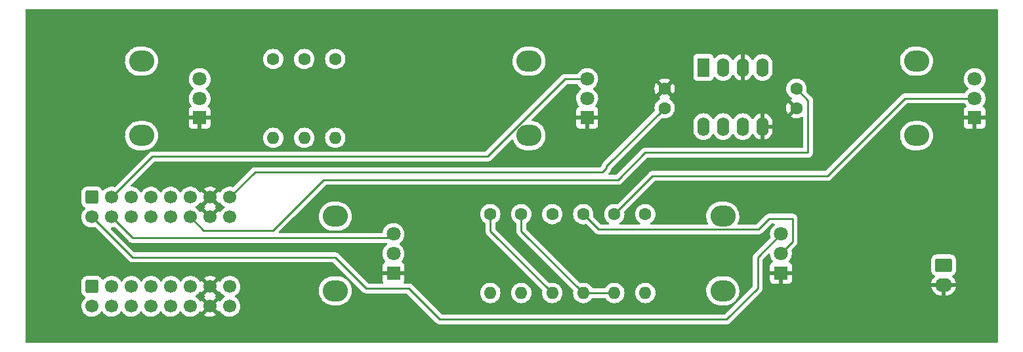
<source format=gbr>
G04 #@! TF.GenerationSoftware,KiCad,Pcbnew,(6.0.5)*
G04 #@! TF.CreationDate,2022-06-09T22:04:55-05:00*
G04 #@! TF.ProjectId,KosmoVoltsMain,4b6f736d-6f56-46f6-9c74-734d61696e2e,rev?*
G04 #@! TF.SameCoordinates,Original*
G04 #@! TF.FileFunction,Copper,L1,Top*
G04 #@! TF.FilePolarity,Positive*
%FSLAX46Y46*%
G04 Gerber Fmt 4.6, Leading zero omitted, Abs format (unit mm)*
G04 Created by KiCad (PCBNEW (6.0.5)) date 2022-06-09 22:04:55*
%MOMM*%
%LPD*%
G01*
G04 APERTURE LIST*
G04 Aperture macros list*
%AMRoundRect*
0 Rectangle with rounded corners*
0 $1 Rounding radius*
0 $2 $3 $4 $5 $6 $7 $8 $9 X,Y pos of 4 corners*
0 Add a 4 corners polygon primitive as box body*
4,1,4,$2,$3,$4,$5,$6,$7,$8,$9,$2,$3,0*
0 Add four circle primitives for the rounded corners*
1,1,$1+$1,$2,$3*
1,1,$1+$1,$4,$5*
1,1,$1+$1,$6,$7*
1,1,$1+$1,$8,$9*
0 Add four rect primitives between the rounded corners*
20,1,$1+$1,$2,$3,$4,$5,0*
20,1,$1+$1,$4,$5,$6,$7,0*
20,1,$1+$1,$6,$7,$8,$9,0*
20,1,$1+$1,$8,$9,$2,$3,0*%
G04 Aperture macros list end*
G04 #@! TA.AperFunction,ComponentPad*
%ADD10O,3.240000X2.720000*%
G04 #@! TD*
G04 #@! TA.AperFunction,ComponentPad*
%ADD11R,1.800000X1.800000*%
G04 #@! TD*
G04 #@! TA.AperFunction,ComponentPad*
%ADD12C,1.800000*%
G04 #@! TD*
G04 #@! TA.AperFunction,ComponentPad*
%ADD13RoundRect,0.250000X-0.600000X0.600000X-0.600000X-0.600000X0.600000X-0.600000X0.600000X0.600000X0*%
G04 #@! TD*
G04 #@! TA.AperFunction,ComponentPad*
%ADD14C,1.700000*%
G04 #@! TD*
G04 #@! TA.AperFunction,ComponentPad*
%ADD15R,1.600000X2.400000*%
G04 #@! TD*
G04 #@! TA.AperFunction,ComponentPad*
%ADD16O,1.600000X2.400000*%
G04 #@! TD*
G04 #@! TA.AperFunction,ComponentPad*
%ADD17C,1.600000*%
G04 #@! TD*
G04 #@! TA.AperFunction,ComponentPad*
%ADD18O,1.600000X1.600000*%
G04 #@! TD*
G04 #@! TA.AperFunction,ComponentPad*
%ADD19RoundRect,0.250000X-0.850000X0.620000X-0.850000X-0.620000X0.850000X-0.620000X0.850000X0.620000X0*%
G04 #@! TD*
G04 #@! TA.AperFunction,ComponentPad*
%ADD20O,2.200000X1.740000*%
G04 #@! TD*
G04 #@! TA.AperFunction,Conductor*
%ADD21C,0.250000*%
G04 #@! TD*
G04 APERTURE END LIST*
D10*
X165000000Y-134800000D03*
X165000000Y-125200000D03*
D11*
X172500000Y-132500000D03*
D12*
X172500000Y-130000000D03*
X172500000Y-127500000D03*
D10*
X115000000Y-134800000D03*
X115000000Y-125200000D03*
D11*
X122500000Y-132500000D03*
D12*
X122500000Y-130000000D03*
X122500000Y-127500000D03*
D10*
X90000000Y-105200000D03*
X90000000Y-114800000D03*
D11*
X97500000Y-112500000D03*
D12*
X97500000Y-110000000D03*
X97500000Y-107500000D03*
D10*
X190000000Y-114800000D03*
X190000000Y-105200000D03*
D11*
X197500000Y-112500000D03*
D12*
X197500000Y-110000000D03*
X197500000Y-107500000D03*
D10*
X140000000Y-114800000D03*
X140000000Y-105200000D03*
D11*
X147500000Y-112500000D03*
D12*
X147500000Y-110000000D03*
X147500000Y-107500000D03*
D13*
X83610000Y-122747500D03*
D14*
X83610000Y-125287500D03*
X86150000Y-122747500D03*
X86150000Y-125287500D03*
X88690000Y-122747500D03*
X88690000Y-125287500D03*
X91230000Y-122747500D03*
X91230000Y-125287500D03*
X93770000Y-122747500D03*
X93770000Y-125287500D03*
X96310000Y-122747500D03*
X96310000Y-125287500D03*
X98850000Y-122747500D03*
X98850000Y-125287500D03*
X101390000Y-122747500D03*
X101390000Y-125287500D03*
D15*
X162500000Y-106000000D03*
D16*
X165040000Y-106000000D03*
X167580000Y-106000000D03*
X170120000Y-106000000D03*
X170120000Y-113620000D03*
X167580000Y-113620000D03*
X165040000Y-113620000D03*
X162500000Y-113620000D03*
D17*
X157500000Y-108750000D03*
X157500000Y-111250000D03*
X111000000Y-104920000D03*
D18*
X111000000Y-115080000D03*
D17*
X115000000Y-104920000D03*
D18*
X115000000Y-115080000D03*
D17*
X151000000Y-124920000D03*
D18*
X151000000Y-135080000D03*
D13*
X83610000Y-134247500D03*
D14*
X83610000Y-136787500D03*
X86150000Y-134247500D03*
X86150000Y-136787500D03*
X88690000Y-134247500D03*
X88690000Y-136787500D03*
X91230000Y-134247500D03*
X91230000Y-136787500D03*
X93770000Y-134247500D03*
X93770000Y-136787500D03*
X96310000Y-134247500D03*
X96310000Y-136787500D03*
X98850000Y-134247500D03*
X98850000Y-136787500D03*
X101390000Y-134247500D03*
X101390000Y-136787500D03*
D19*
X193500000Y-131500000D03*
D20*
X193500000Y-134040000D03*
D17*
X139000000Y-124920000D03*
D18*
X139000000Y-135080000D03*
D17*
X147000000Y-124920000D03*
D18*
X147000000Y-135080000D03*
D17*
X174500000Y-108750000D03*
X174500000Y-111250000D03*
X143000000Y-124920000D03*
D18*
X143000000Y-135080000D03*
D17*
X155000000Y-124920000D03*
D18*
X155000000Y-135080000D03*
D17*
X135000000Y-124920000D03*
D18*
X135000000Y-135080000D03*
D17*
X107000000Y-104920000D03*
D18*
X107000000Y-115080000D03*
D21*
X165500000Y-138500000D02*
X169500000Y-134500000D01*
X169500000Y-130500000D02*
X172500000Y-127500000D01*
X115000000Y-130500000D02*
X119000000Y-134500000D01*
X169500000Y-134500000D02*
X169500000Y-130500000D01*
X119000000Y-134500000D02*
X124500000Y-134500000D01*
X88822500Y-130500000D02*
X115000000Y-130500000D01*
X83610000Y-125287500D02*
X88822500Y-130500000D01*
X128500000Y-138500000D02*
X165500000Y-138500000D01*
X124500000Y-134500000D02*
X128500000Y-138500000D01*
X86150000Y-122747500D02*
X91397500Y-117500000D01*
X144657729Y-107500000D02*
X147500000Y-107500000D01*
X91397500Y-117500000D02*
X134657729Y-117500000D01*
X134657729Y-117500000D02*
X144657729Y-107500000D01*
X122000000Y-128000000D02*
X122500000Y-127500000D01*
X86150000Y-125287500D02*
X88862500Y-128000000D01*
X88862500Y-128000000D02*
X122000000Y-128000000D01*
X139000000Y-124920000D02*
X139000000Y-127080000D01*
X139000000Y-127080000D02*
X147000000Y-135080000D01*
X147000000Y-135080000D02*
X151000000Y-135080000D01*
X174000000Y-125500000D02*
X174000000Y-128500000D01*
X171000000Y-125500000D02*
X174000000Y-125500000D01*
X169615480Y-126884520D02*
X171000000Y-125500000D01*
X147000000Y-124920000D02*
X148964520Y-126884520D01*
X174000000Y-128500000D02*
X172500000Y-130000000D01*
X148964520Y-126884520D02*
X169615480Y-126884520D01*
X151000000Y-124920000D02*
X155920000Y-120000000D01*
X155920000Y-120000000D02*
X178500000Y-120000000D01*
X188500000Y-110000000D02*
X197500000Y-110000000D01*
X178500000Y-120000000D02*
X188500000Y-110000000D01*
X135000000Y-127080000D02*
X143000000Y-135080000D01*
X135000000Y-124920000D02*
X135000000Y-127080000D01*
X157500000Y-111250000D02*
X150000000Y-118750000D01*
X149500000Y-119500000D02*
X104637500Y-119500000D01*
X150000000Y-119000000D02*
X149500000Y-119500000D01*
X104637500Y-119500000D02*
X101390000Y-122747500D01*
X150000000Y-118750000D02*
X150000000Y-119000000D01*
X151500000Y-120500000D02*
X155000000Y-117000000D01*
X98022500Y-127000000D02*
X107000000Y-127000000D01*
X176000000Y-110250000D02*
X174500000Y-108750000D01*
X113500000Y-120500000D02*
X151500000Y-120500000D01*
X107000000Y-127000000D02*
X113500000Y-120500000D01*
X96310000Y-125287500D02*
X98022500Y-127000000D01*
X176000000Y-117000000D02*
X176000000Y-110250000D01*
X155000000Y-117000000D02*
X176000000Y-117000000D01*
G04 #@! TA.AperFunction,Conductor*
G36*
X200433621Y-98528502D02*
G01*
X200480114Y-98582158D01*
X200491500Y-98634500D01*
X200491500Y-141365500D01*
X200471498Y-141433621D01*
X200417842Y-141480114D01*
X200365500Y-141491500D01*
X75134500Y-141491500D01*
X75066379Y-141471498D01*
X75019886Y-141417842D01*
X75008500Y-141365500D01*
X75008500Y-136754195D01*
X82247251Y-136754195D01*
X82247548Y-136759348D01*
X82247548Y-136759351D01*
X82253011Y-136854090D01*
X82260110Y-136977215D01*
X82261247Y-136982261D01*
X82261248Y-136982267D01*
X82281119Y-137070439D01*
X82309222Y-137195139D01*
X82393266Y-137402116D01*
X82444019Y-137484938D01*
X82507291Y-137588188D01*
X82509987Y-137592588D01*
X82656250Y-137761438D01*
X82828126Y-137904132D01*
X83021000Y-138016838D01*
X83229692Y-138096530D01*
X83234760Y-138097561D01*
X83234763Y-138097562D01*
X83339604Y-138118892D01*
X83448597Y-138141067D01*
X83453772Y-138141257D01*
X83453774Y-138141257D01*
X83666673Y-138149064D01*
X83666677Y-138149064D01*
X83671837Y-138149253D01*
X83676957Y-138148597D01*
X83676959Y-138148597D01*
X83888288Y-138121525D01*
X83888289Y-138121525D01*
X83893416Y-138120868D01*
X83898366Y-138119383D01*
X84102429Y-138058161D01*
X84102434Y-138058159D01*
X84107384Y-138056674D01*
X84307994Y-137958396D01*
X84489860Y-137828673D01*
X84648096Y-137670989D01*
X84707594Y-137588189D01*
X84778453Y-137489577D01*
X84779776Y-137490528D01*
X84826645Y-137447357D01*
X84896580Y-137435125D01*
X84962026Y-137462644D01*
X84989875Y-137494494D01*
X85049987Y-137592588D01*
X85196250Y-137761438D01*
X85368126Y-137904132D01*
X85561000Y-138016838D01*
X85769692Y-138096530D01*
X85774760Y-138097561D01*
X85774763Y-138097562D01*
X85879604Y-138118892D01*
X85988597Y-138141067D01*
X85993772Y-138141257D01*
X85993774Y-138141257D01*
X86206673Y-138149064D01*
X86206677Y-138149064D01*
X86211837Y-138149253D01*
X86216957Y-138148597D01*
X86216959Y-138148597D01*
X86428288Y-138121525D01*
X86428289Y-138121525D01*
X86433416Y-138120868D01*
X86438366Y-138119383D01*
X86642429Y-138058161D01*
X86642434Y-138058159D01*
X86647384Y-138056674D01*
X86847994Y-137958396D01*
X87029860Y-137828673D01*
X87188096Y-137670989D01*
X87247594Y-137588189D01*
X87318453Y-137489577D01*
X87319776Y-137490528D01*
X87366645Y-137447357D01*
X87436580Y-137435125D01*
X87502026Y-137462644D01*
X87529875Y-137494494D01*
X87589987Y-137592588D01*
X87736250Y-137761438D01*
X87908126Y-137904132D01*
X88101000Y-138016838D01*
X88309692Y-138096530D01*
X88314760Y-138097561D01*
X88314763Y-138097562D01*
X88419604Y-138118892D01*
X88528597Y-138141067D01*
X88533772Y-138141257D01*
X88533774Y-138141257D01*
X88746673Y-138149064D01*
X88746677Y-138149064D01*
X88751837Y-138149253D01*
X88756957Y-138148597D01*
X88756959Y-138148597D01*
X88968288Y-138121525D01*
X88968289Y-138121525D01*
X88973416Y-138120868D01*
X88978366Y-138119383D01*
X89182429Y-138058161D01*
X89182434Y-138058159D01*
X89187384Y-138056674D01*
X89387994Y-137958396D01*
X89569860Y-137828673D01*
X89728096Y-137670989D01*
X89787594Y-137588189D01*
X89858453Y-137489577D01*
X89859776Y-137490528D01*
X89906645Y-137447357D01*
X89976580Y-137435125D01*
X90042026Y-137462644D01*
X90069875Y-137494494D01*
X90129987Y-137592588D01*
X90276250Y-137761438D01*
X90448126Y-137904132D01*
X90641000Y-138016838D01*
X90849692Y-138096530D01*
X90854760Y-138097561D01*
X90854763Y-138097562D01*
X90959604Y-138118892D01*
X91068597Y-138141067D01*
X91073772Y-138141257D01*
X91073774Y-138141257D01*
X91286673Y-138149064D01*
X91286677Y-138149064D01*
X91291837Y-138149253D01*
X91296957Y-138148597D01*
X91296959Y-138148597D01*
X91508288Y-138121525D01*
X91508289Y-138121525D01*
X91513416Y-138120868D01*
X91518366Y-138119383D01*
X91722429Y-138058161D01*
X91722434Y-138058159D01*
X91727384Y-138056674D01*
X91927994Y-137958396D01*
X92109860Y-137828673D01*
X92268096Y-137670989D01*
X92327594Y-137588189D01*
X92398453Y-137489577D01*
X92399776Y-137490528D01*
X92446645Y-137447357D01*
X92516580Y-137435125D01*
X92582026Y-137462644D01*
X92609875Y-137494494D01*
X92669987Y-137592588D01*
X92816250Y-137761438D01*
X92988126Y-137904132D01*
X93181000Y-138016838D01*
X93389692Y-138096530D01*
X93394760Y-138097561D01*
X93394763Y-138097562D01*
X93499604Y-138118892D01*
X93608597Y-138141067D01*
X93613772Y-138141257D01*
X93613774Y-138141257D01*
X93826673Y-138149064D01*
X93826677Y-138149064D01*
X93831837Y-138149253D01*
X93836957Y-138148597D01*
X93836959Y-138148597D01*
X94048288Y-138121525D01*
X94048289Y-138121525D01*
X94053416Y-138120868D01*
X94058366Y-138119383D01*
X94262429Y-138058161D01*
X94262434Y-138058159D01*
X94267384Y-138056674D01*
X94467994Y-137958396D01*
X94649860Y-137828673D01*
X94808096Y-137670989D01*
X94867594Y-137588189D01*
X94938453Y-137489577D01*
X94939776Y-137490528D01*
X94986645Y-137447357D01*
X95056580Y-137435125D01*
X95122026Y-137462644D01*
X95149875Y-137494494D01*
X95209987Y-137592588D01*
X95356250Y-137761438D01*
X95528126Y-137904132D01*
X95721000Y-138016838D01*
X95929692Y-138096530D01*
X95934760Y-138097561D01*
X95934763Y-138097562D01*
X96039604Y-138118892D01*
X96148597Y-138141067D01*
X96153772Y-138141257D01*
X96153774Y-138141257D01*
X96366673Y-138149064D01*
X96366677Y-138149064D01*
X96371837Y-138149253D01*
X96376957Y-138148597D01*
X96376959Y-138148597D01*
X96588288Y-138121525D01*
X96588289Y-138121525D01*
X96593416Y-138120868D01*
X96598366Y-138119383D01*
X96802429Y-138058161D01*
X96802434Y-138058159D01*
X96807384Y-138056674D01*
X97007994Y-137958396D01*
X97072544Y-137912353D01*
X98089977Y-137912353D01*
X98095258Y-137919407D01*
X98256756Y-138013779D01*
X98266042Y-138018229D01*
X98465001Y-138094203D01*
X98474899Y-138097079D01*
X98683595Y-138139538D01*
X98693823Y-138140757D01*
X98906650Y-138148562D01*
X98916936Y-138148095D01*
X99128185Y-138121034D01*
X99138262Y-138118892D01*
X99342255Y-138057691D01*
X99351842Y-138053933D01*
X99543098Y-137960238D01*
X99551944Y-137954965D01*
X99599247Y-137921223D01*
X99607648Y-137910523D01*
X99600660Y-137897370D01*
X98862812Y-137159522D01*
X98848868Y-137151908D01*
X98847035Y-137152039D01*
X98840420Y-137156290D01*
X98096737Y-137899973D01*
X98089977Y-137912353D01*
X97072544Y-137912353D01*
X97189860Y-137828673D01*
X97348096Y-137670989D01*
X97407594Y-137588189D01*
X97478453Y-137489577D01*
X97479640Y-137490430D01*
X97526960Y-137446862D01*
X97596897Y-137434645D01*
X97662338Y-137462178D01*
X97690166Y-137494012D01*
X97716459Y-137536919D01*
X97726916Y-137546380D01*
X97735694Y-137542596D01*
X98477978Y-136800312D01*
X98484356Y-136788632D01*
X99214408Y-136788632D01*
X99214539Y-136790465D01*
X99218790Y-136797080D01*
X99960474Y-137538764D01*
X99972484Y-137545323D01*
X99984223Y-137536355D01*
X100018022Y-137489319D01*
X100019277Y-137490221D01*
X100066391Y-137446855D01*
X100136330Y-137434648D01*
X100201767Y-137462191D01*
X100229580Y-137494013D01*
X100287287Y-137588183D01*
X100287291Y-137588188D01*
X100289987Y-137592588D01*
X100436250Y-137761438D01*
X100608126Y-137904132D01*
X100801000Y-138016838D01*
X101009692Y-138096530D01*
X101014760Y-138097561D01*
X101014763Y-138097562D01*
X101119604Y-138118892D01*
X101228597Y-138141067D01*
X101233772Y-138141257D01*
X101233774Y-138141257D01*
X101446673Y-138149064D01*
X101446677Y-138149064D01*
X101451837Y-138149253D01*
X101456957Y-138148597D01*
X101456959Y-138148597D01*
X101668288Y-138121525D01*
X101668289Y-138121525D01*
X101673416Y-138120868D01*
X101678366Y-138119383D01*
X101882429Y-138058161D01*
X101882434Y-138058159D01*
X101887384Y-138056674D01*
X102087994Y-137958396D01*
X102269860Y-137828673D01*
X102428096Y-137670989D01*
X102487594Y-137588189D01*
X102555435Y-137493777D01*
X102558453Y-137489577D01*
X102571995Y-137462178D01*
X102655136Y-137293953D01*
X102655137Y-137293951D01*
X102657430Y-137289311D01*
X102722370Y-137075569D01*
X102751529Y-136854090D01*
X102753156Y-136787500D01*
X102734852Y-136564861D01*
X102680431Y-136348202D01*
X102591354Y-136143340D01*
X102506730Y-136012531D01*
X102472822Y-135960117D01*
X102472820Y-135960114D01*
X102470014Y-135955777D01*
X102319670Y-135790551D01*
X102315616Y-135787349D01*
X102315615Y-135787348D01*
X102148414Y-135655300D01*
X102148410Y-135655298D01*
X102144359Y-135652098D01*
X102103053Y-135629296D01*
X102053084Y-135578864D01*
X102038312Y-135509421D01*
X102063428Y-135443016D01*
X102090780Y-135416409D01*
X102152544Y-135372353D01*
X102269860Y-135288673D01*
X102428096Y-135130989D01*
X102435255Y-135121027D01*
X102555435Y-134953777D01*
X102558453Y-134949577D01*
X102571995Y-134922178D01*
X102611371Y-134842505D01*
X112866984Y-134842505D01*
X112892738Y-135112441D01*
X112893822Y-135116870D01*
X112893823Y-135116877D01*
X112908381Y-135176368D01*
X112957190Y-135375832D01*
X112958905Y-135380067D01*
X112958906Y-135380069D01*
X113039426Y-135578864D01*
X113058988Y-135627160D01*
X113196001Y-135861161D01*
X113254181Y-135933911D01*
X113337981Y-136038697D01*
X113365359Y-136072932D01*
X113368700Y-136076053D01*
X113516763Y-136214366D01*
X113563512Y-136258037D01*
X113786312Y-136412598D01*
X113790388Y-136414626D01*
X113790390Y-136414627D01*
X114025003Y-136531346D01*
X114025006Y-136531347D01*
X114029090Y-136533379D01*
X114286760Y-136617847D01*
X114291251Y-136618627D01*
X114291252Y-136618627D01*
X114550144Y-136663579D01*
X114550152Y-136663580D01*
X114553925Y-136664235D01*
X114557762Y-136664426D01*
X114638029Y-136668422D01*
X114638037Y-136668422D01*
X114639600Y-136668500D01*
X115328884Y-136668500D01*
X115331152Y-136668335D01*
X115331164Y-136668335D01*
X115462978Y-136658771D01*
X115530451Y-136653875D01*
X115534906Y-136652891D01*
X115534909Y-136652891D01*
X115790777Y-136596400D01*
X115790781Y-136596399D01*
X115795237Y-136595415D01*
X115964345Y-136531346D01*
X116044540Y-136500963D01*
X116044543Y-136500962D01*
X116048810Y-136499345D01*
X116274434Y-136374022D01*
X116281866Y-136369894D01*
X116281867Y-136369893D01*
X116285859Y-136367676D01*
X116433603Y-136254921D01*
X116497785Y-136205939D01*
X116497786Y-136205938D01*
X116501417Y-136203167D01*
X116555259Y-136148090D01*
X116617369Y-136084554D01*
X116690970Y-136009264D01*
X116732683Y-135951957D01*
X116847859Y-135793721D01*
X116850547Y-135790028D01*
X116976804Y-135550053D01*
X116978986Y-135543876D01*
X117038204Y-135376181D01*
X117067096Y-135294366D01*
X117089166Y-135182393D01*
X117118652Y-135032794D01*
X117118653Y-135032788D01*
X117119533Y-135028322D01*
X117120435Y-135010204D01*
X117132789Y-134762064D01*
X117132789Y-134762058D01*
X117133016Y-134757495D01*
X117107262Y-134487559D01*
X117104444Y-134476039D01*
X117063994Y-134310740D01*
X117042810Y-134224168D01*
X117027110Y-134185405D01*
X116942725Y-133977069D01*
X116942725Y-133977068D01*
X116941012Y-133972840D01*
X116803999Y-133738839D01*
X116670914Y-133572425D01*
X116637493Y-133530634D01*
X116637492Y-133530632D01*
X116634641Y-133527068D01*
X116595237Y-133490259D01*
X116439824Y-133345079D01*
X116439821Y-133345077D01*
X116436488Y-133341963D01*
X116213688Y-133187402D01*
X116199670Y-133180428D01*
X115974997Y-133068654D01*
X115974994Y-133068653D01*
X115970910Y-133066621D01*
X115713240Y-132982153D01*
X115708748Y-132981373D01*
X115449856Y-132936421D01*
X115449848Y-132936420D01*
X115446075Y-132935765D01*
X115438429Y-132935384D01*
X115361971Y-132931578D01*
X115361963Y-132931578D01*
X115360400Y-132931500D01*
X114671116Y-132931500D01*
X114668848Y-132931665D01*
X114668836Y-132931665D01*
X114537022Y-132941229D01*
X114469549Y-132946125D01*
X114465094Y-132947109D01*
X114465091Y-132947109D01*
X114209223Y-133003600D01*
X114209219Y-133003601D01*
X114204763Y-133004585D01*
X114099794Y-133044354D01*
X113955460Y-133099037D01*
X113955457Y-133099038D01*
X113951190Y-133100655D01*
X113798669Y-133185373D01*
X113721683Y-133228135D01*
X113714141Y-133232324D01*
X113498583Y-133396833D01*
X113495390Y-133400099D01*
X113495388Y-133400101D01*
X113483798Y-133411957D01*
X113309030Y-133590736D01*
X113306343Y-133594428D01*
X113306341Y-133594430D01*
X113156112Y-133800823D01*
X113149453Y-133809972D01*
X113023196Y-134049947D01*
X113021677Y-134054248D01*
X113021675Y-134054253D01*
X113007999Y-134092982D01*
X112932904Y-134305634D01*
X112927768Y-134331691D01*
X112881770Y-134565069D01*
X112880467Y-134571678D01*
X112880240Y-134576232D01*
X112880240Y-134576234D01*
X112867542Y-134831306D01*
X112866984Y-134842505D01*
X102611371Y-134842505D01*
X102655136Y-134753953D01*
X102655137Y-134753951D01*
X102657430Y-134749311D01*
X102722370Y-134535569D01*
X102751529Y-134314090D01*
X102751611Y-134310740D01*
X102753074Y-134250865D01*
X102753074Y-134250861D01*
X102753156Y-134247500D01*
X102734852Y-134024861D01*
X102680431Y-133808202D01*
X102591354Y-133603340D01*
X102488705Y-133444669D01*
X102472822Y-133420117D01*
X102472820Y-133420114D01*
X102470014Y-133415777D01*
X102319670Y-133250551D01*
X102315619Y-133247352D01*
X102315615Y-133247348D01*
X102148414Y-133115300D01*
X102148410Y-133115298D01*
X102144359Y-133112098D01*
X101948789Y-133004138D01*
X101943920Y-133002414D01*
X101943916Y-133002412D01*
X101743087Y-132931295D01*
X101743083Y-132931294D01*
X101738212Y-132929569D01*
X101733119Y-132928662D01*
X101733116Y-132928661D01*
X101523373Y-132891300D01*
X101523367Y-132891299D01*
X101518284Y-132890394D01*
X101444452Y-132889492D01*
X101300081Y-132887728D01*
X101300079Y-132887728D01*
X101294911Y-132887665D01*
X101074091Y-132921455D01*
X100861756Y-132990857D01*
X100821162Y-133011989D01*
X100712310Y-133068654D01*
X100663607Y-133094007D01*
X100659474Y-133097110D01*
X100659471Y-133097112D01*
X100539216Y-133187402D01*
X100484965Y-133228135D01*
X100481393Y-133231873D01*
X100398580Y-133318532D01*
X100330629Y-133389638D01*
X100327720Y-133393903D01*
X100327714Y-133393911D01*
X100323379Y-133400266D01*
X100223204Y-133547118D01*
X100222898Y-133547566D01*
X100167987Y-133592569D01*
X100097462Y-133600740D01*
X100033715Y-133569486D01*
X100013017Y-133545001D01*
X99983062Y-133498697D01*
X99972377Y-133489495D01*
X99962812Y-133493898D01*
X99222022Y-134234688D01*
X99214408Y-134248632D01*
X99214539Y-134250465D01*
X99218790Y-134257080D01*
X99960474Y-134998764D01*
X99972484Y-135005323D01*
X99984223Y-134996355D01*
X100018022Y-134949319D01*
X100019277Y-134950221D01*
X100066391Y-134906855D01*
X100136330Y-134894648D01*
X100201767Y-134922191D01*
X100229580Y-134954013D01*
X100287287Y-135048183D01*
X100287291Y-135048188D01*
X100289987Y-135052588D01*
X100436250Y-135221438D01*
X100608126Y-135364132D01*
X100634266Y-135379407D01*
X100681445Y-135406976D01*
X100730169Y-135458614D01*
X100743240Y-135528397D01*
X100716509Y-135594169D01*
X100676055Y-135627527D01*
X100663607Y-135634007D01*
X100659474Y-135637110D01*
X100659471Y-135637112D01*
X100489100Y-135765030D01*
X100484965Y-135768135D01*
X100330629Y-135929638D01*
X100223204Y-136087118D01*
X100222898Y-136087566D01*
X100167987Y-136132569D01*
X100097462Y-136140740D01*
X100033715Y-136109486D01*
X100013017Y-136085001D01*
X99983062Y-136038697D01*
X99972377Y-136029495D01*
X99962812Y-136033898D01*
X99222022Y-136774688D01*
X99214408Y-136788632D01*
X98484356Y-136788632D01*
X98485592Y-136786368D01*
X98485461Y-136784535D01*
X98481210Y-136777920D01*
X97739849Y-136036559D01*
X97728313Y-136030259D01*
X97716031Y-136039882D01*
X97683499Y-136087572D01*
X97628587Y-136132575D01*
X97558063Y-136140746D01*
X97494316Y-136109492D01*
X97473618Y-136085008D01*
X97392822Y-135960117D01*
X97392820Y-135960114D01*
X97390014Y-135955777D01*
X97239670Y-135790551D01*
X97235616Y-135787349D01*
X97235615Y-135787348D01*
X97068414Y-135655300D01*
X97068410Y-135655298D01*
X97064359Y-135652098D01*
X97023053Y-135629296D01*
X96973084Y-135578864D01*
X96958312Y-135509421D01*
X96983428Y-135443016D01*
X97010780Y-135416409D01*
X97072544Y-135372353D01*
X98089977Y-135372353D01*
X98095258Y-135379407D01*
X98142479Y-135407001D01*
X98191203Y-135458639D01*
X98204274Y-135528422D01*
X98177543Y-135594194D01*
X98137087Y-135627553D01*
X98128466Y-135632041D01*
X98119734Y-135637539D01*
X98099677Y-135652599D01*
X98091223Y-135663927D01*
X98097968Y-135676258D01*
X98837188Y-136415478D01*
X98851132Y-136423092D01*
X98852965Y-136422961D01*
X98859580Y-136418710D01*
X99603389Y-135674901D01*
X99610410Y-135662044D01*
X99603611Y-135652713D01*
X99599559Y-135650021D01*
X99562116Y-135629352D01*
X99512145Y-135578920D01*
X99497373Y-135509477D01*
X99522489Y-135443072D01*
X99549840Y-135416465D01*
X99599247Y-135381223D01*
X99607648Y-135370523D01*
X99600660Y-135357370D01*
X98862812Y-134619522D01*
X98848868Y-134611908D01*
X98847035Y-134612039D01*
X98840420Y-134616290D01*
X98096737Y-135359973D01*
X98089977Y-135372353D01*
X97072544Y-135372353D01*
X97189860Y-135288673D01*
X97348096Y-135130989D01*
X97354193Y-135122505D01*
X97478453Y-134949577D01*
X97479640Y-134950430D01*
X97526960Y-134906862D01*
X97596897Y-134894645D01*
X97662338Y-134922178D01*
X97690166Y-134954012D01*
X97716459Y-134996919D01*
X97726916Y-135006380D01*
X97735694Y-135002596D01*
X98477978Y-134260312D01*
X98485592Y-134246368D01*
X98485461Y-134244535D01*
X98481210Y-134237920D01*
X97739849Y-133496559D01*
X97728313Y-133490259D01*
X97716031Y-133499882D01*
X97683499Y-133547572D01*
X97628587Y-133592575D01*
X97558063Y-133600746D01*
X97494316Y-133569492D01*
X97473618Y-133545008D01*
X97392822Y-133420117D01*
X97392820Y-133420114D01*
X97390014Y-133415777D01*
X97239670Y-133250551D01*
X97235619Y-133247352D01*
X97235615Y-133247348D01*
X97079338Y-133123927D01*
X98091223Y-133123927D01*
X98097968Y-133136258D01*
X98837188Y-133875478D01*
X98851132Y-133883092D01*
X98852965Y-133882961D01*
X98859580Y-133878710D01*
X99603389Y-133134901D01*
X99610410Y-133122044D01*
X99603611Y-133112713D01*
X99599554Y-133110018D01*
X99413117Y-133007099D01*
X99403705Y-133002869D01*
X99202959Y-132931780D01*
X99192989Y-132929146D01*
X98983327Y-132891801D01*
X98973073Y-132890831D01*
X98760116Y-132888228D01*
X98749832Y-132888948D01*
X98539321Y-132921161D01*
X98529293Y-132923550D01*
X98326868Y-132989712D01*
X98317359Y-132993709D01*
X98128466Y-133092040D01*
X98119734Y-133097539D01*
X98099677Y-133112599D01*
X98091223Y-133123927D01*
X97079338Y-133123927D01*
X97068414Y-133115300D01*
X97068410Y-133115298D01*
X97064359Y-133112098D01*
X96868789Y-133004138D01*
X96863920Y-133002414D01*
X96863916Y-133002412D01*
X96663087Y-132931295D01*
X96663083Y-132931294D01*
X96658212Y-132929569D01*
X96653119Y-132928662D01*
X96653116Y-132928661D01*
X96443373Y-132891300D01*
X96443367Y-132891299D01*
X96438284Y-132890394D01*
X96364452Y-132889492D01*
X96220081Y-132887728D01*
X96220079Y-132887728D01*
X96214911Y-132887665D01*
X95994091Y-132921455D01*
X95781756Y-132990857D01*
X95741162Y-133011989D01*
X95632310Y-133068654D01*
X95583607Y-133094007D01*
X95579474Y-133097110D01*
X95579471Y-133097112D01*
X95459216Y-133187402D01*
X95404965Y-133228135D01*
X95401393Y-133231873D01*
X95318580Y-133318532D01*
X95250629Y-133389638D01*
X95143201Y-133547121D01*
X95088293Y-133592121D01*
X95017768Y-133600292D01*
X94954021Y-133569038D01*
X94933324Y-133544554D01*
X94852822Y-133420117D01*
X94852820Y-133420114D01*
X94850014Y-133415777D01*
X94699670Y-133250551D01*
X94695619Y-133247352D01*
X94695615Y-133247348D01*
X94528414Y-133115300D01*
X94528410Y-133115298D01*
X94524359Y-133112098D01*
X94328789Y-133004138D01*
X94323920Y-133002414D01*
X94323916Y-133002412D01*
X94123087Y-132931295D01*
X94123083Y-132931294D01*
X94118212Y-132929569D01*
X94113119Y-132928662D01*
X94113116Y-132928661D01*
X93903373Y-132891300D01*
X93903367Y-132891299D01*
X93898284Y-132890394D01*
X93824452Y-132889492D01*
X93680081Y-132887728D01*
X93680079Y-132887728D01*
X93674911Y-132887665D01*
X93454091Y-132921455D01*
X93241756Y-132990857D01*
X93201162Y-133011989D01*
X93092310Y-133068654D01*
X93043607Y-133094007D01*
X93039474Y-133097110D01*
X93039471Y-133097112D01*
X92919216Y-133187402D01*
X92864965Y-133228135D01*
X92861393Y-133231873D01*
X92778580Y-133318532D01*
X92710629Y-133389638D01*
X92603201Y-133547121D01*
X92548293Y-133592121D01*
X92477768Y-133600292D01*
X92414021Y-133569038D01*
X92393324Y-133544554D01*
X92312822Y-133420117D01*
X92312820Y-133420114D01*
X92310014Y-133415777D01*
X92159670Y-133250551D01*
X92155619Y-133247352D01*
X92155615Y-133247348D01*
X91988414Y-133115300D01*
X91988410Y-133115298D01*
X91984359Y-133112098D01*
X91788789Y-133004138D01*
X91783920Y-133002414D01*
X91783916Y-133002412D01*
X91583087Y-132931295D01*
X91583083Y-132931294D01*
X91578212Y-132929569D01*
X91573119Y-132928662D01*
X91573116Y-132928661D01*
X91363373Y-132891300D01*
X91363367Y-132891299D01*
X91358284Y-132890394D01*
X91284452Y-132889492D01*
X91140081Y-132887728D01*
X91140079Y-132887728D01*
X91134911Y-132887665D01*
X90914091Y-132921455D01*
X90701756Y-132990857D01*
X90661162Y-133011989D01*
X90552310Y-133068654D01*
X90503607Y-133094007D01*
X90499474Y-133097110D01*
X90499471Y-133097112D01*
X90379216Y-133187402D01*
X90324965Y-133228135D01*
X90321393Y-133231873D01*
X90238580Y-133318532D01*
X90170629Y-133389638D01*
X90063201Y-133547121D01*
X90008293Y-133592121D01*
X89937768Y-133600292D01*
X89874021Y-133569038D01*
X89853324Y-133544554D01*
X89772822Y-133420117D01*
X89772820Y-133420114D01*
X89770014Y-133415777D01*
X89619670Y-133250551D01*
X89615619Y-133247352D01*
X89615615Y-133247348D01*
X89448414Y-133115300D01*
X89448410Y-133115298D01*
X89444359Y-133112098D01*
X89248789Y-133004138D01*
X89243920Y-133002414D01*
X89243916Y-133002412D01*
X89043087Y-132931295D01*
X89043083Y-132931294D01*
X89038212Y-132929569D01*
X89033119Y-132928662D01*
X89033116Y-132928661D01*
X88823373Y-132891300D01*
X88823367Y-132891299D01*
X88818284Y-132890394D01*
X88744452Y-132889492D01*
X88600081Y-132887728D01*
X88600079Y-132887728D01*
X88594911Y-132887665D01*
X88374091Y-132921455D01*
X88161756Y-132990857D01*
X88121162Y-133011989D01*
X88012310Y-133068654D01*
X87963607Y-133094007D01*
X87959474Y-133097110D01*
X87959471Y-133097112D01*
X87839216Y-133187402D01*
X87784965Y-133228135D01*
X87781393Y-133231873D01*
X87698580Y-133318532D01*
X87630629Y-133389638D01*
X87523201Y-133547121D01*
X87468293Y-133592121D01*
X87397768Y-133600292D01*
X87334021Y-133569038D01*
X87313324Y-133544554D01*
X87232822Y-133420117D01*
X87232820Y-133420114D01*
X87230014Y-133415777D01*
X87079670Y-133250551D01*
X87075619Y-133247352D01*
X87075615Y-133247348D01*
X86908414Y-133115300D01*
X86908410Y-133115298D01*
X86904359Y-133112098D01*
X86708789Y-133004138D01*
X86703920Y-133002414D01*
X86703916Y-133002412D01*
X86503087Y-132931295D01*
X86503083Y-132931294D01*
X86498212Y-132929569D01*
X86493119Y-132928662D01*
X86493116Y-132928661D01*
X86283373Y-132891300D01*
X86283367Y-132891299D01*
X86278284Y-132890394D01*
X86204452Y-132889492D01*
X86060081Y-132887728D01*
X86060079Y-132887728D01*
X86054911Y-132887665D01*
X85834091Y-132921455D01*
X85621756Y-132990857D01*
X85581162Y-133011989D01*
X85472310Y-133068654D01*
X85423607Y-133094007D01*
X85419474Y-133097110D01*
X85419471Y-133097112D01*
X85299216Y-133187402D01*
X85244965Y-133228135D01*
X85136189Y-133341963D01*
X85111027Y-133368293D01*
X85049503Y-133403723D01*
X84978590Y-133400266D01*
X84920804Y-133359020D01*
X84905833Y-133334694D01*
X84903865Y-133330494D01*
X84901550Y-133323554D01*
X84808478Y-133173152D01*
X84683303Y-133048195D01*
X84634037Y-133017827D01*
X84538968Y-132959225D01*
X84538966Y-132959224D01*
X84532738Y-132955385D01*
X84372254Y-132902155D01*
X84371389Y-132901868D01*
X84371387Y-132901868D01*
X84364861Y-132899703D01*
X84358025Y-132899003D01*
X84358022Y-132899002D01*
X84314969Y-132894591D01*
X84260400Y-132889000D01*
X82959600Y-132889000D01*
X82956354Y-132889337D01*
X82956350Y-132889337D01*
X82860692Y-132899262D01*
X82860688Y-132899263D01*
X82853834Y-132899974D01*
X82847298Y-132902155D01*
X82847296Y-132902155D01*
X82744589Y-132936421D01*
X82686054Y-132955950D01*
X82535652Y-133049022D01*
X82530479Y-133054204D01*
X82474762Y-133110018D01*
X82410695Y-133174197D01*
X82406855Y-133180427D01*
X82406854Y-133180428D01*
X82322466Y-133317331D01*
X82317885Y-133324762D01*
X82262203Y-133492639D01*
X82251500Y-133597100D01*
X82251500Y-134897900D01*
X82251837Y-134901146D01*
X82251837Y-134901150D01*
X82261264Y-134992000D01*
X82262474Y-135003666D01*
X82264655Y-135010202D01*
X82264655Y-135010204D01*
X82306308Y-135135051D01*
X82318450Y-135171446D01*
X82411522Y-135321848D01*
X82536697Y-135446805D01*
X82542927Y-135450645D01*
X82542928Y-135450646D01*
X82678518Y-135534225D01*
X82687262Y-135539615D01*
X82694209Y-135541919D01*
X82696276Y-135542883D01*
X82749561Y-135589799D01*
X82769023Y-135658076D01*
X82748482Y-135726036D01*
X82718681Y-135757837D01*
X82704965Y-135768135D01*
X82550629Y-135929638D01*
X82424743Y-136114180D01*
X82409003Y-136148090D01*
X82332937Y-136311961D01*
X82330688Y-136316805D01*
X82270989Y-136532070D01*
X82247251Y-136754195D01*
X75008500Y-136754195D01*
X75008500Y-125254195D01*
X82247251Y-125254195D01*
X82247548Y-125259348D01*
X82247548Y-125259351D01*
X82253011Y-125354090D01*
X82260110Y-125477215D01*
X82261247Y-125482261D01*
X82261248Y-125482267D01*
X82276035Y-125547881D01*
X82309222Y-125695139D01*
X82393266Y-125902116D01*
X82444019Y-125984938D01*
X82507291Y-126088188D01*
X82509987Y-126092588D01*
X82656250Y-126261438D01*
X82828126Y-126404132D01*
X83021000Y-126516838D01*
X83229692Y-126596530D01*
X83234760Y-126597561D01*
X83234763Y-126597562D01*
X83319673Y-126614837D01*
X83448597Y-126641067D01*
X83453772Y-126641257D01*
X83453774Y-126641257D01*
X83666673Y-126649064D01*
X83666677Y-126649064D01*
X83671837Y-126649253D01*
X83676957Y-126648597D01*
X83676959Y-126648597D01*
X83888288Y-126621525D01*
X83888289Y-126621525D01*
X83893416Y-126620868D01*
X83898367Y-126619383D01*
X83898370Y-126619382D01*
X83939829Y-126606944D01*
X84010825Y-126606528D01*
X84065131Y-126638535D01*
X88318843Y-130892247D01*
X88326387Y-130900537D01*
X88330500Y-130907018D01*
X88336277Y-130912443D01*
X88380167Y-130953658D01*
X88383009Y-130956413D01*
X88402730Y-130976134D01*
X88405925Y-130978612D01*
X88414947Y-130986318D01*
X88447179Y-131016586D01*
X88454128Y-131020406D01*
X88464932Y-131026346D01*
X88481456Y-131037199D01*
X88497459Y-131049613D01*
X88538043Y-131067176D01*
X88548673Y-131072383D01*
X88587440Y-131093695D01*
X88595117Y-131095666D01*
X88595122Y-131095668D01*
X88607058Y-131098732D01*
X88625766Y-131105137D01*
X88644355Y-131113181D01*
X88652183Y-131114421D01*
X88652190Y-131114423D01*
X88688024Y-131120099D01*
X88699644Y-131122505D01*
X88734789Y-131131528D01*
X88742470Y-131133500D01*
X88762724Y-131133500D01*
X88782434Y-131135051D01*
X88802443Y-131138220D01*
X88810335Y-131137474D01*
X88846461Y-131134059D01*
X88858319Y-131133500D01*
X114685406Y-131133500D01*
X114753527Y-131153502D01*
X114774501Y-131170405D01*
X118496343Y-134892247D01*
X118503887Y-134900537D01*
X118508000Y-134907018D01*
X118513777Y-134912443D01*
X118557667Y-134953658D01*
X118560509Y-134956413D01*
X118580230Y-134976134D01*
X118583425Y-134978612D01*
X118592447Y-134986318D01*
X118624679Y-135016586D01*
X118631628Y-135020406D01*
X118642432Y-135026346D01*
X118658956Y-135037199D01*
X118674959Y-135049613D01*
X118715543Y-135067176D01*
X118726173Y-135072383D01*
X118764940Y-135093695D01*
X118772617Y-135095666D01*
X118772622Y-135095668D01*
X118784558Y-135098732D01*
X118803266Y-135105137D01*
X118821855Y-135113181D01*
X118829683Y-135114421D01*
X118829690Y-135114423D01*
X118865524Y-135120099D01*
X118877144Y-135122505D01*
X118910190Y-135130989D01*
X118919970Y-135133500D01*
X118940224Y-135133500D01*
X118959934Y-135135051D01*
X118979943Y-135138220D01*
X118987835Y-135137474D01*
X119023961Y-135134059D01*
X119035819Y-135133500D01*
X124185406Y-135133500D01*
X124253527Y-135153502D01*
X124274501Y-135170405D01*
X127996343Y-138892247D01*
X128003887Y-138900537D01*
X128008000Y-138907018D01*
X128013777Y-138912443D01*
X128057667Y-138953658D01*
X128060509Y-138956413D01*
X128080230Y-138976134D01*
X128083425Y-138978612D01*
X128092447Y-138986318D01*
X128124679Y-139016586D01*
X128131628Y-139020406D01*
X128142432Y-139026346D01*
X128158956Y-139037199D01*
X128174959Y-139049613D01*
X128215543Y-139067176D01*
X128226173Y-139072383D01*
X128264940Y-139093695D01*
X128272617Y-139095666D01*
X128272622Y-139095668D01*
X128284558Y-139098732D01*
X128303266Y-139105137D01*
X128321855Y-139113181D01*
X128329683Y-139114421D01*
X128329690Y-139114423D01*
X128365524Y-139120099D01*
X128377144Y-139122505D01*
X128408959Y-139130673D01*
X128419970Y-139133500D01*
X128440224Y-139133500D01*
X128459934Y-139135051D01*
X128479943Y-139138220D01*
X128487835Y-139137474D01*
X128506580Y-139135702D01*
X128523962Y-139134059D01*
X128535819Y-139133500D01*
X165421233Y-139133500D01*
X165432416Y-139134027D01*
X165439909Y-139135702D01*
X165447835Y-139135453D01*
X165447836Y-139135453D01*
X165507986Y-139133562D01*
X165511945Y-139133500D01*
X165539856Y-139133500D01*
X165543791Y-139133003D01*
X165543856Y-139132995D01*
X165555693Y-139132062D01*
X165587951Y-139131048D01*
X165591970Y-139130922D01*
X165599889Y-139130673D01*
X165619343Y-139125021D01*
X165638700Y-139121013D01*
X165650930Y-139119468D01*
X165650931Y-139119468D01*
X165658797Y-139118474D01*
X165666168Y-139115555D01*
X165666170Y-139115555D01*
X165699912Y-139102196D01*
X165711142Y-139098351D01*
X165745983Y-139088229D01*
X165745984Y-139088229D01*
X165753593Y-139086018D01*
X165760412Y-139081985D01*
X165760417Y-139081983D01*
X165771028Y-139075707D01*
X165788776Y-139067012D01*
X165807617Y-139059552D01*
X165827987Y-139044753D01*
X165843387Y-139033564D01*
X165853307Y-139027048D01*
X165884535Y-139008580D01*
X165884538Y-139008578D01*
X165891362Y-139004542D01*
X165905683Y-138990221D01*
X165920717Y-138977380D01*
X165922432Y-138976134D01*
X165937107Y-138965472D01*
X165965298Y-138931395D01*
X165973288Y-138922616D01*
X169892247Y-135003657D01*
X169900537Y-134996113D01*
X169907018Y-134992000D01*
X169953659Y-134942332D01*
X169956413Y-134939491D01*
X169976134Y-134919770D01*
X169978612Y-134916575D01*
X169986318Y-134907553D01*
X170011158Y-134881101D01*
X170016586Y-134875321D01*
X170022732Y-134864142D01*
X170026346Y-134857568D01*
X170037199Y-134841045D01*
X170038356Y-134839553D01*
X170049613Y-134825041D01*
X170067176Y-134784457D01*
X170072383Y-134773827D01*
X170093695Y-134735060D01*
X170095666Y-134727383D01*
X170095668Y-134727378D01*
X170098732Y-134715442D01*
X170105138Y-134696730D01*
X170110033Y-134685419D01*
X170113181Y-134678145D01*
X170114421Y-134670317D01*
X170114423Y-134670310D01*
X170120099Y-134634476D01*
X170122505Y-134622856D01*
X170131528Y-134587711D01*
X170131528Y-134587710D01*
X170133500Y-134580030D01*
X170133500Y-134559776D01*
X170135051Y-134540065D01*
X170136980Y-134527886D01*
X170138220Y-134520057D01*
X170134059Y-134476038D01*
X170133500Y-134464181D01*
X170133500Y-134308580D01*
X191918317Y-134308580D01*
X191944252Y-134432188D01*
X191947312Y-134442384D01*
X192029284Y-134649952D01*
X192034018Y-134659489D01*
X192149796Y-134850285D01*
X192156062Y-134858878D01*
X192302333Y-135027441D01*
X192309964Y-135034861D01*
X192482542Y-135176368D01*
X192491309Y-135182393D01*
X192685262Y-135292797D01*
X192694926Y-135297262D01*
X192904711Y-135373410D01*
X192914979Y-135376181D01*
X193135766Y-135416106D01*
X193143995Y-135417039D01*
X193162874Y-135417930D01*
X193165849Y-135418000D01*
X193227885Y-135418000D01*
X193243124Y-135413525D01*
X193244329Y-135412135D01*
X193246000Y-135404452D01*
X193246000Y-135399885D01*
X193754000Y-135399885D01*
X193758475Y-135415124D01*
X193759865Y-135416329D01*
X193767548Y-135418000D01*
X193786054Y-135418000D01*
X193791363Y-135417775D01*
X193957707Y-135403661D01*
X193968179Y-135401871D01*
X194184202Y-135345802D01*
X194194242Y-135342266D01*
X194397732Y-135250601D01*
X194407018Y-135245432D01*
X194592155Y-135120790D01*
X194600441Y-135114129D01*
X194761930Y-134960076D01*
X194768979Y-134952108D01*
X194902203Y-134773048D01*
X194907802Y-134764018D01*
X195008953Y-134565069D01*
X195012956Y-134555208D01*
X195079138Y-134342071D01*
X195081420Y-134331691D01*
X195084036Y-134311957D01*
X195081840Y-134297793D01*
X195068655Y-134294000D01*
X193772115Y-134294000D01*
X193756876Y-134298475D01*
X193755671Y-134299865D01*
X193754000Y-134307548D01*
X193754000Y-135399885D01*
X193246000Y-135399885D01*
X193246000Y-134312115D01*
X193241525Y-134296876D01*
X193240135Y-134295671D01*
X193232452Y-134294000D01*
X191933373Y-134294000D01*
X191919842Y-134297973D01*
X191918317Y-134308580D01*
X170133500Y-134308580D01*
X170133500Y-133444669D01*
X171092001Y-133444669D01*
X171092371Y-133451490D01*
X171097895Y-133502352D01*
X171101521Y-133517604D01*
X171146676Y-133638054D01*
X171155214Y-133653649D01*
X171231715Y-133755724D01*
X171244276Y-133768285D01*
X171346351Y-133844786D01*
X171361946Y-133853324D01*
X171482394Y-133898478D01*
X171497649Y-133902105D01*
X171548514Y-133907631D01*
X171555328Y-133908000D01*
X172227885Y-133908000D01*
X172243124Y-133903525D01*
X172244329Y-133902135D01*
X172246000Y-133894452D01*
X172246000Y-133889884D01*
X172754000Y-133889884D01*
X172758475Y-133905123D01*
X172759865Y-133906328D01*
X172767548Y-133907999D01*
X173444669Y-133907999D01*
X173451490Y-133907629D01*
X173502352Y-133902105D01*
X173517604Y-133898479D01*
X173638054Y-133853324D01*
X173653649Y-133844786D01*
X173755724Y-133768285D01*
X173768285Y-133755724D01*
X173844786Y-133653649D01*
X173853324Y-133638054D01*
X173898478Y-133517606D01*
X173902105Y-133502351D01*
X173907631Y-133451486D01*
X173908000Y-133444672D01*
X173908000Y-132772115D01*
X173903525Y-132756876D01*
X173902135Y-132755671D01*
X173894452Y-132754000D01*
X172772115Y-132754000D01*
X172756876Y-132758475D01*
X172755671Y-132759865D01*
X172754000Y-132767548D01*
X172754000Y-133889884D01*
X172246000Y-133889884D01*
X172246000Y-132772115D01*
X172241525Y-132756876D01*
X172240135Y-132755671D01*
X172232452Y-132754000D01*
X171110116Y-132754000D01*
X171094877Y-132758475D01*
X171093672Y-132759865D01*
X171092001Y-132767548D01*
X171092001Y-133444669D01*
X170133500Y-133444669D01*
X170133500Y-130814594D01*
X170153502Y-130746473D01*
X170170405Y-130725499D01*
X170879845Y-130016059D01*
X170942157Y-129982033D01*
X171012972Y-129987098D01*
X171069808Y-130029645D01*
X171094731Y-130097901D01*
X171100427Y-130196697D01*
X171101564Y-130201743D01*
X171101565Y-130201749D01*
X171126993Y-130314580D01*
X171151346Y-130422642D01*
X171153288Y-130427424D01*
X171153289Y-130427428D01*
X171208340Y-130563002D01*
X171238484Y-130637237D01*
X171359501Y-130834719D01*
X171362882Y-130838622D01*
X171445498Y-130933997D01*
X171474980Y-130998582D01*
X171464865Y-131068855D01*
X171418364Y-131122503D01*
X171394489Y-131134476D01*
X171361948Y-131146675D01*
X171346351Y-131155214D01*
X171244276Y-131231715D01*
X171231715Y-131244276D01*
X171155214Y-131346351D01*
X171146676Y-131361946D01*
X171101522Y-131482394D01*
X171097895Y-131497649D01*
X171092369Y-131548514D01*
X171092000Y-131555328D01*
X171092000Y-132227885D01*
X171096475Y-132243124D01*
X171097865Y-132244329D01*
X171105548Y-132246000D01*
X173889884Y-132246000D01*
X173905123Y-132241525D01*
X173906328Y-132240135D01*
X173907999Y-132232452D01*
X173907999Y-132170400D01*
X191891500Y-132170400D01*
X191891837Y-132173646D01*
X191891837Y-132173650D01*
X191899171Y-132244329D01*
X191902474Y-132276166D01*
X191958450Y-132443946D01*
X192051522Y-132594348D01*
X192176697Y-132719305D01*
X192182927Y-132723145D01*
X192182928Y-132723146D01*
X192327262Y-132812115D01*
X192326018Y-132814132D01*
X192370775Y-132853537D01*
X192390239Y-132921813D01*
X192369700Y-132989774D01*
X192351215Y-133011989D01*
X192238070Y-133119924D01*
X192231021Y-133127892D01*
X192097797Y-133306952D01*
X192092198Y-133315982D01*
X191991047Y-133514931D01*
X191987044Y-133524792D01*
X191920862Y-133737929D01*
X191918580Y-133748309D01*
X191915964Y-133768043D01*
X191918160Y-133782207D01*
X191931345Y-133786000D01*
X195066627Y-133786000D01*
X195080158Y-133782027D01*
X195081683Y-133771420D01*
X195055748Y-133647812D01*
X195052688Y-133637616D01*
X194970716Y-133430048D01*
X194965982Y-133420511D01*
X194850204Y-133229715D01*
X194843938Y-133221122D01*
X194697667Y-133052559D01*
X194690035Y-133045138D01*
X194656728Y-133017827D01*
X194616734Y-132959167D01*
X194614803Y-132888197D01*
X194651548Y-132827449D01*
X194674346Y-132812196D01*
X194673946Y-132811550D01*
X194818120Y-132722332D01*
X194824348Y-132718478D01*
X194949305Y-132593303D01*
X195042115Y-132442738D01*
X195097797Y-132274861D01*
X195108500Y-132170400D01*
X195108500Y-130829600D01*
X195099875Y-130746473D01*
X195098238Y-130730692D01*
X195098237Y-130730688D01*
X195097526Y-130723834D01*
X195041550Y-130556054D01*
X194948478Y-130405652D01*
X194823303Y-130280695D01*
X194817072Y-130276854D01*
X194678968Y-130191725D01*
X194678966Y-130191724D01*
X194672738Y-130187885D01*
X194585510Y-130158953D01*
X194511389Y-130134368D01*
X194511387Y-130134368D01*
X194504861Y-130132203D01*
X194498025Y-130131503D01*
X194498022Y-130131502D01*
X194454969Y-130127091D01*
X194400400Y-130121500D01*
X192599600Y-130121500D01*
X192596354Y-130121837D01*
X192596350Y-130121837D01*
X192500692Y-130131762D01*
X192500688Y-130131763D01*
X192493834Y-130132474D01*
X192487298Y-130134655D01*
X192487296Y-130134655D01*
X192463980Y-130142434D01*
X192326054Y-130188450D01*
X192175652Y-130281522D01*
X192050695Y-130406697D01*
X192046855Y-130412927D01*
X192046854Y-130412928D01*
X191971103Y-130535819D01*
X191957885Y-130557262D01*
X191902203Y-130725139D01*
X191891500Y-130829600D01*
X191891500Y-132170400D01*
X173907999Y-132170400D01*
X173907999Y-131555331D01*
X173907629Y-131548510D01*
X173902105Y-131497648D01*
X173898479Y-131482396D01*
X173853324Y-131361946D01*
X173844786Y-131346351D01*
X173768285Y-131244276D01*
X173755724Y-131231715D01*
X173653649Y-131155214D01*
X173638054Y-131146676D01*
X173608581Y-131135627D01*
X173551817Y-131092985D01*
X173527117Y-131026424D01*
X173542324Y-130957075D01*
X173563870Y-130928395D01*
X173572641Y-130919654D01*
X173576303Y-130916005D01*
X173711458Y-130727917D01*
X173716058Y-130718611D01*
X173811784Y-130524922D01*
X173811785Y-130524920D01*
X173814078Y-130520280D01*
X173881408Y-130298671D01*
X173911640Y-130069041D01*
X173911849Y-130060493D01*
X173913245Y-130003365D01*
X173913245Y-130003361D01*
X173913327Y-130000000D01*
X173894349Y-129769167D01*
X173858026Y-129624560D01*
X173860830Y-129553618D01*
X173891135Y-129504769D01*
X174392247Y-129003657D01*
X174400537Y-128996113D01*
X174407018Y-128992000D01*
X174453659Y-128942332D01*
X174456413Y-128939491D01*
X174476134Y-128919770D01*
X174478612Y-128916575D01*
X174486318Y-128907553D01*
X174511158Y-128881101D01*
X174516586Y-128875321D01*
X174526346Y-128857568D01*
X174537199Y-128841045D01*
X174544753Y-128831306D01*
X174549613Y-128825041D01*
X174567176Y-128784457D01*
X174572383Y-128773827D01*
X174593695Y-128735060D01*
X174595666Y-128727383D01*
X174595668Y-128727378D01*
X174598732Y-128715442D01*
X174605138Y-128696730D01*
X174610034Y-128685417D01*
X174613181Y-128678145D01*
X174616415Y-128657730D01*
X174620097Y-128634481D01*
X174622504Y-128622860D01*
X174631528Y-128587711D01*
X174631528Y-128587710D01*
X174633500Y-128580030D01*
X174633500Y-128559769D01*
X174635051Y-128540058D01*
X174636979Y-128527885D01*
X174638219Y-128520057D01*
X174634059Y-128476046D01*
X174633500Y-128464189D01*
X174633500Y-125571793D01*
X174635732Y-125548184D01*
X174635790Y-125547881D01*
X174635790Y-125547877D01*
X174637275Y-125540094D01*
X174633749Y-125484049D01*
X174633500Y-125476138D01*
X174633500Y-125460144D01*
X174631494Y-125444270D01*
X174630751Y-125436402D01*
X174627723Y-125388263D01*
X174627723Y-125388262D01*
X174627225Y-125380350D01*
X174624679Y-125372513D01*
X174619506Y-125349369D01*
X174619468Y-125349065D01*
X174619467Y-125349060D01*
X174618474Y-125341203D01*
X174615558Y-125333838D01*
X174615557Y-125333834D01*
X174597801Y-125288989D01*
X174595129Y-125281570D01*
X174577764Y-125228125D01*
X174573514Y-125221428D01*
X174573350Y-125221169D01*
X174562585Y-125200042D01*
X174562471Y-125199754D01*
X174562468Y-125199749D01*
X174559552Y-125192383D01*
X174554896Y-125185975D01*
X174554893Y-125185969D01*
X174526542Y-125146948D01*
X174522092Y-125140401D01*
X174492000Y-125092982D01*
X174485993Y-125087341D01*
X174470312Y-125069554D01*
X174470134Y-125069309D01*
X174470132Y-125069307D01*
X174465472Y-125062893D01*
X174459362Y-125057838D01*
X174422204Y-125027097D01*
X174416270Y-125021866D01*
X174381102Y-124988842D01*
X174381099Y-124988840D01*
X174375321Y-124983414D01*
X174368097Y-124979442D01*
X174348494Y-124966119D01*
X174348254Y-124965920D01*
X174348247Y-124965916D01*
X174342144Y-124960867D01*
X174291324Y-124936953D01*
X174284292Y-124933371D01*
X174235060Y-124906305D01*
X174227385Y-124904335D01*
X174227379Y-124904332D01*
X174227081Y-124904256D01*
X174204772Y-124896224D01*
X174204497Y-124896094D01*
X174204489Y-124896091D01*
X174197318Y-124892717D01*
X174142151Y-124882194D01*
X174134442Y-124880471D01*
X174099655Y-124871539D01*
X174087707Y-124868471D01*
X174087706Y-124868471D01*
X174080030Y-124866500D01*
X174071793Y-124866500D01*
X174048184Y-124864268D01*
X174047881Y-124864210D01*
X174047877Y-124864210D01*
X174040094Y-124862725D01*
X173984049Y-124866251D01*
X173976138Y-124866500D01*
X171078767Y-124866500D01*
X171067584Y-124865973D01*
X171060091Y-124864298D01*
X171052165Y-124864547D01*
X171052164Y-124864547D01*
X170992001Y-124866438D01*
X170988043Y-124866500D01*
X170960144Y-124866500D01*
X170956154Y-124867004D01*
X170944320Y-124867936D01*
X170900111Y-124869326D01*
X170892497Y-124871538D01*
X170892492Y-124871539D01*
X170880659Y-124874977D01*
X170861296Y-124878988D01*
X170841203Y-124881526D01*
X170833836Y-124884443D01*
X170833831Y-124884444D01*
X170800092Y-124897802D01*
X170788865Y-124901646D01*
X170746407Y-124913982D01*
X170739581Y-124918019D01*
X170728972Y-124924293D01*
X170711224Y-124932988D01*
X170692383Y-124940448D01*
X170685967Y-124945110D01*
X170685966Y-124945110D01*
X170656613Y-124966436D01*
X170646693Y-124972952D01*
X170615465Y-124991420D01*
X170615462Y-124991422D01*
X170608638Y-124995458D01*
X170594317Y-125009779D01*
X170579284Y-125022619D01*
X170562893Y-125034528D01*
X170539427Y-125062893D01*
X170534702Y-125068605D01*
X170526712Y-125077384D01*
X169389980Y-126214115D01*
X169327668Y-126248141D01*
X169300885Y-126251020D01*
X167027124Y-126251020D01*
X166959003Y-126231018D01*
X166912510Y-126177362D01*
X166902406Y-126107088D01*
X166915614Y-126066356D01*
X166976804Y-125950053D01*
X166984113Y-125929357D01*
X167036831Y-125780069D01*
X167067096Y-125694366D01*
X167091522Y-125570439D01*
X167118652Y-125432794D01*
X167118653Y-125432788D01*
X167119533Y-125428322D01*
X167119760Y-125423766D01*
X167132789Y-125162064D01*
X167132789Y-125162058D01*
X167133016Y-125157495D01*
X167107262Y-124887559D01*
X167105950Y-124882195D01*
X167074352Y-124753069D01*
X167042810Y-124624168D01*
X167038765Y-124614180D01*
X166942725Y-124377069D01*
X166942725Y-124377068D01*
X166941012Y-124372840D01*
X166812056Y-124152599D01*
X166806309Y-124142784D01*
X166806308Y-124142783D01*
X166803999Y-124138839D01*
X166634641Y-123927068D01*
X166617058Y-123910643D01*
X166439824Y-123745079D01*
X166439821Y-123745077D01*
X166436488Y-123741963D01*
X166213688Y-123587402D01*
X166151553Y-123556490D01*
X165974997Y-123468654D01*
X165974994Y-123468653D01*
X165970910Y-123466621D01*
X165713240Y-123382153D01*
X165708748Y-123381373D01*
X165449856Y-123336421D01*
X165449848Y-123336420D01*
X165446075Y-123335765D01*
X165438429Y-123335384D01*
X165361971Y-123331578D01*
X165361963Y-123331578D01*
X165360400Y-123331500D01*
X164671116Y-123331500D01*
X164668848Y-123331665D01*
X164668836Y-123331665D01*
X164537022Y-123341229D01*
X164469549Y-123346125D01*
X164465094Y-123347109D01*
X164465091Y-123347109D01*
X164209223Y-123403600D01*
X164209219Y-123403601D01*
X164204763Y-123404585D01*
X164173306Y-123416503D01*
X163955460Y-123499037D01*
X163955457Y-123499038D01*
X163951190Y-123500655D01*
X163857693Y-123552588D01*
X163724704Y-123626457D01*
X163714141Y-123632324D01*
X163644181Y-123685716D01*
X163520442Y-123780151D01*
X163498583Y-123796833D01*
X163495390Y-123800099D01*
X163495388Y-123800101D01*
X163474129Y-123821848D01*
X163309030Y-123990736D01*
X163306343Y-123994428D01*
X163306341Y-123994430D01*
X163187227Y-124158076D01*
X163149453Y-124209972D01*
X163023196Y-124449947D01*
X163021677Y-124454248D01*
X163021675Y-124454253D01*
X163015847Y-124470757D01*
X162932904Y-124705634D01*
X162932024Y-124710100D01*
X162881563Y-124966119D01*
X162880467Y-124971678D01*
X162880240Y-124976232D01*
X162880240Y-124976234D01*
X162867325Y-125235661D01*
X162866984Y-125242505D01*
X162892738Y-125512441D01*
X162893822Y-125516870D01*
X162893823Y-125516877D01*
X162909577Y-125581257D01*
X162957190Y-125775832D01*
X162958905Y-125780067D01*
X162958906Y-125780069D01*
X163045561Y-125994011D01*
X163058988Y-126027160D01*
X163067975Y-126042508D01*
X163079010Y-126061355D01*
X163096170Y-126130246D01*
X163073359Y-126197479D01*
X163017821Y-126241706D01*
X162970278Y-126251020D01*
X155780028Y-126251020D01*
X155711907Y-126231018D01*
X155665414Y-126177362D01*
X155655310Y-126107088D01*
X155684804Y-126042508D01*
X155707757Y-126021807D01*
X155839789Y-125929357D01*
X155839792Y-125929355D01*
X155844300Y-125926198D01*
X156006198Y-125764300D01*
X156055167Y-125694366D01*
X156134366Y-125581257D01*
X156137523Y-125576749D01*
X156139846Y-125571767D01*
X156139849Y-125571762D01*
X156231961Y-125374225D01*
X156231961Y-125374224D01*
X156234284Y-125369243D01*
X156241798Y-125341203D01*
X156292119Y-125153402D01*
X156292119Y-125153400D01*
X156293543Y-125148087D01*
X156313498Y-124920000D01*
X156293543Y-124691913D01*
X156277522Y-124632121D01*
X156235707Y-124476067D01*
X156235706Y-124476065D01*
X156234284Y-124470757D01*
X156226588Y-124454253D01*
X156139849Y-124268238D01*
X156139846Y-124268233D01*
X156137523Y-124263251D01*
X156019920Y-124095297D01*
X156009357Y-124080211D01*
X156009355Y-124080208D01*
X156006198Y-124075700D01*
X155844300Y-123913802D01*
X155839792Y-123910645D01*
X155839789Y-123910643D01*
X155702585Y-123814572D01*
X155656749Y-123782477D01*
X155651767Y-123780154D01*
X155651762Y-123780151D01*
X155454225Y-123688039D01*
X155454224Y-123688039D01*
X155449243Y-123685716D01*
X155443935Y-123684294D01*
X155443933Y-123684293D01*
X155233402Y-123627881D01*
X155233400Y-123627881D01*
X155228087Y-123626457D01*
X155000000Y-123606502D01*
X154771913Y-123626457D01*
X154766600Y-123627881D01*
X154766598Y-123627881D01*
X154556067Y-123684293D01*
X154556065Y-123684294D01*
X154550757Y-123685716D01*
X154545776Y-123688039D01*
X154545775Y-123688039D01*
X154348238Y-123780151D01*
X154348233Y-123780154D01*
X154343251Y-123782477D01*
X154297415Y-123814572D01*
X154160211Y-123910643D01*
X154160208Y-123910645D01*
X154155700Y-123913802D01*
X153993802Y-124075700D01*
X153990645Y-124080208D01*
X153990643Y-124080211D01*
X153980080Y-124095297D01*
X153862477Y-124263251D01*
X153860154Y-124268233D01*
X153860151Y-124268238D01*
X153773412Y-124454253D01*
X153765716Y-124470757D01*
X153764294Y-124476065D01*
X153764293Y-124476067D01*
X153722478Y-124632121D01*
X153706457Y-124691913D01*
X153686502Y-124920000D01*
X153706457Y-125148087D01*
X153707881Y-125153400D01*
X153707881Y-125153402D01*
X153758203Y-125341203D01*
X153765716Y-125369243D01*
X153768039Y-125374224D01*
X153768039Y-125374225D01*
X153860151Y-125571762D01*
X153860154Y-125571767D01*
X153862477Y-125576749D01*
X153865634Y-125581257D01*
X153944834Y-125694366D01*
X153993802Y-125764300D01*
X154155700Y-125926198D01*
X154160208Y-125929355D01*
X154160211Y-125929357D01*
X154292243Y-126021807D01*
X154336571Y-126077264D01*
X154343880Y-126147884D01*
X154311849Y-126211244D01*
X154250648Y-126247229D01*
X154219972Y-126251020D01*
X151780028Y-126251020D01*
X151711907Y-126231018D01*
X151665414Y-126177362D01*
X151655310Y-126107088D01*
X151684804Y-126042508D01*
X151707757Y-126021807D01*
X151839789Y-125929357D01*
X151839792Y-125929355D01*
X151844300Y-125926198D01*
X152006198Y-125764300D01*
X152055167Y-125694366D01*
X152134366Y-125581257D01*
X152137523Y-125576749D01*
X152139846Y-125571767D01*
X152139849Y-125571762D01*
X152231961Y-125374225D01*
X152231961Y-125374224D01*
X152234284Y-125369243D01*
X152241798Y-125341203D01*
X152292119Y-125153402D01*
X152292119Y-125153400D01*
X152293543Y-125148087D01*
X152313498Y-124920000D01*
X152293543Y-124691913D01*
X152292119Y-124686598D01*
X152292118Y-124686591D01*
X152276541Y-124628459D01*
X152278230Y-124557483D01*
X152309152Y-124506752D01*
X156145500Y-120670405D01*
X156207812Y-120636379D01*
X156234595Y-120633500D01*
X178421233Y-120633500D01*
X178432416Y-120634027D01*
X178439909Y-120635702D01*
X178447835Y-120635453D01*
X178447836Y-120635453D01*
X178507986Y-120633562D01*
X178511945Y-120633500D01*
X178539856Y-120633500D01*
X178543791Y-120633003D01*
X178543856Y-120632995D01*
X178555693Y-120632062D01*
X178587951Y-120631048D01*
X178591970Y-120630922D01*
X178599889Y-120630673D01*
X178619343Y-120625021D01*
X178638700Y-120621013D01*
X178650930Y-120619468D01*
X178650931Y-120619468D01*
X178658797Y-120618474D01*
X178666168Y-120615555D01*
X178666170Y-120615555D01*
X178699912Y-120602196D01*
X178711142Y-120598351D01*
X178745983Y-120588229D01*
X178745984Y-120588229D01*
X178753593Y-120586018D01*
X178760412Y-120581985D01*
X178760417Y-120581983D01*
X178771028Y-120575707D01*
X178788776Y-120567012D01*
X178807617Y-120559552D01*
X178843387Y-120533564D01*
X178853307Y-120527048D01*
X178884535Y-120508580D01*
X178884538Y-120508578D01*
X178891362Y-120504542D01*
X178905683Y-120490221D01*
X178920717Y-120477380D01*
X178930694Y-120470131D01*
X178937107Y-120465472D01*
X178965298Y-120431395D01*
X178973288Y-120422616D01*
X184553399Y-114842505D01*
X187866984Y-114842505D01*
X187892738Y-115112441D01*
X187893822Y-115116870D01*
X187893823Y-115116877D01*
X187925648Y-115246931D01*
X187957190Y-115375832D01*
X187958905Y-115380067D01*
X187958906Y-115380069D01*
X188029396Y-115554101D01*
X188058988Y-115627160D01*
X188196001Y-115861161D01*
X188365359Y-116072932D01*
X188368700Y-116076053D01*
X188544739Y-116240500D01*
X188563512Y-116258037D01*
X188786312Y-116412598D01*
X188790388Y-116414626D01*
X188790390Y-116414627D01*
X189025003Y-116531346D01*
X189025006Y-116531347D01*
X189029090Y-116533379D01*
X189286760Y-116617847D01*
X189291251Y-116618627D01*
X189291252Y-116618627D01*
X189550144Y-116663579D01*
X189550152Y-116663580D01*
X189553925Y-116664235D01*
X189557762Y-116664426D01*
X189638029Y-116668422D01*
X189638037Y-116668422D01*
X189639600Y-116668500D01*
X190328884Y-116668500D01*
X190331152Y-116668335D01*
X190331164Y-116668335D01*
X190462978Y-116658771D01*
X190530451Y-116653875D01*
X190534906Y-116652891D01*
X190534909Y-116652891D01*
X190790777Y-116596400D01*
X190790781Y-116596399D01*
X190795237Y-116595415D01*
X190964345Y-116531346D01*
X191044540Y-116500963D01*
X191044543Y-116500962D01*
X191048810Y-116499345D01*
X191274434Y-116374022D01*
X191281866Y-116369894D01*
X191281867Y-116369893D01*
X191285859Y-116367676D01*
X191452499Y-116240500D01*
X191497785Y-116205939D01*
X191497786Y-116205938D01*
X191501417Y-116203167D01*
X191690970Y-116009264D01*
X191752814Y-115924300D01*
X191847859Y-115793721D01*
X191850547Y-115790028D01*
X191976804Y-115550053D01*
X191982394Y-115534225D01*
X192036831Y-115380069D01*
X192067096Y-115294366D01*
X192108268Y-115085475D01*
X192118652Y-115032794D01*
X192118653Y-115032788D01*
X192119533Y-115028322D01*
X192127699Y-114864300D01*
X192132789Y-114762064D01*
X192132789Y-114762058D01*
X192133016Y-114757495D01*
X192107262Y-114487559D01*
X192104000Y-114474225D01*
X192070163Y-114335950D01*
X192042810Y-114224168D01*
X191983253Y-114077127D01*
X191942725Y-113977069D01*
X191942725Y-113977068D01*
X191941012Y-113972840D01*
X191803999Y-113738839D01*
X191634641Y-113527068D01*
X191546434Y-113444669D01*
X196092001Y-113444669D01*
X196092371Y-113451490D01*
X196097895Y-113502352D01*
X196101521Y-113517604D01*
X196146676Y-113638054D01*
X196155214Y-113653649D01*
X196231715Y-113755724D01*
X196244276Y-113768285D01*
X196346351Y-113844786D01*
X196361946Y-113853324D01*
X196482394Y-113898478D01*
X196497649Y-113902105D01*
X196548514Y-113907631D01*
X196555328Y-113908000D01*
X197227885Y-113908000D01*
X197243124Y-113903525D01*
X197244329Y-113902135D01*
X197246000Y-113894452D01*
X197246000Y-113889884D01*
X197754000Y-113889884D01*
X197758475Y-113905123D01*
X197759865Y-113906328D01*
X197767548Y-113907999D01*
X198444669Y-113907999D01*
X198451490Y-113907629D01*
X198502352Y-113902105D01*
X198517604Y-113898479D01*
X198638054Y-113853324D01*
X198653649Y-113844786D01*
X198755724Y-113768285D01*
X198768285Y-113755724D01*
X198844786Y-113653649D01*
X198853324Y-113638054D01*
X198898478Y-113517606D01*
X198902105Y-113502351D01*
X198907631Y-113451486D01*
X198908000Y-113444672D01*
X198908000Y-112772115D01*
X198903525Y-112756876D01*
X198902135Y-112755671D01*
X198894452Y-112754000D01*
X197772115Y-112754000D01*
X197756876Y-112758475D01*
X197755671Y-112759865D01*
X197754000Y-112767548D01*
X197754000Y-113889884D01*
X197246000Y-113889884D01*
X197246000Y-112772115D01*
X197241525Y-112756876D01*
X197240135Y-112755671D01*
X197232452Y-112754000D01*
X196110116Y-112754000D01*
X196094877Y-112758475D01*
X196093672Y-112759865D01*
X196092001Y-112767548D01*
X196092001Y-113444669D01*
X191546434Y-113444669D01*
X191495226Y-113396833D01*
X191439824Y-113345079D01*
X191439821Y-113345077D01*
X191436488Y-113341963D01*
X191213688Y-113187402D01*
X191039321Y-113100655D01*
X190974997Y-113068654D01*
X190974994Y-113068653D01*
X190970910Y-113066621D01*
X190713240Y-112982153D01*
X190708748Y-112981373D01*
X190449856Y-112936421D01*
X190449848Y-112936420D01*
X190446075Y-112935765D01*
X190438429Y-112935384D01*
X190361971Y-112931578D01*
X190361963Y-112931578D01*
X190360400Y-112931500D01*
X189671116Y-112931500D01*
X189668848Y-112931665D01*
X189668836Y-112931665D01*
X189537022Y-112941229D01*
X189469549Y-112946125D01*
X189465094Y-112947109D01*
X189465091Y-112947109D01*
X189209223Y-113003600D01*
X189209219Y-113003601D01*
X189204763Y-113004585D01*
X189077977Y-113052620D01*
X188955460Y-113099037D01*
X188955457Y-113099038D01*
X188951190Y-113100655D01*
X188714141Y-113232324D01*
X188498583Y-113396833D01*
X188309030Y-113590736D01*
X188306343Y-113594428D01*
X188306341Y-113594430D01*
X188152141Y-113806279D01*
X188149453Y-113809972D01*
X188023196Y-114049947D01*
X188021677Y-114054248D01*
X188021675Y-114054253D01*
X188012643Y-114079830D01*
X187932904Y-114305634D01*
X187880467Y-114571678D01*
X187880240Y-114576232D01*
X187880240Y-114576234D01*
X187870989Y-114762064D01*
X187866984Y-114842505D01*
X184553399Y-114842505D01*
X188725499Y-110670405D01*
X188787811Y-110636379D01*
X188814594Y-110633500D01*
X196165630Y-110633500D01*
X196233751Y-110653502D01*
X196273063Y-110693665D01*
X196338689Y-110800757D01*
X196359501Y-110834719D01*
X196362882Y-110838622D01*
X196445498Y-110933997D01*
X196474980Y-110998582D01*
X196464865Y-111068855D01*
X196418364Y-111122503D01*
X196394489Y-111134476D01*
X196361948Y-111146675D01*
X196346351Y-111155214D01*
X196244276Y-111231715D01*
X196231715Y-111244276D01*
X196155214Y-111346351D01*
X196146676Y-111361946D01*
X196101522Y-111482394D01*
X196097895Y-111497649D01*
X196092369Y-111548514D01*
X196092000Y-111555328D01*
X196092000Y-112227885D01*
X196096475Y-112243124D01*
X196097865Y-112244329D01*
X196105548Y-112246000D01*
X198889884Y-112246000D01*
X198905123Y-112241525D01*
X198906328Y-112240135D01*
X198907999Y-112232452D01*
X198907999Y-111555331D01*
X198907629Y-111548510D01*
X198902105Y-111497648D01*
X198898479Y-111482396D01*
X198853324Y-111361946D01*
X198844786Y-111346351D01*
X198768285Y-111244276D01*
X198755724Y-111231715D01*
X198653649Y-111155214D01*
X198638054Y-111146676D01*
X198608581Y-111135627D01*
X198551817Y-111092985D01*
X198527117Y-111026424D01*
X198542324Y-110957075D01*
X198563870Y-110928395D01*
X198572641Y-110919654D01*
X198576303Y-110916005D01*
X198711458Y-110727917D01*
X198728387Y-110693665D01*
X198811784Y-110524922D01*
X198811785Y-110524920D01*
X198814078Y-110520280D01*
X198881408Y-110298671D01*
X198911640Y-110069041D01*
X198911722Y-110065691D01*
X198913245Y-110003365D01*
X198913245Y-110003361D01*
X198913327Y-110000000D01*
X198900837Y-109848077D01*
X198894773Y-109774318D01*
X198894772Y-109774312D01*
X198894349Y-109769167D01*
X198866137Y-109656850D01*
X198839184Y-109549544D01*
X198839183Y-109549540D01*
X198837925Y-109544533D01*
X198828397Y-109522620D01*
X198747630Y-109336868D01*
X198747628Y-109336865D01*
X198745570Y-109332131D01*
X198619764Y-109137665D01*
X198463887Y-108966358D01*
X198459836Y-108963159D01*
X198459832Y-108963155D01*
X198313690Y-108847740D01*
X198272627Y-108789823D01*
X198269395Y-108718900D01*
X198305020Y-108657489D01*
X198318613Y-108646279D01*
X198412243Y-108579494D01*
X198576303Y-108416005D01*
X198711458Y-108227917D01*
X198728387Y-108193665D01*
X198811784Y-108024922D01*
X198811785Y-108024920D01*
X198814078Y-108020280D01*
X198881408Y-107798671D01*
X198911640Y-107569041D01*
X198913327Y-107500000D01*
X198905263Y-107401916D01*
X198894773Y-107274318D01*
X198894772Y-107274312D01*
X198894349Y-107269167D01*
X198845119Y-107073173D01*
X198839184Y-107049544D01*
X198839183Y-107049540D01*
X198837925Y-107044533D01*
X198825932Y-107016951D01*
X198747630Y-106836868D01*
X198747628Y-106836865D01*
X198745570Y-106832131D01*
X198619764Y-106637665D01*
X198606063Y-106622607D01*
X198570134Y-106583122D01*
X198463887Y-106466358D01*
X198459836Y-106463159D01*
X198459832Y-106463155D01*
X198286177Y-106326011D01*
X198286172Y-106326008D01*
X198282123Y-106322810D01*
X198277607Y-106320317D01*
X198277604Y-106320315D01*
X198083879Y-106213373D01*
X198083875Y-106213371D01*
X198079355Y-106210876D01*
X198074486Y-106209152D01*
X198074482Y-106209150D01*
X197865903Y-106135288D01*
X197865899Y-106135287D01*
X197861028Y-106133562D01*
X197855935Y-106132655D01*
X197855932Y-106132654D01*
X197638095Y-106093851D01*
X197638089Y-106093850D01*
X197633006Y-106092945D01*
X197560096Y-106092054D01*
X197406581Y-106090179D01*
X197406579Y-106090179D01*
X197401411Y-106090116D01*
X197172464Y-106125150D01*
X196952314Y-106197106D01*
X196947726Y-106199494D01*
X196947722Y-106199496D01*
X196751461Y-106301663D01*
X196746872Y-106304052D01*
X196742739Y-106307155D01*
X196742736Y-106307157D01*
X196565790Y-106440012D01*
X196561655Y-106443117D01*
X196401639Y-106610564D01*
X196398725Y-106614836D01*
X196398724Y-106614837D01*
X196383152Y-106637665D01*
X196271119Y-106801899D01*
X196173602Y-107011981D01*
X196111707Y-107235169D01*
X196087095Y-107465469D01*
X196087392Y-107470622D01*
X196087392Y-107470625D01*
X196100129Y-107691529D01*
X196100427Y-107696697D01*
X196151346Y-107922642D01*
X196153288Y-107927424D01*
X196153289Y-107927428D01*
X196220623Y-108093251D01*
X196238484Y-108137237D01*
X196273063Y-108193665D01*
X196335742Y-108295947D01*
X196359501Y-108334719D01*
X196511147Y-108509784D01*
X196675556Y-108646279D01*
X196686462Y-108655333D01*
X196726097Y-108714235D01*
X196727595Y-108785216D01*
X196690481Y-108845739D01*
X196681630Y-108853037D01*
X196561655Y-108943117D01*
X196401639Y-109110564D01*
X196398725Y-109114836D01*
X196398724Y-109114837D01*
X196274036Y-109297623D01*
X196271119Y-109301899D01*
X196270403Y-109303442D01*
X196220086Y-109352090D01*
X196161574Y-109366500D01*
X188578768Y-109366500D01*
X188567585Y-109365973D01*
X188560092Y-109364298D01*
X188552166Y-109364547D01*
X188552165Y-109364547D01*
X188492002Y-109366438D01*
X188488044Y-109366500D01*
X188460144Y-109366500D01*
X188456154Y-109367004D01*
X188444320Y-109367936D01*
X188400111Y-109369326D01*
X188392495Y-109371539D01*
X188392493Y-109371539D01*
X188380652Y-109374979D01*
X188361293Y-109378988D01*
X188359983Y-109379154D01*
X188341203Y-109381526D01*
X188333837Y-109384442D01*
X188333831Y-109384444D01*
X188300098Y-109397800D01*
X188288868Y-109401645D01*
X188271300Y-109406749D01*
X188246407Y-109413981D01*
X188239584Y-109418016D01*
X188228966Y-109424295D01*
X188211213Y-109432992D01*
X188203568Y-109436019D01*
X188192383Y-109440448D01*
X188185968Y-109445109D01*
X188156612Y-109466437D01*
X188146695Y-109472951D01*
X188108638Y-109495458D01*
X188094317Y-109509779D01*
X188079284Y-109522619D01*
X188062893Y-109534528D01*
X188057842Y-109540634D01*
X188034702Y-109568605D01*
X188026712Y-109577384D01*
X178274500Y-119329595D01*
X178212188Y-119363621D01*
X178185405Y-119366500D01*
X155998768Y-119366500D01*
X155987585Y-119365973D01*
X155980092Y-119364298D01*
X155972166Y-119364547D01*
X155972165Y-119364547D01*
X155912002Y-119366438D01*
X155908044Y-119366500D01*
X155880144Y-119366500D01*
X155876154Y-119367004D01*
X155864320Y-119367936D01*
X155820111Y-119369326D01*
X155812497Y-119371538D01*
X155812492Y-119371539D01*
X155800659Y-119374977D01*
X155781296Y-119378988D01*
X155761203Y-119381526D01*
X155753836Y-119384443D01*
X155753831Y-119384444D01*
X155720092Y-119397802D01*
X155708865Y-119401646D01*
X155666407Y-119413982D01*
X155659581Y-119418019D01*
X155648972Y-119424293D01*
X155631224Y-119432988D01*
X155612383Y-119440448D01*
X155605967Y-119445110D01*
X155605966Y-119445110D01*
X155576613Y-119466436D01*
X155566693Y-119472952D01*
X155535465Y-119491420D01*
X155535462Y-119491422D01*
X155528638Y-119495458D01*
X155514317Y-119509779D01*
X155499284Y-119522619D01*
X155482893Y-119534528D01*
X155477842Y-119540634D01*
X155454702Y-119568605D01*
X155446712Y-119577384D01*
X151413248Y-123610848D01*
X151350936Y-123644874D01*
X151291541Y-123643459D01*
X151233409Y-123627882D01*
X151233398Y-123627880D01*
X151228087Y-123626457D01*
X151000000Y-123606502D01*
X150771913Y-123626457D01*
X150766600Y-123627881D01*
X150766598Y-123627881D01*
X150556067Y-123684293D01*
X150556065Y-123684294D01*
X150550757Y-123685716D01*
X150545776Y-123688039D01*
X150545775Y-123688039D01*
X150348238Y-123780151D01*
X150348233Y-123780154D01*
X150343251Y-123782477D01*
X150297415Y-123814572D01*
X150160211Y-123910643D01*
X150160208Y-123910645D01*
X150155700Y-123913802D01*
X149993802Y-124075700D01*
X149990645Y-124080208D01*
X149990643Y-124080211D01*
X149980080Y-124095297D01*
X149862477Y-124263251D01*
X149860154Y-124268233D01*
X149860151Y-124268238D01*
X149773412Y-124454253D01*
X149765716Y-124470757D01*
X149764294Y-124476065D01*
X149764293Y-124476067D01*
X149722478Y-124632121D01*
X149706457Y-124691913D01*
X149686502Y-124920000D01*
X149706457Y-125148087D01*
X149707881Y-125153400D01*
X149707881Y-125153402D01*
X149758203Y-125341203D01*
X149765716Y-125369243D01*
X149768039Y-125374224D01*
X149768039Y-125374225D01*
X149860151Y-125571762D01*
X149860154Y-125571767D01*
X149862477Y-125576749D01*
X149865634Y-125581257D01*
X149944834Y-125694366D01*
X149993802Y-125764300D01*
X150155700Y-125926198D01*
X150160208Y-125929355D01*
X150160211Y-125929357D01*
X150292243Y-126021807D01*
X150336571Y-126077264D01*
X150343880Y-126147884D01*
X150311849Y-126211244D01*
X150250648Y-126247229D01*
X150219972Y-126251020D01*
X149279114Y-126251020D01*
X149210993Y-126231018D01*
X149190019Y-126214115D01*
X148309152Y-125333248D01*
X148275126Y-125270936D01*
X148276541Y-125211541D01*
X148292118Y-125153409D01*
X148292120Y-125153398D01*
X148293543Y-125148087D01*
X148313498Y-124920000D01*
X148293543Y-124691913D01*
X148277522Y-124632121D01*
X148235707Y-124476067D01*
X148235706Y-124476065D01*
X148234284Y-124470757D01*
X148226588Y-124454253D01*
X148139849Y-124268238D01*
X148139846Y-124268233D01*
X148137523Y-124263251D01*
X148019920Y-124095297D01*
X148009357Y-124080211D01*
X148009355Y-124080208D01*
X148006198Y-124075700D01*
X147844300Y-123913802D01*
X147839792Y-123910645D01*
X147839789Y-123910643D01*
X147702585Y-123814572D01*
X147656749Y-123782477D01*
X147651767Y-123780154D01*
X147651762Y-123780151D01*
X147454225Y-123688039D01*
X147454224Y-123688039D01*
X147449243Y-123685716D01*
X147443935Y-123684294D01*
X147443933Y-123684293D01*
X147233402Y-123627881D01*
X147233400Y-123627881D01*
X147228087Y-123626457D01*
X147000000Y-123606502D01*
X146771913Y-123626457D01*
X146766600Y-123627881D01*
X146766598Y-123627881D01*
X146556067Y-123684293D01*
X146556065Y-123684294D01*
X146550757Y-123685716D01*
X146545776Y-123688039D01*
X146545775Y-123688039D01*
X146348238Y-123780151D01*
X146348233Y-123780154D01*
X146343251Y-123782477D01*
X146297415Y-123814572D01*
X146160211Y-123910643D01*
X146160208Y-123910645D01*
X146155700Y-123913802D01*
X145993802Y-124075700D01*
X145990645Y-124080208D01*
X145990643Y-124080211D01*
X145980080Y-124095297D01*
X145862477Y-124263251D01*
X145860154Y-124268233D01*
X145860151Y-124268238D01*
X145773412Y-124454253D01*
X145765716Y-124470757D01*
X145764294Y-124476065D01*
X145764293Y-124476067D01*
X145722478Y-124632121D01*
X145706457Y-124691913D01*
X145686502Y-124920000D01*
X145706457Y-125148087D01*
X145707881Y-125153400D01*
X145707881Y-125153402D01*
X145758203Y-125341203D01*
X145765716Y-125369243D01*
X145768039Y-125374224D01*
X145768039Y-125374225D01*
X145860151Y-125571762D01*
X145860154Y-125571767D01*
X145862477Y-125576749D01*
X145865634Y-125581257D01*
X145944834Y-125694366D01*
X145993802Y-125764300D01*
X146155700Y-125926198D01*
X146160208Y-125929355D01*
X146160211Y-125929357D01*
X146207750Y-125962644D01*
X146343251Y-126057523D01*
X146348233Y-126059846D01*
X146348238Y-126059849D01*
X146512359Y-126136379D01*
X146550757Y-126154284D01*
X146556065Y-126155706D01*
X146556067Y-126155707D01*
X146766598Y-126212119D01*
X146766600Y-126212119D01*
X146771913Y-126213543D01*
X147000000Y-126233498D01*
X147228087Y-126213543D01*
X147233398Y-126212120D01*
X147233409Y-126212118D01*
X147291541Y-126196541D01*
X147362517Y-126198230D01*
X147413248Y-126229152D01*
X148460868Y-127276773D01*
X148468408Y-127285059D01*
X148472520Y-127291538D01*
X148478297Y-127296963D01*
X148522171Y-127338163D01*
X148525013Y-127340918D01*
X148544750Y-127360655D01*
X148547947Y-127363135D01*
X148556967Y-127370838D01*
X148589199Y-127401106D01*
X148596145Y-127404925D01*
X148596148Y-127404927D01*
X148606954Y-127410868D01*
X148623473Y-127421719D01*
X148639479Y-127434134D01*
X148646748Y-127437279D01*
X148646752Y-127437282D01*
X148680057Y-127451694D01*
X148690707Y-127456911D01*
X148729460Y-127478215D01*
X148737135Y-127480186D01*
X148737136Y-127480186D01*
X148749082Y-127483253D01*
X148767787Y-127489657D01*
X148786375Y-127497701D01*
X148794198Y-127498940D01*
X148794208Y-127498943D01*
X148830044Y-127504619D01*
X148841664Y-127507025D01*
X148873479Y-127515193D01*
X148884490Y-127518020D01*
X148904744Y-127518020D01*
X148924454Y-127519571D01*
X148944463Y-127522740D01*
X148952355Y-127521994D01*
X148971100Y-127520222D01*
X148988482Y-127518579D01*
X149000339Y-127518020D01*
X169536713Y-127518020D01*
X169547896Y-127518547D01*
X169555389Y-127520222D01*
X169563315Y-127519973D01*
X169563316Y-127519973D01*
X169623466Y-127518082D01*
X169627425Y-127518020D01*
X169655336Y-127518020D01*
X169659271Y-127517523D01*
X169659336Y-127517515D01*
X169671173Y-127516582D01*
X169703431Y-127515568D01*
X169707450Y-127515442D01*
X169715369Y-127515193D01*
X169734823Y-127509541D01*
X169754180Y-127505533D01*
X169766410Y-127503988D01*
X169766411Y-127503988D01*
X169774277Y-127502994D01*
X169781648Y-127500075D01*
X169781650Y-127500075D01*
X169815392Y-127486716D01*
X169826622Y-127482871D01*
X169861463Y-127472749D01*
X169861464Y-127472749D01*
X169869073Y-127470538D01*
X169875892Y-127466505D01*
X169875897Y-127466503D01*
X169886508Y-127460227D01*
X169904256Y-127451532D01*
X169923097Y-127444072D01*
X169958867Y-127418084D01*
X169968787Y-127411568D01*
X170000015Y-127393100D01*
X170000018Y-127393098D01*
X170006842Y-127389062D01*
X170021163Y-127374741D01*
X170036197Y-127361900D01*
X170037911Y-127360655D01*
X170052587Y-127349992D01*
X170080778Y-127315915D01*
X170088768Y-127307136D01*
X171225500Y-126170405D01*
X171287812Y-126136379D01*
X171314595Y-126133500D01*
X171596357Y-126133500D01*
X171664478Y-126153502D01*
X171710971Y-126207158D01*
X171721075Y-126277432D01*
X171691581Y-126342012D01*
X171672010Y-126360260D01*
X171602392Y-126412531D01*
X171561655Y-126443117D01*
X171558083Y-126446855D01*
X171425766Y-126585317D01*
X171401639Y-126610564D01*
X171398725Y-126614836D01*
X171398724Y-126614837D01*
X171383152Y-126637665D01*
X171271119Y-126801899D01*
X171173602Y-127011981D01*
X171111707Y-127235169D01*
X171087095Y-127465469D01*
X171087392Y-127470622D01*
X171087392Y-127470625D01*
X171093067Y-127569041D01*
X171100427Y-127696697D01*
X171101566Y-127701750D01*
X171101566Y-127701752D01*
X171141623Y-127879500D01*
X171137087Y-127950351D01*
X171107801Y-127996295D01*
X170106686Y-128997409D01*
X169107747Y-129996348D01*
X169099461Y-130003888D01*
X169092982Y-130008000D01*
X169087557Y-130013777D01*
X169046357Y-130057651D01*
X169043602Y-130060493D01*
X169023865Y-130080230D01*
X169021385Y-130083427D01*
X169013682Y-130092447D01*
X168983414Y-130124679D01*
X168979595Y-130131625D01*
X168979593Y-130131628D01*
X168973652Y-130142434D01*
X168962801Y-130158953D01*
X168950386Y-130174959D01*
X168947241Y-130182228D01*
X168947238Y-130182232D01*
X168932826Y-130215537D01*
X168927609Y-130226187D01*
X168906305Y-130264940D01*
X168904334Y-130272615D01*
X168904334Y-130272616D01*
X168901267Y-130284562D01*
X168894863Y-130303266D01*
X168886819Y-130321855D01*
X168885580Y-130329678D01*
X168885577Y-130329688D01*
X168879901Y-130365524D01*
X168877495Y-130377144D01*
X168866500Y-130419970D01*
X168866500Y-130440224D01*
X168864949Y-130459934D01*
X168861780Y-130479943D01*
X168862526Y-130487835D01*
X168865941Y-130523961D01*
X168866500Y-130535819D01*
X168866500Y-134185405D01*
X168846498Y-134253526D01*
X168829595Y-134274500D01*
X165274500Y-137829595D01*
X165212188Y-137863621D01*
X165185405Y-137866500D01*
X128814595Y-137866500D01*
X128746474Y-137846498D01*
X128725500Y-137829595D01*
X125975905Y-135080000D01*
X133686502Y-135080000D01*
X133706457Y-135308087D01*
X133707881Y-135313400D01*
X133707881Y-135313402D01*
X133760420Y-135509477D01*
X133765716Y-135529243D01*
X133768039Y-135534224D01*
X133768039Y-135534225D01*
X133860151Y-135731762D01*
X133860154Y-135731767D01*
X133862477Y-135736749D01*
X133993802Y-135924300D01*
X134155700Y-136086198D01*
X134160208Y-136089355D01*
X134160211Y-136089357D01*
X134188967Y-136109492D01*
X134343251Y-136217523D01*
X134348233Y-136219846D01*
X134348238Y-136219849D01*
X134545775Y-136311961D01*
X134550757Y-136314284D01*
X134556065Y-136315706D01*
X134556067Y-136315707D01*
X134766598Y-136372119D01*
X134766600Y-136372119D01*
X134771913Y-136373543D01*
X135000000Y-136393498D01*
X135228087Y-136373543D01*
X135233400Y-136372119D01*
X135233402Y-136372119D01*
X135443933Y-136315707D01*
X135443935Y-136315706D01*
X135449243Y-136314284D01*
X135454225Y-136311961D01*
X135651762Y-136219849D01*
X135651767Y-136219846D01*
X135656749Y-136217523D01*
X135811033Y-136109492D01*
X135839789Y-136089357D01*
X135839792Y-136089355D01*
X135844300Y-136086198D01*
X136006198Y-135924300D01*
X136137523Y-135736749D01*
X136139846Y-135731767D01*
X136139849Y-135731762D01*
X136231961Y-135534225D01*
X136231961Y-135534224D01*
X136234284Y-135529243D01*
X136239581Y-135509477D01*
X136292119Y-135313402D01*
X136292119Y-135313400D01*
X136293543Y-135308087D01*
X136313498Y-135080000D01*
X137686502Y-135080000D01*
X137706457Y-135308087D01*
X137707881Y-135313400D01*
X137707881Y-135313402D01*
X137760420Y-135509477D01*
X137765716Y-135529243D01*
X137768039Y-135534224D01*
X137768039Y-135534225D01*
X137860151Y-135731762D01*
X137860154Y-135731767D01*
X137862477Y-135736749D01*
X137993802Y-135924300D01*
X138155700Y-136086198D01*
X138160208Y-136089355D01*
X138160211Y-136089357D01*
X138188967Y-136109492D01*
X138343251Y-136217523D01*
X138348233Y-136219846D01*
X138348238Y-136219849D01*
X138545775Y-136311961D01*
X138550757Y-136314284D01*
X138556065Y-136315706D01*
X138556067Y-136315707D01*
X138766598Y-136372119D01*
X138766600Y-136372119D01*
X138771913Y-136373543D01*
X139000000Y-136393498D01*
X139228087Y-136373543D01*
X139233400Y-136372119D01*
X139233402Y-136372119D01*
X139443933Y-136315707D01*
X139443935Y-136315706D01*
X139449243Y-136314284D01*
X139454225Y-136311961D01*
X139651762Y-136219849D01*
X139651767Y-136219846D01*
X139656749Y-136217523D01*
X139811033Y-136109492D01*
X139839789Y-136089357D01*
X139839792Y-136089355D01*
X139844300Y-136086198D01*
X140006198Y-135924300D01*
X140137523Y-135736749D01*
X140139846Y-135731767D01*
X140139849Y-135731762D01*
X140231961Y-135534225D01*
X140231961Y-135534224D01*
X140234284Y-135529243D01*
X140239581Y-135509477D01*
X140292119Y-135313402D01*
X140292119Y-135313400D01*
X140293543Y-135308087D01*
X140313498Y-135080000D01*
X140293543Y-134851913D01*
X140284393Y-134817765D01*
X140235707Y-134636067D01*
X140235706Y-134636065D01*
X140234284Y-134630757D01*
X140225495Y-134611908D01*
X140139849Y-134428238D01*
X140139846Y-134428233D01*
X140137523Y-134423251D01*
X140056507Y-134307548D01*
X140009357Y-134240211D01*
X140009355Y-134240208D01*
X140006198Y-134235700D01*
X139844300Y-134073802D01*
X139839792Y-134070645D01*
X139839789Y-134070643D01*
X139701271Y-133973652D01*
X139656749Y-133942477D01*
X139651767Y-133940154D01*
X139651762Y-133940151D01*
X139454225Y-133848039D01*
X139454224Y-133848039D01*
X139449243Y-133845716D01*
X139443935Y-133844294D01*
X139443933Y-133844293D01*
X139233402Y-133787881D01*
X139233400Y-133787881D01*
X139228087Y-133786457D01*
X139000000Y-133766502D01*
X138771913Y-133786457D01*
X138766600Y-133787881D01*
X138766598Y-133787881D01*
X138556067Y-133844293D01*
X138556065Y-133844294D01*
X138550757Y-133845716D01*
X138545776Y-133848039D01*
X138545775Y-133848039D01*
X138348238Y-133940151D01*
X138348233Y-133940154D01*
X138343251Y-133942477D01*
X138298729Y-133973652D01*
X138160211Y-134070643D01*
X138160208Y-134070645D01*
X138155700Y-134073802D01*
X137993802Y-134235700D01*
X137990645Y-134240208D01*
X137990643Y-134240211D01*
X137943493Y-134307548D01*
X137862477Y-134423251D01*
X137860154Y-134428233D01*
X137860151Y-134428238D01*
X137774505Y-134611908D01*
X137765716Y-134630757D01*
X137764294Y-134636065D01*
X137764293Y-134636067D01*
X137715607Y-134817765D01*
X137706457Y-134851913D01*
X137686502Y-135080000D01*
X136313498Y-135080000D01*
X136293543Y-134851913D01*
X136284393Y-134817765D01*
X136235707Y-134636067D01*
X136235706Y-134636065D01*
X136234284Y-134630757D01*
X136225495Y-134611908D01*
X136139849Y-134428238D01*
X136139846Y-134428233D01*
X136137523Y-134423251D01*
X136056507Y-134307548D01*
X136009357Y-134240211D01*
X136009355Y-134240208D01*
X136006198Y-134235700D01*
X135844300Y-134073802D01*
X135839792Y-134070645D01*
X135839789Y-134070643D01*
X135701271Y-133973652D01*
X135656749Y-133942477D01*
X135651767Y-133940154D01*
X135651762Y-133940151D01*
X135454225Y-133848039D01*
X135454224Y-133848039D01*
X135449243Y-133845716D01*
X135443935Y-133844294D01*
X135443933Y-133844293D01*
X135233402Y-133787881D01*
X135233400Y-133787881D01*
X135228087Y-133786457D01*
X135000000Y-133766502D01*
X134771913Y-133786457D01*
X134766600Y-133787881D01*
X134766598Y-133787881D01*
X134556067Y-133844293D01*
X134556065Y-133844294D01*
X134550757Y-133845716D01*
X134545776Y-133848039D01*
X134545775Y-133848039D01*
X134348238Y-133940151D01*
X134348233Y-133940154D01*
X134343251Y-133942477D01*
X134298729Y-133973652D01*
X134160211Y-134070643D01*
X134160208Y-134070645D01*
X134155700Y-134073802D01*
X133993802Y-134235700D01*
X133990645Y-134240208D01*
X133990643Y-134240211D01*
X133943493Y-134307548D01*
X133862477Y-134423251D01*
X133860154Y-134428233D01*
X133860151Y-134428238D01*
X133774505Y-134611908D01*
X133765716Y-134630757D01*
X133764294Y-134636065D01*
X133764293Y-134636067D01*
X133715607Y-134817765D01*
X133706457Y-134851913D01*
X133686502Y-135080000D01*
X125975905Y-135080000D01*
X125003652Y-134107747D01*
X124996112Y-134099461D01*
X124992000Y-134092982D01*
X124942348Y-134046356D01*
X124939507Y-134043602D01*
X124919770Y-134023865D01*
X124916573Y-134021385D01*
X124907551Y-134013680D01*
X124881100Y-133988841D01*
X124875321Y-133983414D01*
X124868375Y-133979595D01*
X124868372Y-133979593D01*
X124857566Y-133973652D01*
X124841047Y-133962801D01*
X124840583Y-133962441D01*
X124825041Y-133950386D01*
X124817772Y-133947241D01*
X124817768Y-133947238D01*
X124784463Y-133932826D01*
X124773813Y-133927609D01*
X124735060Y-133906305D01*
X124715437Y-133901267D01*
X124696734Y-133894863D01*
X124685420Y-133889967D01*
X124685419Y-133889967D01*
X124678145Y-133886819D01*
X124670322Y-133885580D01*
X124670312Y-133885577D01*
X124634476Y-133879901D01*
X124622856Y-133877495D01*
X124587711Y-133868472D01*
X124587710Y-133868472D01*
X124580030Y-133866500D01*
X124559776Y-133866500D01*
X124540065Y-133864949D01*
X124527886Y-133863020D01*
X124520057Y-133861780D01*
X124512165Y-133862526D01*
X124476039Y-133865941D01*
X124464181Y-133866500D01*
X123937153Y-133866500D01*
X123869032Y-133846498D01*
X123822539Y-133792842D01*
X123812435Y-133722568D01*
X123836327Y-133664934D01*
X123844788Y-133653644D01*
X123853324Y-133638054D01*
X123898478Y-133517606D01*
X123902105Y-133502351D01*
X123907631Y-133451486D01*
X123908000Y-133444672D01*
X123908000Y-132772115D01*
X123903525Y-132756876D01*
X123902135Y-132755671D01*
X123894452Y-132754000D01*
X121110116Y-132754000D01*
X121094877Y-132758475D01*
X121093672Y-132759865D01*
X121092001Y-132767548D01*
X121092001Y-133444669D01*
X121092371Y-133451490D01*
X121097895Y-133502352D01*
X121101521Y-133517604D01*
X121146676Y-133638054D01*
X121155212Y-133653644D01*
X121163673Y-133664934D01*
X121188521Y-133731440D01*
X121173469Y-133800823D01*
X121123295Y-133851053D01*
X121062847Y-133866500D01*
X119314595Y-133866500D01*
X119246474Y-133846498D01*
X119225500Y-133829595D01*
X115503652Y-130107747D01*
X115496112Y-130099461D01*
X115492000Y-130092982D01*
X115442348Y-130046356D01*
X115439507Y-130043602D01*
X115419770Y-130023865D01*
X115416573Y-130021385D01*
X115407551Y-130013680D01*
X115375321Y-129983414D01*
X115368375Y-129979595D01*
X115368372Y-129979593D01*
X115357566Y-129973652D01*
X115341047Y-129962801D01*
X115337869Y-129960336D01*
X115325041Y-129950386D01*
X115317772Y-129947241D01*
X115317768Y-129947238D01*
X115284463Y-129932826D01*
X115273813Y-129927609D01*
X115235060Y-129906305D01*
X115215437Y-129901267D01*
X115196734Y-129894863D01*
X115185420Y-129889967D01*
X115185419Y-129889967D01*
X115178145Y-129886819D01*
X115170322Y-129885580D01*
X115170312Y-129885577D01*
X115134476Y-129879901D01*
X115122856Y-129877495D01*
X115087711Y-129868472D01*
X115087710Y-129868472D01*
X115080030Y-129866500D01*
X115059776Y-129866500D01*
X115040065Y-129864949D01*
X115027886Y-129863020D01*
X115020057Y-129861780D01*
X115012165Y-129862526D01*
X114976039Y-129865941D01*
X114964181Y-129866500D01*
X89137095Y-129866500D01*
X89068974Y-129846498D01*
X89048000Y-129829595D01*
X86081318Y-126862913D01*
X86047292Y-126800601D01*
X86052357Y-126729786D01*
X86094904Y-126672950D01*
X86161424Y-126648139D01*
X86175024Y-126647903D01*
X86191698Y-126648515D01*
X86206674Y-126649064D01*
X86206678Y-126649064D01*
X86211837Y-126649253D01*
X86216957Y-126648597D01*
X86216959Y-126648597D01*
X86428288Y-126621525D01*
X86428289Y-126621525D01*
X86433416Y-126620868D01*
X86438367Y-126619383D01*
X86438370Y-126619382D01*
X86479829Y-126606944D01*
X86550825Y-126606528D01*
X86605131Y-126638535D01*
X88358843Y-128392247D01*
X88366387Y-128400537D01*
X88370500Y-128407018D01*
X88376277Y-128412443D01*
X88420167Y-128453658D01*
X88423009Y-128456413D01*
X88442730Y-128476134D01*
X88445925Y-128478612D01*
X88454947Y-128486318D01*
X88487179Y-128516586D01*
X88494128Y-128520406D01*
X88504932Y-128526346D01*
X88521456Y-128537199D01*
X88537459Y-128549613D01*
X88578043Y-128567176D01*
X88588673Y-128572383D01*
X88627440Y-128593695D01*
X88635117Y-128595666D01*
X88635122Y-128595668D01*
X88647058Y-128598732D01*
X88665766Y-128605137D01*
X88684355Y-128613181D01*
X88692183Y-128614421D01*
X88692190Y-128614423D01*
X88728024Y-128620099D01*
X88739644Y-128622505D01*
X88774789Y-128631528D01*
X88782470Y-128633500D01*
X88802724Y-128633500D01*
X88822434Y-128635051D01*
X88842443Y-128638220D01*
X88850335Y-128637474D01*
X88886461Y-128634059D01*
X88898319Y-128633500D01*
X121596357Y-128633500D01*
X121664478Y-128653502D01*
X121710971Y-128707158D01*
X121721075Y-128777432D01*
X121691581Y-128842012D01*
X121672010Y-128860260D01*
X121596910Y-128916647D01*
X121561655Y-128943117D01*
X121401639Y-129110564D01*
X121398725Y-129114836D01*
X121398724Y-129114837D01*
X121383152Y-129137665D01*
X121271119Y-129301899D01*
X121173602Y-129511981D01*
X121111707Y-129735169D01*
X121087095Y-129965469D01*
X121087392Y-129970622D01*
X121087392Y-129970625D01*
X121093067Y-130069041D01*
X121100427Y-130196697D01*
X121101564Y-130201743D01*
X121101565Y-130201749D01*
X121126993Y-130314580D01*
X121151346Y-130422642D01*
X121153288Y-130427424D01*
X121153289Y-130427428D01*
X121208340Y-130563002D01*
X121238484Y-130637237D01*
X121359501Y-130834719D01*
X121362882Y-130838622D01*
X121445498Y-130933997D01*
X121474980Y-130998582D01*
X121464865Y-131068855D01*
X121418364Y-131122503D01*
X121394489Y-131134476D01*
X121361948Y-131146675D01*
X121346351Y-131155214D01*
X121244276Y-131231715D01*
X121231715Y-131244276D01*
X121155214Y-131346351D01*
X121146676Y-131361946D01*
X121101522Y-131482394D01*
X121097895Y-131497649D01*
X121092369Y-131548514D01*
X121092000Y-131555328D01*
X121092000Y-132227885D01*
X121096475Y-132243124D01*
X121097865Y-132244329D01*
X121105548Y-132246000D01*
X123889884Y-132246000D01*
X123905123Y-132241525D01*
X123906328Y-132240135D01*
X123907999Y-132232452D01*
X123907999Y-131555331D01*
X123907629Y-131548510D01*
X123902105Y-131497648D01*
X123898479Y-131482396D01*
X123853324Y-131361946D01*
X123844786Y-131346351D01*
X123768285Y-131244276D01*
X123755724Y-131231715D01*
X123653649Y-131155214D01*
X123638054Y-131146676D01*
X123608581Y-131135627D01*
X123551817Y-131092985D01*
X123527117Y-131026424D01*
X123542324Y-130957075D01*
X123563870Y-130928395D01*
X123572641Y-130919654D01*
X123576303Y-130916005D01*
X123711458Y-130727917D01*
X123716058Y-130718611D01*
X123811784Y-130524922D01*
X123811785Y-130524920D01*
X123814078Y-130520280D01*
X123881408Y-130298671D01*
X123911640Y-130069041D01*
X123911849Y-130060493D01*
X123913245Y-130003365D01*
X123913245Y-130003361D01*
X123913327Y-130000000D01*
X123903255Y-129877495D01*
X123894773Y-129774318D01*
X123894772Y-129774312D01*
X123894349Y-129769167D01*
X123858026Y-129624560D01*
X123839184Y-129549544D01*
X123839183Y-129549540D01*
X123837925Y-129544533D01*
X123835866Y-129539797D01*
X123747630Y-129336868D01*
X123747628Y-129336865D01*
X123745570Y-129332131D01*
X123619764Y-129137665D01*
X123463887Y-128966358D01*
X123459836Y-128963159D01*
X123459832Y-128963155D01*
X123313690Y-128847740D01*
X123272627Y-128789823D01*
X123269395Y-128718900D01*
X123305020Y-128657489D01*
X123318613Y-128646279D01*
X123412243Y-128579494D01*
X123576303Y-128416005D01*
X123711458Y-128227917D01*
X123814078Y-128020280D01*
X123881408Y-127798671D01*
X123911640Y-127569041D01*
X123912220Y-127545298D01*
X123913245Y-127503365D01*
X123913245Y-127503361D01*
X123913327Y-127500000D01*
X123904206Y-127389062D01*
X123894773Y-127274318D01*
X123894772Y-127274312D01*
X123894349Y-127269167D01*
X123860824Y-127135699D01*
X123839184Y-127049544D01*
X123839183Y-127049540D01*
X123837925Y-127044533D01*
X123826322Y-127017847D01*
X123747630Y-126836868D01*
X123747628Y-126836865D01*
X123745570Y-126832131D01*
X123619764Y-126637665D01*
X123463887Y-126466358D01*
X123459836Y-126463159D01*
X123459832Y-126463155D01*
X123286177Y-126326011D01*
X123286172Y-126326008D01*
X123282123Y-126322810D01*
X123277607Y-126320317D01*
X123277604Y-126320315D01*
X123083879Y-126213373D01*
X123083875Y-126213371D01*
X123079355Y-126210876D01*
X123074486Y-126209152D01*
X123074482Y-126209150D01*
X122865903Y-126135288D01*
X122865899Y-126135287D01*
X122861028Y-126133562D01*
X122855935Y-126132655D01*
X122855932Y-126132654D01*
X122638095Y-126093851D01*
X122638089Y-126093850D01*
X122633006Y-126092945D01*
X122560096Y-126092054D01*
X122406581Y-126090179D01*
X122406579Y-126090179D01*
X122401411Y-126090116D01*
X122172464Y-126125150D01*
X121952314Y-126197106D01*
X121947726Y-126199494D01*
X121947722Y-126199496D01*
X121751461Y-126301663D01*
X121746872Y-126304052D01*
X121742739Y-126307155D01*
X121742736Y-126307157D01*
X121565790Y-126440012D01*
X121561655Y-126443117D01*
X121558083Y-126446855D01*
X121425766Y-126585317D01*
X121401639Y-126610564D01*
X121398725Y-126614836D01*
X121398724Y-126614837D01*
X121383152Y-126637665D01*
X121271119Y-126801899D01*
X121173602Y-127011981D01*
X121111707Y-127235169D01*
X121111159Y-127240301D01*
X121111157Y-127240310D01*
X121109705Y-127253892D01*
X121082576Y-127319501D01*
X121024283Y-127360028D01*
X120984419Y-127366500D01*
X107833594Y-127366500D01*
X107765473Y-127346498D01*
X107718980Y-127292842D01*
X107708876Y-127222568D01*
X107738370Y-127157988D01*
X107744499Y-127151405D01*
X109653399Y-125242505D01*
X112866984Y-125242505D01*
X112892738Y-125512441D01*
X112893822Y-125516870D01*
X112893823Y-125516877D01*
X112909577Y-125581257D01*
X112957190Y-125775832D01*
X112958905Y-125780067D01*
X112958906Y-125780069D01*
X113045561Y-125994011D01*
X113058988Y-126027160D01*
X113196001Y-126261161D01*
X113264247Y-126346498D01*
X113360102Y-126466358D01*
X113365359Y-126472932D01*
X113368700Y-126476053D01*
X113554109Y-126649253D01*
X113563512Y-126658037D01*
X113786312Y-126812598D01*
X113790388Y-126814626D01*
X113790390Y-126814627D01*
X114025003Y-126931346D01*
X114025006Y-126931347D01*
X114029090Y-126933379D01*
X114286760Y-127017847D01*
X114291251Y-127018627D01*
X114291252Y-127018627D01*
X114550144Y-127063579D01*
X114550152Y-127063580D01*
X114553925Y-127064235D01*
X114557762Y-127064426D01*
X114638029Y-127068422D01*
X114638037Y-127068422D01*
X114639600Y-127068500D01*
X115328884Y-127068500D01*
X115331152Y-127068335D01*
X115331164Y-127068335D01*
X115462978Y-127058771D01*
X115530451Y-127053875D01*
X115534906Y-127052891D01*
X115534909Y-127052891D01*
X115790777Y-126996400D01*
X115790781Y-126996399D01*
X115795237Y-126995415D01*
X115964345Y-126931346D01*
X116044540Y-126900963D01*
X116044543Y-126900962D01*
X116048810Y-126899345D01*
X116285859Y-126767676D01*
X116456214Y-126637665D01*
X116497785Y-126605939D01*
X116497786Y-126605938D01*
X116501417Y-126603167D01*
X116506897Y-126597562D01*
X116687776Y-126412531D01*
X116690970Y-126409264D01*
X116694706Y-126404132D01*
X116847859Y-126193721D01*
X116850547Y-126190028D01*
X116976804Y-125950053D01*
X116984113Y-125929357D01*
X117036831Y-125780069D01*
X117067096Y-125694366D01*
X117091522Y-125570439D01*
X117118652Y-125432794D01*
X117118653Y-125432788D01*
X117119533Y-125428322D01*
X117119760Y-125423766D01*
X117132789Y-125162064D01*
X117132789Y-125162058D01*
X117133016Y-125157495D01*
X117110357Y-124920000D01*
X133686502Y-124920000D01*
X133706457Y-125148087D01*
X133707881Y-125153400D01*
X133707881Y-125153402D01*
X133758203Y-125341203D01*
X133765716Y-125369243D01*
X133768039Y-125374224D01*
X133768039Y-125374225D01*
X133860151Y-125571762D01*
X133860154Y-125571767D01*
X133862477Y-125576749D01*
X133865634Y-125581257D01*
X133944834Y-125694366D01*
X133993802Y-125764300D01*
X134155700Y-125926198D01*
X134160208Y-125929355D01*
X134160211Y-125929357D01*
X134312771Y-126036181D01*
X134357099Y-126091638D01*
X134366500Y-126139394D01*
X134366500Y-127001233D01*
X134365973Y-127012416D01*
X134364298Y-127019909D01*
X134364547Y-127027835D01*
X134364547Y-127027836D01*
X134366438Y-127087986D01*
X134366500Y-127091945D01*
X134366500Y-127119856D01*
X134366997Y-127123790D01*
X134366997Y-127123791D01*
X134367005Y-127123856D01*
X134367938Y-127135693D01*
X134369327Y-127179889D01*
X134374978Y-127199339D01*
X134378987Y-127218700D01*
X134380440Y-127230197D01*
X134381526Y-127238797D01*
X134384445Y-127246168D01*
X134384445Y-127246170D01*
X134397804Y-127279912D01*
X134401649Y-127291142D01*
X134413982Y-127333593D01*
X134418015Y-127340412D01*
X134418017Y-127340417D01*
X134424293Y-127351028D01*
X134432988Y-127368776D01*
X134440448Y-127387617D01*
X134445110Y-127394033D01*
X134445110Y-127394034D01*
X134466436Y-127423387D01*
X134472952Y-127433307D01*
X134488873Y-127460227D01*
X134495458Y-127471362D01*
X134509779Y-127485683D01*
X134522619Y-127500716D01*
X134534528Y-127517107D01*
X134568605Y-127545298D01*
X134577384Y-127553288D01*
X141690848Y-134666752D01*
X141724874Y-134729064D01*
X141723459Y-134788459D01*
X141707882Y-134846591D01*
X141707881Y-134846598D01*
X141706457Y-134851913D01*
X141686502Y-135080000D01*
X141706457Y-135308087D01*
X141707881Y-135313400D01*
X141707881Y-135313402D01*
X141760420Y-135509477D01*
X141765716Y-135529243D01*
X141768039Y-135534224D01*
X141768039Y-135534225D01*
X141860151Y-135731762D01*
X141860154Y-135731767D01*
X141862477Y-135736749D01*
X141993802Y-135924300D01*
X142155700Y-136086198D01*
X142160208Y-136089355D01*
X142160211Y-136089357D01*
X142188967Y-136109492D01*
X142343251Y-136217523D01*
X142348233Y-136219846D01*
X142348238Y-136219849D01*
X142545775Y-136311961D01*
X142550757Y-136314284D01*
X142556065Y-136315706D01*
X142556067Y-136315707D01*
X142766598Y-136372119D01*
X142766600Y-136372119D01*
X142771913Y-136373543D01*
X143000000Y-136393498D01*
X143228087Y-136373543D01*
X143233400Y-136372119D01*
X143233402Y-136372119D01*
X143443933Y-136315707D01*
X143443935Y-136315706D01*
X143449243Y-136314284D01*
X143454225Y-136311961D01*
X143651762Y-136219849D01*
X143651767Y-136219846D01*
X143656749Y-136217523D01*
X143811033Y-136109492D01*
X143839789Y-136089357D01*
X143839792Y-136089355D01*
X143844300Y-136086198D01*
X144006198Y-135924300D01*
X144137523Y-135736749D01*
X144139846Y-135731767D01*
X144139849Y-135731762D01*
X144231961Y-135534225D01*
X144231961Y-135534224D01*
X144234284Y-135529243D01*
X144239581Y-135509477D01*
X144292119Y-135313402D01*
X144292119Y-135313400D01*
X144293543Y-135308087D01*
X144313498Y-135080000D01*
X144293543Y-134851913D01*
X144284393Y-134817765D01*
X144235707Y-134636067D01*
X144235706Y-134636065D01*
X144234284Y-134630757D01*
X144225495Y-134611908D01*
X144139849Y-134428238D01*
X144139846Y-134428233D01*
X144137523Y-134423251D01*
X144056507Y-134307548D01*
X144009357Y-134240211D01*
X144009355Y-134240208D01*
X144006198Y-134235700D01*
X143844300Y-134073802D01*
X143839792Y-134070645D01*
X143839789Y-134070643D01*
X143701271Y-133973652D01*
X143656749Y-133942477D01*
X143651767Y-133940154D01*
X143651762Y-133940151D01*
X143454225Y-133848039D01*
X143454224Y-133848039D01*
X143449243Y-133845716D01*
X143443935Y-133844294D01*
X143443933Y-133844293D01*
X143233402Y-133787881D01*
X143233400Y-133787881D01*
X143228087Y-133786457D01*
X143000000Y-133766502D01*
X142771913Y-133786457D01*
X142708458Y-133803460D01*
X142637482Y-133801770D01*
X142586753Y-133770848D01*
X135670405Y-126854500D01*
X135636379Y-126792188D01*
X135633500Y-126765405D01*
X135633500Y-126139394D01*
X135653502Y-126071273D01*
X135687229Y-126036181D01*
X135839789Y-125929357D01*
X135839792Y-125929355D01*
X135844300Y-125926198D01*
X136006198Y-125764300D01*
X136055167Y-125694366D01*
X136134366Y-125581257D01*
X136137523Y-125576749D01*
X136139846Y-125571767D01*
X136139849Y-125571762D01*
X136231961Y-125374225D01*
X136231961Y-125374224D01*
X136234284Y-125369243D01*
X136241798Y-125341203D01*
X136292119Y-125153402D01*
X136292119Y-125153400D01*
X136293543Y-125148087D01*
X136313498Y-124920000D01*
X137686502Y-124920000D01*
X137706457Y-125148087D01*
X137707881Y-125153400D01*
X137707881Y-125153402D01*
X137758203Y-125341203D01*
X137765716Y-125369243D01*
X137768039Y-125374224D01*
X137768039Y-125374225D01*
X137860151Y-125571762D01*
X137860154Y-125571767D01*
X137862477Y-125576749D01*
X137865634Y-125581257D01*
X137944834Y-125694366D01*
X137993802Y-125764300D01*
X138155700Y-125926198D01*
X138160208Y-125929355D01*
X138160211Y-125929357D01*
X138312771Y-126036181D01*
X138357099Y-126091638D01*
X138366500Y-126139394D01*
X138366500Y-127001233D01*
X138365973Y-127012416D01*
X138364298Y-127019909D01*
X138364547Y-127027835D01*
X138364547Y-127027836D01*
X138366438Y-127087986D01*
X138366500Y-127091945D01*
X138366500Y-127119856D01*
X138366997Y-127123790D01*
X138366997Y-127123791D01*
X138367005Y-127123856D01*
X138367938Y-127135693D01*
X138369327Y-127179889D01*
X138374978Y-127199339D01*
X138378987Y-127218700D01*
X138380440Y-127230197D01*
X138381526Y-127238797D01*
X138384445Y-127246168D01*
X138384445Y-127246170D01*
X138397804Y-127279912D01*
X138401649Y-127291142D01*
X138413982Y-127333593D01*
X138418015Y-127340412D01*
X138418017Y-127340417D01*
X138424293Y-127351028D01*
X138432988Y-127368776D01*
X138440448Y-127387617D01*
X138445110Y-127394033D01*
X138445110Y-127394034D01*
X138466436Y-127423387D01*
X138472952Y-127433307D01*
X138488873Y-127460227D01*
X138495458Y-127471362D01*
X138509779Y-127485683D01*
X138522619Y-127500716D01*
X138534528Y-127517107D01*
X138568605Y-127545298D01*
X138577384Y-127553288D01*
X145690848Y-134666752D01*
X145724874Y-134729064D01*
X145723459Y-134788459D01*
X145707882Y-134846591D01*
X145707881Y-134846598D01*
X145706457Y-134851913D01*
X145686502Y-135080000D01*
X145706457Y-135308087D01*
X145707881Y-135313400D01*
X145707881Y-135313402D01*
X145760420Y-135509477D01*
X145765716Y-135529243D01*
X145768039Y-135534224D01*
X145768039Y-135534225D01*
X145860151Y-135731762D01*
X145860154Y-135731767D01*
X145862477Y-135736749D01*
X145993802Y-135924300D01*
X146155700Y-136086198D01*
X146160208Y-136089355D01*
X146160211Y-136089357D01*
X146188967Y-136109492D01*
X146343251Y-136217523D01*
X146348233Y-136219846D01*
X146348238Y-136219849D01*
X146545775Y-136311961D01*
X146550757Y-136314284D01*
X146556065Y-136315706D01*
X146556067Y-136315707D01*
X146766598Y-136372119D01*
X146766600Y-136372119D01*
X146771913Y-136373543D01*
X147000000Y-136393498D01*
X147228087Y-136373543D01*
X147233400Y-136372119D01*
X147233402Y-136372119D01*
X147443933Y-136315707D01*
X147443935Y-136315706D01*
X147449243Y-136314284D01*
X147454225Y-136311961D01*
X147651762Y-136219849D01*
X147651767Y-136219846D01*
X147656749Y-136217523D01*
X147811033Y-136109492D01*
X147839789Y-136089357D01*
X147839792Y-136089355D01*
X147844300Y-136086198D01*
X148006198Y-135924300D01*
X148053171Y-135857216D01*
X148116181Y-135767229D01*
X148171638Y-135722901D01*
X148219394Y-135713500D01*
X149780606Y-135713500D01*
X149848727Y-135733502D01*
X149883819Y-135767229D01*
X149946829Y-135857216D01*
X149993802Y-135924300D01*
X150155700Y-136086198D01*
X150160208Y-136089355D01*
X150160211Y-136089357D01*
X150188967Y-136109492D01*
X150343251Y-136217523D01*
X150348233Y-136219846D01*
X150348238Y-136219849D01*
X150545775Y-136311961D01*
X150550757Y-136314284D01*
X150556065Y-136315706D01*
X150556067Y-136315707D01*
X150766598Y-136372119D01*
X150766600Y-136372119D01*
X150771913Y-136373543D01*
X151000000Y-136393498D01*
X151228087Y-136373543D01*
X151233400Y-136372119D01*
X151233402Y-136372119D01*
X151443933Y-136315707D01*
X151443935Y-136315706D01*
X151449243Y-136314284D01*
X151454225Y-136311961D01*
X151651762Y-136219849D01*
X151651767Y-136219846D01*
X151656749Y-136217523D01*
X151811033Y-136109492D01*
X151839789Y-136089357D01*
X151839792Y-136089355D01*
X151844300Y-136086198D01*
X152006198Y-135924300D01*
X152137523Y-135736749D01*
X152139846Y-135731767D01*
X152139849Y-135731762D01*
X152231961Y-135534225D01*
X152231961Y-135534224D01*
X152234284Y-135529243D01*
X152239581Y-135509477D01*
X152292119Y-135313402D01*
X152292119Y-135313400D01*
X152293543Y-135308087D01*
X152313498Y-135080000D01*
X153686502Y-135080000D01*
X153706457Y-135308087D01*
X153707881Y-135313400D01*
X153707881Y-135313402D01*
X153760420Y-135509477D01*
X153765716Y-135529243D01*
X153768039Y-135534224D01*
X153768039Y-135534225D01*
X153860151Y-135731762D01*
X153860154Y-135731767D01*
X153862477Y-135736749D01*
X153993802Y-135924300D01*
X154155700Y-136086198D01*
X154160208Y-136089355D01*
X154160211Y-136089357D01*
X154188967Y-136109492D01*
X154343251Y-136217523D01*
X154348233Y-136219846D01*
X154348238Y-136219849D01*
X154545775Y-136311961D01*
X154550757Y-136314284D01*
X154556065Y-136315706D01*
X154556067Y-136315707D01*
X154766598Y-136372119D01*
X154766600Y-136372119D01*
X154771913Y-136373543D01*
X155000000Y-136393498D01*
X155228087Y-136373543D01*
X155233400Y-136372119D01*
X155233402Y-136372119D01*
X155443933Y-136315707D01*
X155443935Y-136315706D01*
X155449243Y-136314284D01*
X155454225Y-136311961D01*
X155651762Y-136219849D01*
X155651767Y-136219846D01*
X155656749Y-136217523D01*
X155811033Y-136109492D01*
X155839789Y-136089357D01*
X155839792Y-136089355D01*
X155844300Y-136086198D01*
X156006198Y-135924300D01*
X156137523Y-135736749D01*
X156139846Y-135731767D01*
X156139849Y-135731762D01*
X156231961Y-135534225D01*
X156231961Y-135534224D01*
X156234284Y-135529243D01*
X156239581Y-135509477D01*
X156292119Y-135313402D01*
X156292119Y-135313400D01*
X156293543Y-135308087D01*
X156313498Y-135080000D01*
X156293543Y-134851913D01*
X156291022Y-134842505D01*
X162866984Y-134842505D01*
X162892738Y-135112441D01*
X162893822Y-135116870D01*
X162893823Y-135116877D01*
X162908381Y-135176368D01*
X162957190Y-135375832D01*
X162958905Y-135380067D01*
X162958906Y-135380069D01*
X163039426Y-135578864D01*
X163058988Y-135627160D01*
X163196001Y-135861161D01*
X163254181Y-135933911D01*
X163337981Y-136038697D01*
X163365359Y-136072932D01*
X163368700Y-136076053D01*
X163516763Y-136214366D01*
X163563512Y-136258037D01*
X163786312Y-136412598D01*
X163790388Y-136414626D01*
X163790390Y-136414627D01*
X164025003Y-136531346D01*
X164025006Y-136531347D01*
X164029090Y-136533379D01*
X164286760Y-136617847D01*
X164291251Y-136618627D01*
X164291252Y-136618627D01*
X164550144Y-136663579D01*
X164550152Y-136663580D01*
X164553925Y-136664235D01*
X164557762Y-136664426D01*
X164638029Y-136668422D01*
X164638037Y-136668422D01*
X164639600Y-136668500D01*
X165328884Y-136668500D01*
X165331152Y-136668335D01*
X165331164Y-136668335D01*
X165462978Y-136658771D01*
X165530451Y-136653875D01*
X165534906Y-136652891D01*
X165534909Y-136652891D01*
X165790777Y-136596400D01*
X165790781Y-136596399D01*
X165795237Y-136595415D01*
X165964345Y-136531346D01*
X166044540Y-136500963D01*
X166044543Y-136500962D01*
X166048810Y-136499345D01*
X166274434Y-136374022D01*
X166281866Y-136369894D01*
X166281867Y-136369893D01*
X166285859Y-136367676D01*
X166433603Y-136254921D01*
X166497785Y-136205939D01*
X166497786Y-136205938D01*
X166501417Y-136203167D01*
X166555259Y-136148090D01*
X166617369Y-136084554D01*
X166690970Y-136009264D01*
X166732683Y-135951957D01*
X166847859Y-135793721D01*
X166850547Y-135790028D01*
X166976804Y-135550053D01*
X166978986Y-135543876D01*
X167038204Y-135376181D01*
X167067096Y-135294366D01*
X167089166Y-135182393D01*
X167118652Y-135032794D01*
X167118653Y-135032788D01*
X167119533Y-135028322D01*
X167120435Y-135010204D01*
X167132789Y-134762064D01*
X167132789Y-134762058D01*
X167133016Y-134757495D01*
X167107262Y-134487559D01*
X167104444Y-134476039D01*
X167063994Y-134310740D01*
X167042810Y-134224168D01*
X167027110Y-134185405D01*
X166942725Y-133977069D01*
X166942725Y-133977068D01*
X166941012Y-133972840D01*
X166803999Y-133738839D01*
X166670914Y-133572425D01*
X166637493Y-133530634D01*
X166637492Y-133530632D01*
X166634641Y-133527068D01*
X166595237Y-133490259D01*
X166439824Y-133345079D01*
X166439821Y-133345077D01*
X166436488Y-133341963D01*
X166213688Y-133187402D01*
X166199670Y-133180428D01*
X165974997Y-133068654D01*
X165974994Y-133068653D01*
X165970910Y-133066621D01*
X165713240Y-132982153D01*
X165708748Y-132981373D01*
X165449856Y-132936421D01*
X165449848Y-132936420D01*
X165446075Y-132935765D01*
X165438429Y-132935384D01*
X165361971Y-132931578D01*
X165361963Y-132931578D01*
X165360400Y-132931500D01*
X164671116Y-132931500D01*
X164668848Y-132931665D01*
X164668836Y-132931665D01*
X164537022Y-132941229D01*
X164469549Y-132946125D01*
X164465094Y-132947109D01*
X164465091Y-132947109D01*
X164209223Y-133003600D01*
X164209219Y-133003601D01*
X164204763Y-133004585D01*
X164099794Y-133044354D01*
X163955460Y-133099037D01*
X163955457Y-133099038D01*
X163951190Y-133100655D01*
X163798669Y-133185373D01*
X163721683Y-133228135D01*
X163714141Y-133232324D01*
X163498583Y-133396833D01*
X163495390Y-133400099D01*
X163495388Y-133400101D01*
X163483798Y-133411957D01*
X163309030Y-133590736D01*
X163306343Y-133594428D01*
X163306341Y-133594430D01*
X163156112Y-133800823D01*
X163149453Y-133809972D01*
X163023196Y-134049947D01*
X163021677Y-134054248D01*
X163021675Y-134054253D01*
X163007999Y-134092982D01*
X162932904Y-134305634D01*
X162927768Y-134331691D01*
X162881770Y-134565069D01*
X162880467Y-134571678D01*
X162880240Y-134576232D01*
X162880240Y-134576234D01*
X162867542Y-134831306D01*
X162866984Y-134842505D01*
X156291022Y-134842505D01*
X156284393Y-134817765D01*
X156235707Y-134636067D01*
X156235706Y-134636065D01*
X156234284Y-134630757D01*
X156225495Y-134611908D01*
X156139849Y-134428238D01*
X156139846Y-134428233D01*
X156137523Y-134423251D01*
X156056507Y-134307548D01*
X156009357Y-134240211D01*
X156009355Y-134240208D01*
X156006198Y-134235700D01*
X155844300Y-134073802D01*
X155839792Y-134070645D01*
X155839789Y-134070643D01*
X155701271Y-133973652D01*
X155656749Y-133942477D01*
X155651767Y-133940154D01*
X155651762Y-133940151D01*
X155454225Y-133848039D01*
X155454224Y-133848039D01*
X155449243Y-133845716D01*
X155443935Y-133844294D01*
X155443933Y-133844293D01*
X155233402Y-133787881D01*
X155233400Y-133787881D01*
X155228087Y-133786457D01*
X155000000Y-133766502D01*
X154771913Y-133786457D01*
X154766600Y-133787881D01*
X154766598Y-133787881D01*
X154556067Y-133844293D01*
X154556065Y-133844294D01*
X154550757Y-133845716D01*
X154545776Y-133848039D01*
X154545775Y-133848039D01*
X154348238Y-133940151D01*
X154348233Y-133940154D01*
X154343251Y-133942477D01*
X154298729Y-133973652D01*
X154160211Y-134070643D01*
X154160208Y-134070645D01*
X154155700Y-134073802D01*
X153993802Y-134235700D01*
X153990645Y-134240208D01*
X153990643Y-134240211D01*
X153943493Y-134307548D01*
X153862477Y-134423251D01*
X153860154Y-134428233D01*
X153860151Y-134428238D01*
X153774505Y-134611908D01*
X153765716Y-134630757D01*
X153764294Y-134636065D01*
X153764293Y-134636067D01*
X153715607Y-134817765D01*
X153706457Y-134851913D01*
X153686502Y-135080000D01*
X152313498Y-135080000D01*
X152293543Y-134851913D01*
X152284393Y-134817765D01*
X152235707Y-134636067D01*
X152235706Y-134636065D01*
X152234284Y-134630757D01*
X152225495Y-134611908D01*
X152139849Y-134428238D01*
X152139846Y-134428233D01*
X152137523Y-134423251D01*
X152056507Y-134307548D01*
X152009357Y-134240211D01*
X152009355Y-134240208D01*
X152006198Y-134235700D01*
X151844300Y-134073802D01*
X151839792Y-134070645D01*
X151839789Y-134070643D01*
X151701271Y-133973652D01*
X151656749Y-133942477D01*
X151651767Y-133940154D01*
X151651762Y-133940151D01*
X151454225Y-133848039D01*
X151454224Y-133848039D01*
X151449243Y-133845716D01*
X151443935Y-133844294D01*
X151443933Y-133844293D01*
X151233402Y-133787881D01*
X151233400Y-133787881D01*
X151228087Y-133786457D01*
X151000000Y-133766502D01*
X150771913Y-133786457D01*
X150766600Y-133787881D01*
X150766598Y-133787881D01*
X150556067Y-133844293D01*
X150556065Y-133844294D01*
X150550757Y-133845716D01*
X150545776Y-133848039D01*
X150545775Y-133848039D01*
X150348238Y-133940151D01*
X150348233Y-133940154D01*
X150343251Y-133942477D01*
X150298729Y-133973652D01*
X150160211Y-134070643D01*
X150160208Y-134070645D01*
X150155700Y-134073802D01*
X149993802Y-134235700D01*
X149990645Y-134240208D01*
X149990643Y-134240211D01*
X149883819Y-134392771D01*
X149828362Y-134437099D01*
X149780606Y-134446500D01*
X148219394Y-134446500D01*
X148151273Y-134426498D01*
X148116181Y-134392771D01*
X148009357Y-134240211D01*
X148009355Y-134240208D01*
X148006198Y-134235700D01*
X147844300Y-134073802D01*
X147839792Y-134070645D01*
X147839789Y-134070643D01*
X147701271Y-133973652D01*
X147656749Y-133942477D01*
X147651767Y-133940154D01*
X147651762Y-133940151D01*
X147454225Y-133848039D01*
X147454224Y-133848039D01*
X147449243Y-133845716D01*
X147443935Y-133844294D01*
X147443933Y-133844293D01*
X147233402Y-133787881D01*
X147233400Y-133787881D01*
X147228087Y-133786457D01*
X147000000Y-133766502D01*
X146771913Y-133786457D01*
X146708458Y-133803460D01*
X146637482Y-133801770D01*
X146586753Y-133770848D01*
X139670405Y-126854500D01*
X139636379Y-126792188D01*
X139633500Y-126765405D01*
X139633500Y-126139394D01*
X139653502Y-126071273D01*
X139687229Y-126036181D01*
X139839789Y-125929357D01*
X139839792Y-125929355D01*
X139844300Y-125926198D01*
X140006198Y-125764300D01*
X140055167Y-125694366D01*
X140134366Y-125581257D01*
X140137523Y-125576749D01*
X140139846Y-125571767D01*
X140139849Y-125571762D01*
X140231961Y-125374225D01*
X140231961Y-125374224D01*
X140234284Y-125369243D01*
X140241798Y-125341203D01*
X140292119Y-125153402D01*
X140292119Y-125153400D01*
X140293543Y-125148087D01*
X140313498Y-124920000D01*
X141686502Y-124920000D01*
X141706457Y-125148087D01*
X141707881Y-125153400D01*
X141707881Y-125153402D01*
X141758203Y-125341203D01*
X141765716Y-125369243D01*
X141768039Y-125374224D01*
X141768039Y-125374225D01*
X141860151Y-125571762D01*
X141860154Y-125571767D01*
X141862477Y-125576749D01*
X141865634Y-125581257D01*
X141944834Y-125694366D01*
X141993802Y-125764300D01*
X142155700Y-125926198D01*
X142160208Y-125929355D01*
X142160211Y-125929357D01*
X142207750Y-125962644D01*
X142343251Y-126057523D01*
X142348233Y-126059846D01*
X142348238Y-126059849D01*
X142512359Y-126136379D01*
X142550757Y-126154284D01*
X142556065Y-126155706D01*
X142556067Y-126155707D01*
X142766598Y-126212119D01*
X142766600Y-126212119D01*
X142771913Y-126213543D01*
X143000000Y-126233498D01*
X143228087Y-126213543D01*
X143233400Y-126212119D01*
X143233402Y-126212119D01*
X143443933Y-126155707D01*
X143443935Y-126155706D01*
X143449243Y-126154284D01*
X143487641Y-126136379D01*
X143651762Y-126059849D01*
X143651767Y-126059846D01*
X143656749Y-126057523D01*
X143792250Y-125962644D01*
X143839789Y-125929357D01*
X143839792Y-125929355D01*
X143844300Y-125926198D01*
X144006198Y-125764300D01*
X144055167Y-125694366D01*
X144134366Y-125581257D01*
X144137523Y-125576749D01*
X144139846Y-125571767D01*
X144139849Y-125571762D01*
X144231961Y-125374225D01*
X144231961Y-125374224D01*
X144234284Y-125369243D01*
X144241798Y-125341203D01*
X144292119Y-125153402D01*
X144292119Y-125153400D01*
X144293543Y-125148087D01*
X144313498Y-124920000D01*
X144293543Y-124691913D01*
X144277522Y-124632121D01*
X144235707Y-124476067D01*
X144235706Y-124476065D01*
X144234284Y-124470757D01*
X144226588Y-124454253D01*
X144139849Y-124268238D01*
X144139846Y-124268233D01*
X144137523Y-124263251D01*
X144019920Y-124095297D01*
X144009357Y-124080211D01*
X144009355Y-124080208D01*
X144006198Y-124075700D01*
X143844300Y-123913802D01*
X143839792Y-123910645D01*
X143839789Y-123910643D01*
X143702585Y-123814572D01*
X143656749Y-123782477D01*
X143651767Y-123780154D01*
X143651762Y-123780151D01*
X143454225Y-123688039D01*
X143454224Y-123688039D01*
X143449243Y-123685716D01*
X143443935Y-123684294D01*
X143443933Y-123684293D01*
X143233402Y-123627881D01*
X143233400Y-123627881D01*
X143228087Y-123626457D01*
X143000000Y-123606502D01*
X142771913Y-123626457D01*
X142766600Y-123627881D01*
X142766598Y-123627881D01*
X142556067Y-123684293D01*
X142556065Y-123684294D01*
X142550757Y-123685716D01*
X142545776Y-123688039D01*
X142545775Y-123688039D01*
X142348238Y-123780151D01*
X142348233Y-123780154D01*
X142343251Y-123782477D01*
X142297415Y-123814572D01*
X142160211Y-123910643D01*
X142160208Y-123910645D01*
X142155700Y-123913802D01*
X141993802Y-124075700D01*
X141990645Y-124080208D01*
X141990643Y-124080211D01*
X141980080Y-124095297D01*
X141862477Y-124263251D01*
X141860154Y-124268233D01*
X141860151Y-124268238D01*
X141773412Y-124454253D01*
X141765716Y-124470757D01*
X141764294Y-124476065D01*
X141764293Y-124476067D01*
X141722478Y-124632121D01*
X141706457Y-124691913D01*
X141686502Y-124920000D01*
X140313498Y-124920000D01*
X140293543Y-124691913D01*
X140277522Y-124632121D01*
X140235707Y-124476067D01*
X140235706Y-124476065D01*
X140234284Y-124470757D01*
X140226588Y-124454253D01*
X140139849Y-124268238D01*
X140139846Y-124268233D01*
X140137523Y-124263251D01*
X140019920Y-124095297D01*
X140009357Y-124080211D01*
X140009355Y-124080208D01*
X140006198Y-124075700D01*
X139844300Y-123913802D01*
X139839792Y-123910645D01*
X139839789Y-123910643D01*
X139702585Y-123814572D01*
X139656749Y-123782477D01*
X139651767Y-123780154D01*
X139651762Y-123780151D01*
X139454225Y-123688039D01*
X139454224Y-123688039D01*
X139449243Y-123685716D01*
X139443935Y-123684294D01*
X139443933Y-123684293D01*
X139233402Y-123627881D01*
X139233400Y-123627881D01*
X139228087Y-123626457D01*
X139000000Y-123606502D01*
X138771913Y-123626457D01*
X138766600Y-123627881D01*
X138766598Y-123627881D01*
X138556067Y-123684293D01*
X138556065Y-123684294D01*
X138550757Y-123685716D01*
X138545776Y-123688039D01*
X138545775Y-123688039D01*
X138348238Y-123780151D01*
X138348233Y-123780154D01*
X138343251Y-123782477D01*
X138297415Y-123814572D01*
X138160211Y-123910643D01*
X138160208Y-123910645D01*
X138155700Y-123913802D01*
X137993802Y-124075700D01*
X137990645Y-124080208D01*
X137990643Y-124080211D01*
X137980080Y-124095297D01*
X137862477Y-124263251D01*
X137860154Y-124268233D01*
X137860151Y-124268238D01*
X137773412Y-124454253D01*
X137765716Y-124470757D01*
X137764294Y-124476065D01*
X137764293Y-124476067D01*
X137722478Y-124632121D01*
X137706457Y-124691913D01*
X137686502Y-124920000D01*
X136313498Y-124920000D01*
X136293543Y-124691913D01*
X136277522Y-124632121D01*
X136235707Y-124476067D01*
X136235706Y-124476065D01*
X136234284Y-124470757D01*
X136226588Y-124454253D01*
X136139849Y-124268238D01*
X136139846Y-124268233D01*
X136137523Y-124263251D01*
X136019920Y-124095297D01*
X136009357Y-124080211D01*
X136009355Y-124080208D01*
X136006198Y-124075700D01*
X135844300Y-123913802D01*
X135839792Y-123910645D01*
X135839789Y-123910643D01*
X135702585Y-123814572D01*
X135656749Y-123782477D01*
X135651767Y-123780154D01*
X135651762Y-123780151D01*
X135454225Y-123688039D01*
X135454224Y-123688039D01*
X135449243Y-123685716D01*
X135443935Y-123684294D01*
X135443933Y-123684293D01*
X135233402Y-123627881D01*
X135233400Y-123627881D01*
X135228087Y-123626457D01*
X135000000Y-123606502D01*
X134771913Y-123626457D01*
X134766600Y-123627881D01*
X134766598Y-123627881D01*
X134556067Y-123684293D01*
X134556065Y-123684294D01*
X134550757Y-123685716D01*
X134545776Y-123688039D01*
X134545775Y-123688039D01*
X134348238Y-123780151D01*
X134348233Y-123780154D01*
X134343251Y-123782477D01*
X134297415Y-123814572D01*
X134160211Y-123910643D01*
X134160208Y-123910645D01*
X134155700Y-123913802D01*
X133993802Y-124075700D01*
X133990645Y-124080208D01*
X133990643Y-124080211D01*
X133980080Y-124095297D01*
X133862477Y-124263251D01*
X133860154Y-124268233D01*
X133860151Y-124268238D01*
X133773412Y-124454253D01*
X133765716Y-124470757D01*
X133764294Y-124476065D01*
X133764293Y-124476067D01*
X133722478Y-124632121D01*
X133706457Y-124691913D01*
X133686502Y-124920000D01*
X117110357Y-124920000D01*
X117107262Y-124887559D01*
X117105950Y-124882195D01*
X117074352Y-124753069D01*
X117042810Y-124624168D01*
X117038765Y-124614180D01*
X116942725Y-124377069D01*
X116942725Y-124377068D01*
X116941012Y-124372840D01*
X116812056Y-124152599D01*
X116806309Y-124142784D01*
X116806308Y-124142783D01*
X116803999Y-124138839D01*
X116634641Y-123927068D01*
X116617058Y-123910643D01*
X116439824Y-123745079D01*
X116439821Y-123745077D01*
X116436488Y-123741963D01*
X116213688Y-123587402D01*
X116151553Y-123556490D01*
X115974997Y-123468654D01*
X115974994Y-123468653D01*
X115970910Y-123466621D01*
X115713240Y-123382153D01*
X115708748Y-123381373D01*
X115449856Y-123336421D01*
X115449848Y-123336420D01*
X115446075Y-123335765D01*
X115438429Y-123335384D01*
X115361971Y-123331578D01*
X115361963Y-123331578D01*
X115360400Y-123331500D01*
X114671116Y-123331500D01*
X114668848Y-123331665D01*
X114668836Y-123331665D01*
X114537022Y-123341229D01*
X114469549Y-123346125D01*
X114465094Y-123347109D01*
X114465091Y-123347109D01*
X114209223Y-123403600D01*
X114209219Y-123403601D01*
X114204763Y-123404585D01*
X114173306Y-123416503D01*
X113955460Y-123499037D01*
X113955457Y-123499038D01*
X113951190Y-123500655D01*
X113857693Y-123552588D01*
X113724704Y-123626457D01*
X113714141Y-123632324D01*
X113644181Y-123685716D01*
X113520442Y-123780151D01*
X113498583Y-123796833D01*
X113495390Y-123800099D01*
X113495388Y-123800101D01*
X113474129Y-123821848D01*
X113309030Y-123990736D01*
X113306343Y-123994428D01*
X113306341Y-123994430D01*
X113187227Y-124158076D01*
X113149453Y-124209972D01*
X113023196Y-124449947D01*
X113021677Y-124454248D01*
X113021675Y-124454253D01*
X113015847Y-124470757D01*
X112932904Y-124705634D01*
X112932024Y-124710100D01*
X112881563Y-124966119D01*
X112880467Y-124971678D01*
X112880240Y-124976232D01*
X112880240Y-124976234D01*
X112867325Y-125235661D01*
X112866984Y-125242505D01*
X109653399Y-125242505D01*
X113725499Y-121170405D01*
X113787811Y-121136379D01*
X113814594Y-121133500D01*
X151421233Y-121133500D01*
X151432416Y-121134027D01*
X151439909Y-121135702D01*
X151447835Y-121135453D01*
X151447836Y-121135453D01*
X151507986Y-121133562D01*
X151511945Y-121133500D01*
X151539856Y-121133500D01*
X151543791Y-121133003D01*
X151543856Y-121132995D01*
X151555693Y-121132062D01*
X151587951Y-121131048D01*
X151591970Y-121130922D01*
X151599889Y-121130673D01*
X151619343Y-121125021D01*
X151638700Y-121121013D01*
X151650930Y-121119468D01*
X151650931Y-121119468D01*
X151658797Y-121118474D01*
X151666168Y-121115555D01*
X151666170Y-121115555D01*
X151699912Y-121102196D01*
X151711142Y-121098351D01*
X151745983Y-121088229D01*
X151745984Y-121088229D01*
X151753593Y-121086018D01*
X151760412Y-121081985D01*
X151760417Y-121081983D01*
X151771028Y-121075707D01*
X151788776Y-121067012D01*
X151807617Y-121059552D01*
X151843387Y-121033564D01*
X151853307Y-121027048D01*
X151884535Y-121008580D01*
X151884538Y-121008578D01*
X151891362Y-121004542D01*
X151905683Y-120990221D01*
X151920717Y-120977380D01*
X151930694Y-120970131D01*
X151937107Y-120965472D01*
X151965298Y-120931395D01*
X151973288Y-120922616D01*
X155225499Y-117670405D01*
X155287811Y-117636379D01*
X155314594Y-117633500D01*
X175928207Y-117633500D01*
X175951816Y-117635732D01*
X175952119Y-117635790D01*
X175952123Y-117635790D01*
X175959906Y-117637275D01*
X176015951Y-117633749D01*
X176023862Y-117633500D01*
X176039856Y-117633500D01*
X176055730Y-117631494D01*
X176063590Y-117630752D01*
X176091049Y-117629024D01*
X176111737Y-117627723D01*
X176111738Y-117627723D01*
X176119650Y-117627225D01*
X176127191Y-117624775D01*
X176127487Y-117624679D01*
X176150631Y-117619506D01*
X176150935Y-117619468D01*
X176150940Y-117619467D01*
X176158797Y-117618474D01*
X176166162Y-117615558D01*
X176166166Y-117615557D01*
X176211011Y-117597801D01*
X176218430Y-117595129D01*
X176271875Y-117577764D01*
X176278572Y-117573514D01*
X176278831Y-117573350D01*
X176299958Y-117562585D01*
X176300246Y-117562471D01*
X176300251Y-117562468D01*
X176307617Y-117559552D01*
X176314025Y-117554896D01*
X176314031Y-117554893D01*
X176353052Y-117526542D01*
X176359589Y-117522099D01*
X176407018Y-117492000D01*
X176412659Y-117485993D01*
X176430446Y-117470312D01*
X176430691Y-117470134D01*
X176430693Y-117470132D01*
X176437107Y-117465472D01*
X176442162Y-117459362D01*
X176472903Y-117422204D01*
X176478134Y-117416270D01*
X176511158Y-117381102D01*
X176511160Y-117381099D01*
X176516586Y-117375321D01*
X176520558Y-117368097D01*
X176533881Y-117348494D01*
X176534080Y-117348254D01*
X176534084Y-117348247D01*
X176539133Y-117342144D01*
X176563047Y-117291324D01*
X176566629Y-117284292D01*
X176593695Y-117235060D01*
X176595665Y-117227385D01*
X176595668Y-117227379D01*
X176595744Y-117227081D01*
X176603776Y-117204772D01*
X176603906Y-117204497D01*
X176603909Y-117204489D01*
X176607283Y-117197318D01*
X176617806Y-117142151D01*
X176619532Y-117134429D01*
X176631529Y-117087707D01*
X176631529Y-117087706D01*
X176633500Y-117080030D01*
X176633500Y-117071793D01*
X176635732Y-117048184D01*
X176635790Y-117047881D01*
X176635790Y-117047877D01*
X176637275Y-117040094D01*
X176633749Y-116984049D01*
X176633500Y-116976138D01*
X176633500Y-110328763D01*
X176634027Y-110317579D01*
X176635701Y-110310091D01*
X176633562Y-110242032D01*
X176633500Y-110238075D01*
X176633500Y-110210144D01*
X176632994Y-110206138D01*
X176632061Y-110194292D01*
X176630922Y-110158037D01*
X176630673Y-110150110D01*
X176625022Y-110130658D01*
X176621014Y-110111306D01*
X176619467Y-110099063D01*
X176618474Y-110091203D01*
X176615556Y-110083832D01*
X176602200Y-110050097D01*
X176598355Y-110038870D01*
X176597721Y-110036687D01*
X176586018Y-109996407D01*
X176581984Y-109989585D01*
X176581981Y-109989579D01*
X176575706Y-109978968D01*
X176567010Y-109961218D01*
X176562472Y-109949756D01*
X176562469Y-109949751D01*
X176559552Y-109942383D01*
X176533573Y-109906625D01*
X176527057Y-109896707D01*
X176508575Y-109865457D01*
X176504542Y-109858637D01*
X176490218Y-109844313D01*
X176477376Y-109829278D01*
X176473226Y-109823566D01*
X176465472Y-109812893D01*
X176431406Y-109784711D01*
X176422627Y-109776722D01*
X175809152Y-109163247D01*
X175775126Y-109100935D01*
X175776540Y-109041541D01*
X175793543Y-108978087D01*
X175813498Y-108750000D01*
X175793543Y-108521913D01*
X175756981Y-108385461D01*
X175735707Y-108306067D01*
X175735706Y-108306065D01*
X175734284Y-108300757D01*
X175731961Y-108295775D01*
X175639849Y-108098238D01*
X175639846Y-108098233D01*
X175637523Y-108093251D01*
X175518061Y-107922642D01*
X175509357Y-107910211D01*
X175509355Y-107910208D01*
X175506198Y-107905700D01*
X175344300Y-107743802D01*
X175339792Y-107740645D01*
X175339789Y-107740643D01*
X175255172Y-107681394D01*
X175156749Y-107612477D01*
X175151767Y-107610154D01*
X175151762Y-107610151D01*
X174954225Y-107518039D01*
X174954224Y-107518039D01*
X174949243Y-107515716D01*
X174943935Y-107514294D01*
X174943933Y-107514293D01*
X174733402Y-107457881D01*
X174733400Y-107457881D01*
X174728087Y-107456457D01*
X174500000Y-107436502D01*
X174271913Y-107456457D01*
X174266600Y-107457881D01*
X174266598Y-107457881D01*
X174056067Y-107514293D01*
X174056065Y-107514294D01*
X174050757Y-107515716D01*
X174045776Y-107518039D01*
X174045775Y-107518039D01*
X173848238Y-107610151D01*
X173848233Y-107610154D01*
X173843251Y-107612477D01*
X173744828Y-107681394D01*
X173660211Y-107740643D01*
X173660208Y-107740645D01*
X173655700Y-107743802D01*
X173493802Y-107905700D01*
X173490645Y-107910208D01*
X173490643Y-107910211D01*
X173481939Y-107922642D01*
X173362477Y-108093251D01*
X173360154Y-108098233D01*
X173360151Y-108098238D01*
X173268039Y-108295775D01*
X173265716Y-108300757D01*
X173264294Y-108306065D01*
X173264293Y-108306067D01*
X173243019Y-108385461D01*
X173206457Y-108521913D01*
X173186502Y-108750000D01*
X173206457Y-108978087D01*
X173207880Y-108983398D01*
X173207881Y-108983402D01*
X173248191Y-109133838D01*
X173265716Y-109199243D01*
X173268039Y-109204224D01*
X173268039Y-109204225D01*
X173360151Y-109401762D01*
X173360154Y-109401767D01*
X173362477Y-109406749D01*
X173389337Y-109445109D01*
X173479009Y-109573173D01*
X173493802Y-109594300D01*
X173655700Y-109756198D01*
X173660208Y-109759355D01*
X173660211Y-109759357D01*
X173745826Y-109819305D01*
X173843251Y-109887523D01*
X173848235Y-109889847D01*
X173850528Y-109891171D01*
X173899521Y-109942553D01*
X173912957Y-110012267D01*
X173886571Y-110078178D01*
X173850528Y-110109409D01*
X173838998Y-110116066D01*
X173786952Y-110152509D01*
X173778576Y-110162988D01*
X173785644Y-110176434D01*
X174770115Y-111160905D01*
X174804141Y-111223217D01*
X174799076Y-111294032D01*
X174770115Y-111339095D01*
X173784923Y-112324287D01*
X173778493Y-112336062D01*
X173787789Y-112348077D01*
X173838994Y-112383931D01*
X173848489Y-112389414D01*
X174045947Y-112481490D01*
X174056239Y-112485236D01*
X174266688Y-112541625D01*
X174277481Y-112543528D01*
X174494525Y-112562517D01*
X174505475Y-112562517D01*
X174722519Y-112543528D01*
X174733312Y-112541625D01*
X174943761Y-112485236D01*
X174954053Y-112481490D01*
X175151511Y-112389414D01*
X175161005Y-112383932D01*
X175168230Y-112378873D01*
X175235504Y-112356186D01*
X175304365Y-112373472D01*
X175352948Y-112425242D01*
X175366500Y-112482087D01*
X175366500Y-116240500D01*
X175346498Y-116308621D01*
X175292842Y-116355114D01*
X175240500Y-116366500D01*
X155078763Y-116366500D01*
X155067579Y-116365973D01*
X155060091Y-116364299D01*
X155052168Y-116364548D01*
X154992033Y-116366438D01*
X154988075Y-116366500D01*
X154960144Y-116366500D01*
X154956229Y-116366995D01*
X154956225Y-116366995D01*
X154956167Y-116367003D01*
X154956138Y-116367006D01*
X154944296Y-116367939D01*
X154900110Y-116369327D01*
X154885598Y-116373543D01*
X154880658Y-116374978D01*
X154861306Y-116378986D01*
X154849068Y-116380532D01*
X154849066Y-116380533D01*
X154841203Y-116381526D01*
X154800086Y-116397806D01*
X154788885Y-116401641D01*
X154746406Y-116413982D01*
X154739587Y-116418015D01*
X154739582Y-116418017D01*
X154728971Y-116424293D01*
X154711221Y-116432990D01*
X154692383Y-116440448D01*
X154685967Y-116445109D01*
X154685966Y-116445110D01*
X154656625Y-116466428D01*
X154646701Y-116472947D01*
X154615460Y-116491422D01*
X154615455Y-116491426D01*
X154608637Y-116495458D01*
X154594313Y-116509782D01*
X154579281Y-116522621D01*
X154562893Y-116534528D01*
X154534712Y-116568593D01*
X154526722Y-116577373D01*
X151274500Y-119829595D01*
X151212188Y-119863621D01*
X151185405Y-119866500D01*
X150333596Y-119866500D01*
X150265475Y-119846498D01*
X150218982Y-119792842D01*
X150208878Y-119722568D01*
X150238372Y-119657988D01*
X150244501Y-119651405D01*
X150392258Y-119503648D01*
X150400538Y-119496113D01*
X150407018Y-119492000D01*
X150453644Y-119442348D01*
X150456398Y-119439507D01*
X150476135Y-119419770D01*
X150478615Y-119416573D01*
X150486320Y-119407551D01*
X150511159Y-119381100D01*
X150516586Y-119375321D01*
X150520405Y-119368375D01*
X150520407Y-119368372D01*
X150526348Y-119357566D01*
X150537199Y-119341047D01*
X150544758Y-119331301D01*
X150549614Y-119325041D01*
X150552759Y-119317772D01*
X150552762Y-119317768D01*
X150567174Y-119284463D01*
X150572391Y-119273813D01*
X150593695Y-119235060D01*
X150598733Y-119215437D01*
X150605137Y-119196734D01*
X150610033Y-119185420D01*
X150610033Y-119185419D01*
X150613181Y-119178145D01*
X150614420Y-119170322D01*
X150614423Y-119170312D01*
X150620099Y-119134476D01*
X150622505Y-119122856D01*
X150631528Y-119087711D01*
X150631528Y-119087710D01*
X150633500Y-119080030D01*
X150633500Y-119064594D01*
X150653502Y-118996473D01*
X150670405Y-118975499D01*
X155568777Y-114077127D01*
X161191500Y-114077127D01*
X161206457Y-114248087D01*
X161207881Y-114253400D01*
X161207881Y-114253402D01*
X161254729Y-114428238D01*
X161265716Y-114469243D01*
X161268039Y-114474224D01*
X161268039Y-114474225D01*
X161360151Y-114671762D01*
X161360154Y-114671767D01*
X161362477Y-114676749D01*
X161365634Y-114681257D01*
X161488966Y-114857393D01*
X161493802Y-114864300D01*
X161655700Y-115026198D01*
X161660208Y-115029355D01*
X161660211Y-115029357D01*
X161665120Y-115032794D01*
X161843251Y-115157523D01*
X161848233Y-115159846D01*
X161848238Y-115159849D01*
X162044765Y-115251490D01*
X162050757Y-115254284D01*
X162056065Y-115255706D01*
X162056067Y-115255707D01*
X162266598Y-115312119D01*
X162266600Y-115312119D01*
X162271913Y-115313543D01*
X162500000Y-115333498D01*
X162728087Y-115313543D01*
X162733400Y-115312119D01*
X162733402Y-115312119D01*
X162943933Y-115255707D01*
X162943935Y-115255706D01*
X162949243Y-115254284D01*
X162955235Y-115251490D01*
X163151762Y-115159849D01*
X163151767Y-115159846D01*
X163156749Y-115157523D01*
X163334880Y-115032794D01*
X163339789Y-115029357D01*
X163339792Y-115029355D01*
X163344300Y-115026198D01*
X163506198Y-114864300D01*
X163511035Y-114857393D01*
X163634366Y-114681257D01*
X163637523Y-114676749D01*
X163639846Y-114671767D01*
X163639849Y-114671762D01*
X163655805Y-114637543D01*
X163702722Y-114584258D01*
X163770999Y-114564797D01*
X163838959Y-114585339D01*
X163884195Y-114637543D01*
X163900151Y-114671762D01*
X163900154Y-114671767D01*
X163902477Y-114676749D01*
X163905634Y-114681257D01*
X164028966Y-114857393D01*
X164033802Y-114864300D01*
X164195700Y-115026198D01*
X164200208Y-115029355D01*
X164200211Y-115029357D01*
X164205120Y-115032794D01*
X164383251Y-115157523D01*
X164388233Y-115159846D01*
X164388238Y-115159849D01*
X164584765Y-115251490D01*
X164590757Y-115254284D01*
X164596065Y-115255706D01*
X164596067Y-115255707D01*
X164806598Y-115312119D01*
X164806600Y-115312119D01*
X164811913Y-115313543D01*
X165040000Y-115333498D01*
X165268087Y-115313543D01*
X165273400Y-115312119D01*
X165273402Y-115312119D01*
X165483933Y-115255707D01*
X165483935Y-115255706D01*
X165489243Y-115254284D01*
X165495235Y-115251490D01*
X165691762Y-115159849D01*
X165691767Y-115159846D01*
X165696749Y-115157523D01*
X165874880Y-115032794D01*
X165879789Y-115029357D01*
X165879792Y-115029355D01*
X165884300Y-115026198D01*
X166046198Y-114864300D01*
X166051035Y-114857393D01*
X166174366Y-114681257D01*
X166177523Y-114676749D01*
X166179846Y-114671767D01*
X166179849Y-114671762D01*
X166195805Y-114637543D01*
X166242722Y-114584258D01*
X166310999Y-114564797D01*
X166378959Y-114585339D01*
X166424195Y-114637543D01*
X166440151Y-114671762D01*
X166440154Y-114671767D01*
X166442477Y-114676749D01*
X166445634Y-114681257D01*
X166568966Y-114857393D01*
X166573802Y-114864300D01*
X166735700Y-115026198D01*
X166740208Y-115029355D01*
X166740211Y-115029357D01*
X166745120Y-115032794D01*
X166923251Y-115157523D01*
X166928233Y-115159846D01*
X166928238Y-115159849D01*
X167124765Y-115251490D01*
X167130757Y-115254284D01*
X167136065Y-115255706D01*
X167136067Y-115255707D01*
X167346598Y-115312119D01*
X167346600Y-115312119D01*
X167351913Y-115313543D01*
X167580000Y-115333498D01*
X167808087Y-115313543D01*
X167813400Y-115312119D01*
X167813402Y-115312119D01*
X168023933Y-115255707D01*
X168023935Y-115255706D01*
X168029243Y-115254284D01*
X168035235Y-115251490D01*
X168231762Y-115159849D01*
X168231767Y-115159846D01*
X168236749Y-115157523D01*
X168414880Y-115032794D01*
X168419789Y-115029357D01*
X168419792Y-115029355D01*
X168424300Y-115026198D01*
X168586198Y-114864300D01*
X168591035Y-114857393D01*
X168714366Y-114681257D01*
X168717523Y-114676749D01*
X168719846Y-114671767D01*
X168719849Y-114671762D01*
X168736081Y-114636951D01*
X168782998Y-114583666D01*
X168851275Y-114564205D01*
X168919235Y-114584747D01*
X168964471Y-114636951D01*
X168980586Y-114671511D01*
X168986069Y-114681007D01*
X169111028Y-114859467D01*
X169118084Y-114867875D01*
X169272125Y-115021916D01*
X169280533Y-115028972D01*
X169458993Y-115153931D01*
X169468489Y-115159414D01*
X169665947Y-115251490D01*
X169676239Y-115255236D01*
X169848503Y-115301394D01*
X169862599Y-115301058D01*
X169866000Y-115293116D01*
X169866000Y-115287967D01*
X170374000Y-115287967D01*
X170377973Y-115301498D01*
X170386522Y-115302727D01*
X170563761Y-115255236D01*
X170574053Y-115251490D01*
X170771511Y-115159414D01*
X170781007Y-115153931D01*
X170959467Y-115028972D01*
X170967875Y-115021916D01*
X171121916Y-114867875D01*
X171128972Y-114859467D01*
X171253931Y-114681007D01*
X171259414Y-114671511D01*
X171351490Y-114474053D01*
X171355236Y-114463761D01*
X171411625Y-114253312D01*
X171413528Y-114242519D01*
X171427762Y-114079830D01*
X171428000Y-114074365D01*
X171428000Y-113892115D01*
X171423525Y-113876876D01*
X171422135Y-113875671D01*
X171414452Y-113874000D01*
X170392115Y-113874000D01*
X170376876Y-113878475D01*
X170375671Y-113879865D01*
X170374000Y-113887548D01*
X170374000Y-115287967D01*
X169866000Y-115287967D01*
X169866000Y-113347885D01*
X170374000Y-113347885D01*
X170378475Y-113363124D01*
X170379865Y-113364329D01*
X170387548Y-113366000D01*
X171409885Y-113366000D01*
X171425124Y-113361525D01*
X171426329Y-113360135D01*
X171428000Y-113352452D01*
X171428000Y-113165635D01*
X171427762Y-113160170D01*
X171413528Y-112997481D01*
X171411625Y-112986688D01*
X171355236Y-112776239D01*
X171351490Y-112765947D01*
X171259414Y-112568489D01*
X171253931Y-112558993D01*
X171128972Y-112380533D01*
X171121916Y-112372125D01*
X170967875Y-112218084D01*
X170959467Y-112211028D01*
X170781007Y-112086069D01*
X170771511Y-112080586D01*
X170574053Y-111988510D01*
X170563761Y-111984764D01*
X170391497Y-111938606D01*
X170377401Y-111938942D01*
X170374000Y-111946884D01*
X170374000Y-113347885D01*
X169866000Y-113347885D01*
X169866000Y-111952033D01*
X169862027Y-111938502D01*
X169853478Y-111937273D01*
X169676239Y-111984764D01*
X169665947Y-111988510D01*
X169468489Y-112080586D01*
X169458993Y-112086069D01*
X169280533Y-112211028D01*
X169272125Y-112218084D01*
X169118084Y-112372125D01*
X169111028Y-112380533D01*
X168986069Y-112558993D01*
X168980586Y-112568489D01*
X168964471Y-112603049D01*
X168917554Y-112656334D01*
X168849277Y-112675795D01*
X168781317Y-112655253D01*
X168736081Y-112603049D01*
X168719849Y-112568238D01*
X168719846Y-112568233D01*
X168717523Y-112563251D01*
X168620888Y-112425242D01*
X168589357Y-112380211D01*
X168589355Y-112380208D01*
X168586198Y-112375700D01*
X168424300Y-112213802D01*
X168419792Y-112210645D01*
X168419789Y-112210643D01*
X168259199Y-112098197D01*
X168236749Y-112082477D01*
X168231767Y-112080154D01*
X168231762Y-112080151D01*
X168034225Y-111988039D01*
X168034224Y-111988039D01*
X168029243Y-111985716D01*
X168023935Y-111984294D01*
X168023933Y-111984293D01*
X167813402Y-111927881D01*
X167813400Y-111927881D01*
X167808087Y-111926457D01*
X167580000Y-111906502D01*
X167351913Y-111926457D01*
X167346600Y-111927881D01*
X167346598Y-111927881D01*
X167136067Y-111984293D01*
X167136065Y-111984294D01*
X167130757Y-111985716D01*
X167125776Y-111988039D01*
X167125775Y-111988039D01*
X166928238Y-112080151D01*
X166928233Y-112080154D01*
X166923251Y-112082477D01*
X166900801Y-112098197D01*
X166740211Y-112210643D01*
X166740208Y-112210645D01*
X166735700Y-112213802D01*
X166573802Y-112375700D01*
X166570645Y-112380208D01*
X166570643Y-112380211D01*
X166539112Y-112425242D01*
X166442477Y-112563251D01*
X166440154Y-112568233D01*
X166440151Y-112568238D01*
X166424195Y-112602457D01*
X166377278Y-112655742D01*
X166309001Y-112675203D01*
X166241041Y-112654661D01*
X166195805Y-112602457D01*
X166179849Y-112568238D01*
X166179846Y-112568233D01*
X166177523Y-112563251D01*
X166080888Y-112425242D01*
X166049357Y-112380211D01*
X166049355Y-112380208D01*
X166046198Y-112375700D01*
X165884300Y-112213802D01*
X165879792Y-112210645D01*
X165879789Y-112210643D01*
X165719199Y-112098197D01*
X165696749Y-112082477D01*
X165691767Y-112080154D01*
X165691762Y-112080151D01*
X165494225Y-111988039D01*
X165494224Y-111988039D01*
X165489243Y-111985716D01*
X165483935Y-111984294D01*
X165483933Y-111984293D01*
X165273402Y-111927881D01*
X165273400Y-111927881D01*
X165268087Y-111926457D01*
X165040000Y-111906502D01*
X164811913Y-111926457D01*
X164806600Y-111927881D01*
X164806598Y-111927881D01*
X164596067Y-111984293D01*
X164596065Y-111984294D01*
X164590757Y-111985716D01*
X164585776Y-111988039D01*
X164585775Y-111988039D01*
X164388238Y-112080151D01*
X164388233Y-112080154D01*
X164383251Y-112082477D01*
X164360801Y-112098197D01*
X164200211Y-112210643D01*
X164200208Y-112210645D01*
X164195700Y-112213802D01*
X164033802Y-112375700D01*
X164030645Y-112380208D01*
X164030643Y-112380211D01*
X163999112Y-112425242D01*
X163902477Y-112563251D01*
X163900154Y-112568233D01*
X163900151Y-112568238D01*
X163884195Y-112602457D01*
X163837278Y-112655742D01*
X163769001Y-112675203D01*
X163701041Y-112654661D01*
X163655805Y-112602457D01*
X163639849Y-112568238D01*
X163639846Y-112568233D01*
X163637523Y-112563251D01*
X163540888Y-112425242D01*
X163509357Y-112380211D01*
X163509355Y-112380208D01*
X163506198Y-112375700D01*
X163344300Y-112213802D01*
X163339792Y-112210645D01*
X163339789Y-112210643D01*
X163179199Y-112098197D01*
X163156749Y-112082477D01*
X163151767Y-112080154D01*
X163151762Y-112080151D01*
X162954225Y-111988039D01*
X162954224Y-111988039D01*
X162949243Y-111985716D01*
X162943935Y-111984294D01*
X162943933Y-111984293D01*
X162733402Y-111927881D01*
X162733400Y-111927881D01*
X162728087Y-111926457D01*
X162500000Y-111906502D01*
X162271913Y-111926457D01*
X162266600Y-111927881D01*
X162266598Y-111927881D01*
X162056067Y-111984293D01*
X162056065Y-111984294D01*
X162050757Y-111985716D01*
X162045776Y-111988039D01*
X162045775Y-111988039D01*
X161848238Y-112080151D01*
X161848233Y-112080154D01*
X161843251Y-112082477D01*
X161820801Y-112098197D01*
X161660211Y-112210643D01*
X161660208Y-112210645D01*
X161655700Y-112213802D01*
X161493802Y-112375700D01*
X161490645Y-112380208D01*
X161490643Y-112380211D01*
X161459112Y-112425242D01*
X161362477Y-112563251D01*
X161360154Y-112568233D01*
X161360151Y-112568238D01*
X161360034Y-112568489D01*
X161265716Y-112770757D01*
X161264294Y-112776065D01*
X161264293Y-112776067D01*
X161221553Y-112935574D01*
X161206457Y-112991913D01*
X161191500Y-113162873D01*
X161191500Y-114077127D01*
X155568777Y-114077127D01*
X157086752Y-112559152D01*
X157149064Y-112525126D01*
X157208459Y-112526541D01*
X157266591Y-112542118D01*
X157266602Y-112542120D01*
X157271913Y-112543543D01*
X157500000Y-112563498D01*
X157728087Y-112543543D01*
X157733400Y-112542119D01*
X157733402Y-112542119D01*
X157943933Y-112485707D01*
X157943935Y-112485706D01*
X157949243Y-112484284D01*
X157955235Y-112481490D01*
X158151762Y-112389849D01*
X158151767Y-112389846D01*
X158156749Y-112387523D01*
X158261611Y-112314098D01*
X158339789Y-112259357D01*
X158339792Y-112259355D01*
X158344300Y-112256198D01*
X158506198Y-112094300D01*
X158511962Y-112086069D01*
X158580603Y-111988039D01*
X158637523Y-111906749D01*
X158639846Y-111901767D01*
X158639849Y-111901762D01*
X158731961Y-111704225D01*
X158731961Y-111704224D01*
X158734284Y-111699243D01*
X158757523Y-111612517D01*
X158792119Y-111483402D01*
X158792119Y-111483400D01*
X158793543Y-111478087D01*
X158813019Y-111255475D01*
X173187483Y-111255475D01*
X173206472Y-111472519D01*
X173208375Y-111483312D01*
X173264764Y-111693761D01*
X173268510Y-111704053D01*
X173360586Y-111901511D01*
X173366069Y-111911006D01*
X173402509Y-111963048D01*
X173412988Y-111971424D01*
X173426434Y-111964356D01*
X174127978Y-111262812D01*
X174135592Y-111248868D01*
X174135461Y-111247035D01*
X174131210Y-111240420D01*
X173425713Y-110534923D01*
X173413938Y-110528493D01*
X173401923Y-110537789D01*
X173366069Y-110588994D01*
X173360586Y-110598489D01*
X173268510Y-110795947D01*
X173264764Y-110806239D01*
X173208375Y-111016688D01*
X173206472Y-111027481D01*
X173187483Y-111244525D01*
X173187483Y-111255475D01*
X158813019Y-111255475D01*
X158813498Y-111250000D01*
X158793543Y-111021913D01*
X158790293Y-111009784D01*
X158735707Y-110806067D01*
X158735706Y-110806065D01*
X158734284Y-110800757D01*
X158731961Y-110795775D01*
X158639849Y-110598238D01*
X158639846Y-110598233D01*
X158637523Y-110593251D01*
X158518061Y-110422642D01*
X158509357Y-110410211D01*
X158509355Y-110410208D01*
X158506198Y-110405700D01*
X158344300Y-110243802D01*
X158339792Y-110240645D01*
X158339789Y-110240643D01*
X158182714Y-110130658D01*
X158156749Y-110112477D01*
X158151765Y-110110153D01*
X158149472Y-110108829D01*
X158100479Y-110057447D01*
X158087043Y-109987733D01*
X158113429Y-109921822D01*
X158149472Y-109890591D01*
X158161002Y-109883934D01*
X158213048Y-109847491D01*
X158221424Y-109837012D01*
X158214356Y-109823566D01*
X157512812Y-109122022D01*
X157498868Y-109114408D01*
X157497035Y-109114539D01*
X157490420Y-109118790D01*
X156784923Y-109824287D01*
X156778493Y-109836062D01*
X156787789Y-109848077D01*
X156838998Y-109883934D01*
X156850528Y-109890591D01*
X156899521Y-109941973D01*
X156912958Y-110011687D01*
X156886571Y-110077598D01*
X156850528Y-110108829D01*
X156848235Y-110110153D01*
X156843251Y-110112477D01*
X156817286Y-110130658D01*
X156660211Y-110240643D01*
X156660208Y-110240645D01*
X156655700Y-110243802D01*
X156493802Y-110405700D01*
X156490645Y-110410208D01*
X156490643Y-110410211D01*
X156481939Y-110422642D01*
X156362477Y-110593251D01*
X156360154Y-110598233D01*
X156360151Y-110598238D01*
X156268039Y-110795775D01*
X156265716Y-110800757D01*
X156264294Y-110806065D01*
X156264293Y-110806067D01*
X156209707Y-111009784D01*
X156206457Y-111021913D01*
X156186502Y-111250000D01*
X156206457Y-111478087D01*
X156207880Y-111483398D01*
X156207882Y-111483409D01*
X156223459Y-111541541D01*
X156221770Y-111612517D01*
X156190848Y-111663248D01*
X149607747Y-118246348D01*
X149599461Y-118253888D01*
X149592982Y-118258000D01*
X149587557Y-118263777D01*
X149546357Y-118307651D01*
X149543602Y-118310493D01*
X149523865Y-118330230D01*
X149521385Y-118333427D01*
X149513682Y-118342447D01*
X149483414Y-118374679D01*
X149479595Y-118381625D01*
X149479593Y-118381628D01*
X149473652Y-118392434D01*
X149462801Y-118408953D01*
X149450386Y-118424959D01*
X149447241Y-118432228D01*
X149447238Y-118432232D01*
X149432826Y-118465537D01*
X149427609Y-118476187D01*
X149406305Y-118514940D01*
X149404334Y-118522615D01*
X149404334Y-118522616D01*
X149401267Y-118534562D01*
X149394863Y-118553266D01*
X149386819Y-118571855D01*
X149385580Y-118579678D01*
X149385577Y-118579688D01*
X149379901Y-118615524D01*
X149377495Y-118627144D01*
X149366500Y-118669970D01*
X149366500Y-118685405D01*
X149346498Y-118753526D01*
X149329595Y-118774501D01*
X149274499Y-118829596D01*
X149212186Y-118863621D01*
X149185404Y-118866500D01*
X104716268Y-118866500D01*
X104705085Y-118865973D01*
X104697592Y-118864298D01*
X104689666Y-118864547D01*
X104689665Y-118864547D01*
X104629502Y-118866438D01*
X104625544Y-118866500D01*
X104597644Y-118866500D01*
X104593654Y-118867004D01*
X104581820Y-118867936D01*
X104537611Y-118869326D01*
X104529995Y-118871539D01*
X104529993Y-118871539D01*
X104518152Y-118874979D01*
X104498793Y-118878988D01*
X104497483Y-118879154D01*
X104478703Y-118881526D01*
X104471337Y-118884442D01*
X104471331Y-118884444D01*
X104437598Y-118897800D01*
X104426368Y-118901645D01*
X104391517Y-118911770D01*
X104383907Y-118913981D01*
X104377084Y-118918016D01*
X104366466Y-118924295D01*
X104348713Y-118932992D01*
X104341068Y-118936019D01*
X104329883Y-118940448D01*
X104323468Y-118945109D01*
X104294112Y-118966437D01*
X104284195Y-118972951D01*
X104246138Y-118995458D01*
X104231817Y-119009779D01*
X104216784Y-119022619D01*
X104200393Y-119034528D01*
X104195342Y-119040634D01*
X104172202Y-119068605D01*
X104164212Y-119077384D01*
X101847345Y-121394250D01*
X101785033Y-121428276D01*
X101736154Y-121429202D01*
X101523373Y-121391300D01*
X101523367Y-121391299D01*
X101518284Y-121390394D01*
X101444452Y-121389492D01*
X101300081Y-121387728D01*
X101300079Y-121387728D01*
X101294911Y-121387665D01*
X101074091Y-121421455D01*
X100861756Y-121490857D01*
X100783455Y-121531618D01*
X100741678Y-121553366D01*
X100663607Y-121594007D01*
X100659474Y-121597110D01*
X100659471Y-121597112D01*
X100489100Y-121725030D01*
X100484965Y-121728135D01*
X100481393Y-121731873D01*
X100398580Y-121818532D01*
X100330629Y-121889638D01*
X100223204Y-122047118D01*
X100222898Y-122047566D01*
X100167987Y-122092569D01*
X100097462Y-122100740D01*
X100033715Y-122069486D01*
X100013017Y-122045001D01*
X99983062Y-121998697D01*
X99972377Y-121989495D01*
X99962812Y-121993898D01*
X99222022Y-122734688D01*
X99214408Y-122748632D01*
X99214539Y-122750465D01*
X99218790Y-122757080D01*
X99960474Y-123498764D01*
X99972484Y-123505323D01*
X99984223Y-123496355D01*
X100018022Y-123449319D01*
X100019277Y-123450221D01*
X100066391Y-123406855D01*
X100136330Y-123394648D01*
X100201767Y-123422191D01*
X100229580Y-123454013D01*
X100287287Y-123548183D01*
X100287291Y-123548188D01*
X100289987Y-123552588D01*
X100436250Y-123721438D01*
X100608126Y-123864132D01*
X100619063Y-123870523D01*
X100681445Y-123906976D01*
X100730169Y-123958614D01*
X100743240Y-124028397D01*
X100716509Y-124094169D01*
X100676055Y-124127527D01*
X100663607Y-124134007D01*
X100659474Y-124137110D01*
X100659471Y-124137112D01*
X100489100Y-124265030D01*
X100484965Y-124268135D01*
X100330629Y-124429638D01*
X100327720Y-124433903D01*
X100327714Y-124433911D01*
X100298957Y-124476067D01*
X100223204Y-124587118D01*
X100222898Y-124587566D01*
X100167987Y-124632569D01*
X100097462Y-124640740D01*
X100033715Y-124609486D01*
X100013017Y-124585001D01*
X99983062Y-124538697D01*
X99972377Y-124529495D01*
X99962812Y-124533898D01*
X98939095Y-125557615D01*
X98876783Y-125591641D01*
X98805968Y-125586576D01*
X98760905Y-125557615D01*
X97739849Y-124536559D01*
X97728313Y-124530259D01*
X97716031Y-124539882D01*
X97683499Y-124587572D01*
X97628587Y-124632575D01*
X97558063Y-124640746D01*
X97494316Y-124609492D01*
X97473618Y-124585008D01*
X97392822Y-124460117D01*
X97392820Y-124460114D01*
X97390014Y-124455777D01*
X97239670Y-124290551D01*
X97235616Y-124287349D01*
X97235615Y-124287348D01*
X97068414Y-124155300D01*
X97068410Y-124155298D01*
X97064359Y-124152098D01*
X97023053Y-124129296D01*
X96973084Y-124078864D01*
X96958312Y-124009421D01*
X96983428Y-123943016D01*
X97010780Y-123916409D01*
X97072544Y-123872353D01*
X98089977Y-123872353D01*
X98095258Y-123879407D01*
X98142479Y-123907001D01*
X98191203Y-123958639D01*
X98204274Y-124028422D01*
X98177543Y-124094194D01*
X98137087Y-124127553D01*
X98128466Y-124132041D01*
X98119734Y-124137539D01*
X98099677Y-124152599D01*
X98091223Y-124163927D01*
X98097968Y-124176258D01*
X98837188Y-124915478D01*
X98851132Y-124923092D01*
X98852965Y-124922961D01*
X98859580Y-124918710D01*
X99603389Y-124174901D01*
X99610410Y-124162044D01*
X99603611Y-124152713D01*
X99599559Y-124150021D01*
X99562116Y-124129352D01*
X99512145Y-124078920D01*
X99497373Y-124009477D01*
X99522489Y-123943072D01*
X99549840Y-123916465D01*
X99599247Y-123881223D01*
X99607648Y-123870523D01*
X99600660Y-123857370D01*
X98862812Y-123119522D01*
X98848868Y-123111908D01*
X98847035Y-123112039D01*
X98840420Y-123116290D01*
X98096737Y-123859973D01*
X98089977Y-123872353D01*
X97072544Y-123872353D01*
X97075110Y-123870523D01*
X97189860Y-123788673D01*
X97348096Y-123630989D01*
X97365348Y-123606981D01*
X97478453Y-123449577D01*
X97479640Y-123450430D01*
X97526960Y-123406862D01*
X97596897Y-123394645D01*
X97662338Y-123422178D01*
X97690166Y-123454012D01*
X97716459Y-123496919D01*
X97726916Y-123506380D01*
X97735694Y-123502596D01*
X98477978Y-122760312D01*
X98485592Y-122746368D01*
X98485461Y-122744535D01*
X98481210Y-122737920D01*
X97739849Y-121996559D01*
X97728313Y-121990259D01*
X97716031Y-121999882D01*
X97683499Y-122047572D01*
X97628587Y-122092575D01*
X97558063Y-122100746D01*
X97494316Y-122069492D01*
X97473618Y-122045008D01*
X97392822Y-121920117D01*
X97392820Y-121920114D01*
X97390014Y-121915777D01*
X97239670Y-121750551D01*
X97235619Y-121747352D01*
X97235615Y-121747348D01*
X97079338Y-121623927D01*
X98091223Y-121623927D01*
X98097968Y-121636258D01*
X98837188Y-122375478D01*
X98851132Y-122383092D01*
X98852965Y-122382961D01*
X98859580Y-122378710D01*
X99603389Y-121634901D01*
X99610410Y-121622044D01*
X99603611Y-121612713D01*
X99599554Y-121610018D01*
X99413117Y-121507099D01*
X99403705Y-121502869D01*
X99202959Y-121431780D01*
X99192989Y-121429146D01*
X98983327Y-121391801D01*
X98973073Y-121390831D01*
X98760116Y-121388228D01*
X98749832Y-121388948D01*
X98539321Y-121421161D01*
X98529293Y-121423550D01*
X98326868Y-121489712D01*
X98317359Y-121493709D01*
X98128466Y-121592040D01*
X98119734Y-121597539D01*
X98099677Y-121612599D01*
X98091223Y-121623927D01*
X97079338Y-121623927D01*
X97068414Y-121615300D01*
X97068410Y-121615298D01*
X97064359Y-121612098D01*
X96868789Y-121504138D01*
X96863920Y-121502414D01*
X96863916Y-121502412D01*
X96663087Y-121431295D01*
X96663083Y-121431294D01*
X96658212Y-121429569D01*
X96653119Y-121428662D01*
X96653116Y-121428661D01*
X96443373Y-121391300D01*
X96443367Y-121391299D01*
X96438284Y-121390394D01*
X96364452Y-121389492D01*
X96220081Y-121387728D01*
X96220079Y-121387728D01*
X96214911Y-121387665D01*
X95994091Y-121421455D01*
X95781756Y-121490857D01*
X95703455Y-121531618D01*
X95661678Y-121553366D01*
X95583607Y-121594007D01*
X95579474Y-121597110D01*
X95579471Y-121597112D01*
X95409100Y-121725030D01*
X95404965Y-121728135D01*
X95401393Y-121731873D01*
X95318580Y-121818532D01*
X95250629Y-121889638D01*
X95143201Y-122047121D01*
X95088293Y-122092121D01*
X95017768Y-122100292D01*
X94954021Y-122069038D01*
X94933324Y-122044554D01*
X94852822Y-121920117D01*
X94852820Y-121920114D01*
X94850014Y-121915777D01*
X94699670Y-121750551D01*
X94695619Y-121747352D01*
X94695615Y-121747348D01*
X94528414Y-121615300D01*
X94528410Y-121615298D01*
X94524359Y-121612098D01*
X94328789Y-121504138D01*
X94323920Y-121502414D01*
X94323916Y-121502412D01*
X94123087Y-121431295D01*
X94123083Y-121431294D01*
X94118212Y-121429569D01*
X94113119Y-121428662D01*
X94113116Y-121428661D01*
X93903373Y-121391300D01*
X93903367Y-121391299D01*
X93898284Y-121390394D01*
X93824452Y-121389492D01*
X93680081Y-121387728D01*
X93680079Y-121387728D01*
X93674911Y-121387665D01*
X93454091Y-121421455D01*
X93241756Y-121490857D01*
X93163455Y-121531618D01*
X93121678Y-121553366D01*
X93043607Y-121594007D01*
X93039474Y-121597110D01*
X93039471Y-121597112D01*
X92869100Y-121725030D01*
X92864965Y-121728135D01*
X92861393Y-121731873D01*
X92778580Y-121818532D01*
X92710629Y-121889638D01*
X92603201Y-122047121D01*
X92548293Y-122092121D01*
X92477768Y-122100292D01*
X92414021Y-122069038D01*
X92393324Y-122044554D01*
X92312822Y-121920117D01*
X92312820Y-121920114D01*
X92310014Y-121915777D01*
X92159670Y-121750551D01*
X92155619Y-121747352D01*
X92155615Y-121747348D01*
X91988414Y-121615300D01*
X91988410Y-121615298D01*
X91984359Y-121612098D01*
X91788789Y-121504138D01*
X91783920Y-121502414D01*
X91783916Y-121502412D01*
X91583087Y-121431295D01*
X91583083Y-121431294D01*
X91578212Y-121429569D01*
X91573119Y-121428662D01*
X91573116Y-121428661D01*
X91363373Y-121391300D01*
X91363367Y-121391299D01*
X91358284Y-121390394D01*
X91284452Y-121389492D01*
X91140081Y-121387728D01*
X91140079Y-121387728D01*
X91134911Y-121387665D01*
X90914091Y-121421455D01*
X90701756Y-121490857D01*
X90623455Y-121531618D01*
X90581678Y-121553366D01*
X90503607Y-121594007D01*
X90499474Y-121597110D01*
X90499471Y-121597112D01*
X90329100Y-121725030D01*
X90324965Y-121728135D01*
X90321393Y-121731873D01*
X90238580Y-121818532D01*
X90170629Y-121889638D01*
X90063201Y-122047121D01*
X90008293Y-122092121D01*
X89937768Y-122100292D01*
X89874021Y-122069038D01*
X89853324Y-122044554D01*
X89772822Y-121920117D01*
X89772820Y-121920114D01*
X89770014Y-121915777D01*
X89619670Y-121750551D01*
X89615619Y-121747352D01*
X89615615Y-121747348D01*
X89448414Y-121615300D01*
X89448410Y-121615298D01*
X89444359Y-121612098D01*
X89248789Y-121504138D01*
X89243920Y-121502414D01*
X89243916Y-121502412D01*
X89043087Y-121431295D01*
X89043083Y-121431294D01*
X89038212Y-121429569D01*
X89033119Y-121428662D01*
X89033116Y-121428661D01*
X88823373Y-121391300D01*
X88823367Y-121391299D01*
X88818284Y-121390394D01*
X88707009Y-121389035D01*
X88639140Y-121368202D01*
X88593306Y-121313983D01*
X88584061Y-121243591D01*
X88614340Y-121179375D01*
X88619455Y-121173949D01*
X91622999Y-118170405D01*
X91685311Y-118136379D01*
X91712094Y-118133500D01*
X134578962Y-118133500D01*
X134590145Y-118134027D01*
X134597638Y-118135702D01*
X134605564Y-118135453D01*
X134605565Y-118135453D01*
X134665715Y-118133562D01*
X134669674Y-118133500D01*
X134697585Y-118133500D01*
X134701520Y-118133003D01*
X134701585Y-118132995D01*
X134713422Y-118132062D01*
X134745680Y-118131048D01*
X134749699Y-118130922D01*
X134757618Y-118130673D01*
X134777072Y-118125021D01*
X134796429Y-118121013D01*
X134808659Y-118119468D01*
X134808660Y-118119468D01*
X134816526Y-118118474D01*
X134823897Y-118115555D01*
X134823899Y-118115555D01*
X134857641Y-118102196D01*
X134868871Y-118098351D01*
X134903712Y-118088229D01*
X134903713Y-118088229D01*
X134911322Y-118086018D01*
X134918141Y-118081985D01*
X134918146Y-118081983D01*
X134928757Y-118075707D01*
X134946505Y-118067012D01*
X134965346Y-118059552D01*
X135001116Y-118033564D01*
X135011036Y-118027048D01*
X135042264Y-118008580D01*
X135042267Y-118008578D01*
X135049091Y-118004542D01*
X135063412Y-117990221D01*
X135078446Y-117977380D01*
X135088423Y-117970131D01*
X135094836Y-117965472D01*
X135123027Y-117931395D01*
X135131017Y-117922616D01*
X137743984Y-115309649D01*
X137806296Y-115275623D01*
X137877111Y-115280688D01*
X137933947Y-115323235D01*
X137954653Y-115367069D01*
X137954702Y-115367053D01*
X137954825Y-115367434D01*
X137955468Y-115368795D01*
X137957190Y-115375832D01*
X137958905Y-115380067D01*
X137958906Y-115380069D01*
X138029396Y-115554101D01*
X138058988Y-115627160D01*
X138196001Y-115861161D01*
X138365359Y-116072932D01*
X138368700Y-116076053D01*
X138544739Y-116240500D01*
X138563512Y-116258037D01*
X138786312Y-116412598D01*
X138790388Y-116414626D01*
X138790390Y-116414627D01*
X139025003Y-116531346D01*
X139025006Y-116531347D01*
X139029090Y-116533379D01*
X139286760Y-116617847D01*
X139291251Y-116618627D01*
X139291252Y-116618627D01*
X139550144Y-116663579D01*
X139550152Y-116663580D01*
X139553925Y-116664235D01*
X139557762Y-116664426D01*
X139638029Y-116668422D01*
X139638037Y-116668422D01*
X139639600Y-116668500D01*
X140328884Y-116668500D01*
X140331152Y-116668335D01*
X140331164Y-116668335D01*
X140462978Y-116658771D01*
X140530451Y-116653875D01*
X140534906Y-116652891D01*
X140534909Y-116652891D01*
X140790777Y-116596400D01*
X140790781Y-116596399D01*
X140795237Y-116595415D01*
X140964345Y-116531346D01*
X141044540Y-116500963D01*
X141044543Y-116500962D01*
X141048810Y-116499345D01*
X141274434Y-116374022D01*
X141281866Y-116369894D01*
X141281867Y-116369893D01*
X141285859Y-116367676D01*
X141452499Y-116240500D01*
X141497785Y-116205939D01*
X141497786Y-116205938D01*
X141501417Y-116203167D01*
X141690970Y-116009264D01*
X141752814Y-115924300D01*
X141847859Y-115793721D01*
X141850547Y-115790028D01*
X141976804Y-115550053D01*
X141982394Y-115534225D01*
X142036831Y-115380069D01*
X142067096Y-115294366D01*
X142108268Y-115085475D01*
X142118652Y-115032794D01*
X142118653Y-115032788D01*
X142119533Y-115028322D01*
X142127699Y-114864300D01*
X142132789Y-114762064D01*
X142132789Y-114762058D01*
X142133016Y-114757495D01*
X142107262Y-114487559D01*
X142104000Y-114474225D01*
X142070163Y-114335950D01*
X142042810Y-114224168D01*
X141983253Y-114077127D01*
X141942725Y-113977069D01*
X141942725Y-113977068D01*
X141941012Y-113972840D01*
X141803999Y-113738839D01*
X141634641Y-113527068D01*
X141546434Y-113444669D01*
X146092001Y-113444669D01*
X146092371Y-113451490D01*
X146097895Y-113502352D01*
X146101521Y-113517604D01*
X146146676Y-113638054D01*
X146155214Y-113653649D01*
X146231715Y-113755724D01*
X146244276Y-113768285D01*
X146346351Y-113844786D01*
X146361946Y-113853324D01*
X146482394Y-113898478D01*
X146497649Y-113902105D01*
X146548514Y-113907631D01*
X146555328Y-113908000D01*
X147227885Y-113908000D01*
X147243124Y-113903525D01*
X147244329Y-113902135D01*
X147246000Y-113894452D01*
X147246000Y-113889884D01*
X147754000Y-113889884D01*
X147758475Y-113905123D01*
X147759865Y-113906328D01*
X147767548Y-113907999D01*
X148444669Y-113907999D01*
X148451490Y-113907629D01*
X148502352Y-113902105D01*
X148517604Y-113898479D01*
X148638054Y-113853324D01*
X148653649Y-113844786D01*
X148755724Y-113768285D01*
X148768285Y-113755724D01*
X148844786Y-113653649D01*
X148853324Y-113638054D01*
X148898478Y-113517606D01*
X148902105Y-113502351D01*
X148907631Y-113451486D01*
X148908000Y-113444672D01*
X148908000Y-112772115D01*
X148903525Y-112756876D01*
X148902135Y-112755671D01*
X148894452Y-112754000D01*
X147772115Y-112754000D01*
X147756876Y-112758475D01*
X147755671Y-112759865D01*
X147754000Y-112767548D01*
X147754000Y-113889884D01*
X147246000Y-113889884D01*
X147246000Y-112772115D01*
X147241525Y-112756876D01*
X147240135Y-112755671D01*
X147232452Y-112754000D01*
X146110116Y-112754000D01*
X146094877Y-112758475D01*
X146093672Y-112759865D01*
X146092001Y-112767548D01*
X146092001Y-113444669D01*
X141546434Y-113444669D01*
X141495226Y-113396833D01*
X141439824Y-113345079D01*
X141439821Y-113345077D01*
X141436488Y-113341963D01*
X141213688Y-113187402D01*
X141039321Y-113100655D01*
X140974997Y-113068654D01*
X140974994Y-113068653D01*
X140970910Y-113066621D01*
X140713240Y-112982153D01*
X140708748Y-112981373D01*
X140449856Y-112936421D01*
X140449848Y-112936420D01*
X140446075Y-112935765D01*
X140417081Y-112934322D01*
X140350040Y-112910959D01*
X140306271Y-112855059D01*
X140299673Y-112784369D01*
X140334250Y-112719383D01*
X144883228Y-108170405D01*
X144945540Y-108136379D01*
X144972323Y-108133500D01*
X146165630Y-108133500D01*
X146233751Y-108153502D01*
X146273063Y-108193665D01*
X146338689Y-108300757D01*
X146359501Y-108334719D01*
X146511147Y-108509784D01*
X146675556Y-108646279D01*
X146686462Y-108655333D01*
X146726097Y-108714235D01*
X146727595Y-108785216D01*
X146690481Y-108845739D01*
X146681630Y-108853037D01*
X146561655Y-108943117D01*
X146401639Y-109110564D01*
X146398725Y-109114836D01*
X146398724Y-109114837D01*
X146383152Y-109137665D01*
X146271119Y-109301899D01*
X146173602Y-109511981D01*
X146111707Y-109735169D01*
X146087095Y-109965469D01*
X146087392Y-109970622D01*
X146087392Y-109970625D01*
X146095571Y-110112477D01*
X146100427Y-110196697D01*
X146101564Y-110201743D01*
X146101565Y-110201749D01*
X146125981Y-110310091D01*
X146151346Y-110422642D01*
X146153288Y-110427424D01*
X146153289Y-110427428D01*
X146220623Y-110593251D01*
X146238484Y-110637237D01*
X146273063Y-110693665D01*
X146335742Y-110795947D01*
X146359501Y-110834719D01*
X146362882Y-110838622D01*
X146445498Y-110933997D01*
X146474980Y-110998582D01*
X146464865Y-111068855D01*
X146418364Y-111122503D01*
X146394489Y-111134476D01*
X146361948Y-111146675D01*
X146346351Y-111155214D01*
X146244276Y-111231715D01*
X146231715Y-111244276D01*
X146155214Y-111346351D01*
X146146676Y-111361946D01*
X146101522Y-111482394D01*
X146097895Y-111497649D01*
X146092369Y-111548514D01*
X146092000Y-111555328D01*
X146092000Y-112227885D01*
X146096475Y-112243124D01*
X146097865Y-112244329D01*
X146105548Y-112246000D01*
X148889884Y-112246000D01*
X148905123Y-112241525D01*
X148906328Y-112240135D01*
X148907999Y-112232452D01*
X148907999Y-111555331D01*
X148907629Y-111548510D01*
X148902105Y-111497648D01*
X148898479Y-111482396D01*
X148853324Y-111361946D01*
X148844786Y-111346351D01*
X148768285Y-111244276D01*
X148755724Y-111231715D01*
X148653649Y-111155214D01*
X148638054Y-111146676D01*
X148608581Y-111135627D01*
X148551817Y-111092985D01*
X148527117Y-111026424D01*
X148542324Y-110957075D01*
X148563870Y-110928395D01*
X148572641Y-110919654D01*
X148576303Y-110916005D01*
X148711458Y-110727917D01*
X148728387Y-110693665D01*
X148811784Y-110524922D01*
X148811785Y-110524920D01*
X148814078Y-110520280D01*
X148881408Y-110298671D01*
X148911640Y-110069041D01*
X148911722Y-110065691D01*
X148913245Y-110003365D01*
X148913245Y-110003361D01*
X148913327Y-110000000D01*
X148900837Y-109848077D01*
X148894773Y-109774318D01*
X148894772Y-109774312D01*
X148894349Y-109769167D01*
X148866137Y-109656850D01*
X148839184Y-109549544D01*
X148839183Y-109549540D01*
X148837925Y-109544533D01*
X148828397Y-109522620D01*
X148747630Y-109336868D01*
X148747628Y-109336865D01*
X148745570Y-109332131D01*
X148619764Y-109137665D01*
X148463887Y-108966358D01*
X148459836Y-108963159D01*
X148459832Y-108963155D01*
X148313690Y-108847740D01*
X148272627Y-108789823D01*
X148271062Y-108755475D01*
X156187483Y-108755475D01*
X156206472Y-108972519D01*
X156208375Y-108983312D01*
X156264764Y-109193761D01*
X156268510Y-109204053D01*
X156360586Y-109401511D01*
X156366069Y-109411006D01*
X156402509Y-109463048D01*
X156412988Y-109471424D01*
X156426434Y-109464356D01*
X157127978Y-108762812D01*
X157134356Y-108751132D01*
X157864408Y-108751132D01*
X157864539Y-108752965D01*
X157868790Y-108759580D01*
X158574287Y-109465077D01*
X158586062Y-109471507D01*
X158598077Y-109462211D01*
X158633931Y-109411006D01*
X158639414Y-109401511D01*
X158731490Y-109204053D01*
X158735236Y-109193761D01*
X158791625Y-108983312D01*
X158793528Y-108972519D01*
X158812517Y-108755475D01*
X158812517Y-108744525D01*
X158793528Y-108527481D01*
X158791625Y-108516688D01*
X158735236Y-108306239D01*
X158731490Y-108295947D01*
X158639414Y-108098489D01*
X158633931Y-108088994D01*
X158597491Y-108036952D01*
X158587012Y-108028576D01*
X158573566Y-108035644D01*
X157872022Y-108737188D01*
X157864408Y-108751132D01*
X157134356Y-108751132D01*
X157135592Y-108748868D01*
X157135461Y-108747035D01*
X157131210Y-108740420D01*
X156425713Y-108034923D01*
X156413938Y-108028493D01*
X156401923Y-108037789D01*
X156366069Y-108088994D01*
X156360586Y-108098489D01*
X156268510Y-108295947D01*
X156264764Y-108306239D01*
X156208375Y-108516688D01*
X156206472Y-108527481D01*
X156187483Y-108744525D01*
X156187483Y-108755475D01*
X148271062Y-108755475D01*
X148269395Y-108718900D01*
X148305020Y-108657489D01*
X148318613Y-108646279D01*
X148412243Y-108579494D01*
X148576303Y-108416005D01*
X148711458Y-108227917D01*
X148728387Y-108193665D01*
X148811784Y-108024922D01*
X148811785Y-108024920D01*
X148814078Y-108020280D01*
X148881408Y-107798671D01*
X148899271Y-107662988D01*
X156778576Y-107662988D01*
X156785644Y-107676434D01*
X157487188Y-108377978D01*
X157501132Y-108385592D01*
X157502965Y-108385461D01*
X157509580Y-108381210D01*
X158215077Y-107675713D01*
X158221507Y-107663938D01*
X158212211Y-107651923D01*
X158161006Y-107616069D01*
X158151511Y-107610586D01*
X157954053Y-107518510D01*
X157943761Y-107514764D01*
X157733312Y-107458375D01*
X157722519Y-107456472D01*
X157505475Y-107437483D01*
X157494525Y-107437483D01*
X157277481Y-107456472D01*
X157266688Y-107458375D01*
X157056239Y-107514764D01*
X157045947Y-107518510D01*
X156848489Y-107610586D01*
X156838994Y-107616069D01*
X156786952Y-107652509D01*
X156778576Y-107662988D01*
X148899271Y-107662988D01*
X148911640Y-107569041D01*
X148913327Y-107500000D01*
X148905263Y-107401916D01*
X148894773Y-107274318D01*
X148894772Y-107274312D01*
X148894349Y-107269167D01*
X148889066Y-107248134D01*
X161191500Y-107248134D01*
X161198255Y-107310316D01*
X161249385Y-107446705D01*
X161336739Y-107563261D01*
X161453295Y-107650615D01*
X161589684Y-107701745D01*
X161651866Y-107708500D01*
X163348134Y-107708500D01*
X163410316Y-107701745D01*
X163546705Y-107650615D01*
X163663261Y-107563261D01*
X163750615Y-107446705D01*
X163801745Y-107310316D01*
X163802917Y-107299526D01*
X163803803Y-107297394D01*
X163804425Y-107294778D01*
X163804848Y-107294879D01*
X163830155Y-107233965D01*
X163888517Y-107193537D01*
X163959471Y-107191078D01*
X164020490Y-107227371D01*
X164027489Y-107236031D01*
X164030643Y-107239789D01*
X164033802Y-107244300D01*
X164195700Y-107406198D01*
X164200208Y-107409355D01*
X164200211Y-107409357D01*
X164269511Y-107457881D01*
X164383251Y-107537523D01*
X164388233Y-107539846D01*
X164388238Y-107539849D01*
X164584765Y-107631490D01*
X164590757Y-107634284D01*
X164596065Y-107635706D01*
X164596067Y-107635707D01*
X164806598Y-107692119D01*
X164806600Y-107692119D01*
X164811913Y-107693543D01*
X165040000Y-107713498D01*
X165268087Y-107693543D01*
X165273400Y-107692119D01*
X165273402Y-107692119D01*
X165483933Y-107635707D01*
X165483935Y-107635706D01*
X165489243Y-107634284D01*
X165495235Y-107631490D01*
X165691762Y-107539849D01*
X165691767Y-107539846D01*
X165696749Y-107537523D01*
X165810489Y-107457881D01*
X165879789Y-107409357D01*
X165879792Y-107409355D01*
X165884300Y-107406198D01*
X166046198Y-107244300D01*
X166177523Y-107056749D01*
X166179846Y-107051767D01*
X166179849Y-107051762D01*
X166196081Y-107016951D01*
X166242998Y-106963666D01*
X166311275Y-106944205D01*
X166379235Y-106964747D01*
X166424471Y-107016951D01*
X166440586Y-107051511D01*
X166446069Y-107061007D01*
X166571028Y-107239467D01*
X166578084Y-107247875D01*
X166732125Y-107401916D01*
X166740533Y-107408972D01*
X166918993Y-107533931D01*
X166928489Y-107539414D01*
X167125947Y-107631490D01*
X167136239Y-107635236D01*
X167308503Y-107681394D01*
X167322599Y-107681058D01*
X167326000Y-107673116D01*
X167326000Y-107667967D01*
X167834000Y-107667967D01*
X167837973Y-107681498D01*
X167846522Y-107682727D01*
X168023761Y-107635236D01*
X168034053Y-107631490D01*
X168231511Y-107539414D01*
X168241007Y-107533931D01*
X168419467Y-107408972D01*
X168427875Y-107401916D01*
X168581916Y-107247875D01*
X168588972Y-107239467D01*
X168713931Y-107061007D01*
X168719414Y-107051511D01*
X168735529Y-107016951D01*
X168782446Y-106963666D01*
X168850723Y-106944205D01*
X168918683Y-106964747D01*
X168963919Y-107016951D01*
X168980151Y-107051762D01*
X168980154Y-107051767D01*
X168982477Y-107056749D01*
X169113802Y-107244300D01*
X169275700Y-107406198D01*
X169280208Y-107409355D01*
X169280211Y-107409357D01*
X169349511Y-107457881D01*
X169463251Y-107537523D01*
X169468233Y-107539846D01*
X169468238Y-107539849D01*
X169664765Y-107631490D01*
X169670757Y-107634284D01*
X169676065Y-107635706D01*
X169676067Y-107635707D01*
X169886598Y-107692119D01*
X169886600Y-107692119D01*
X169891913Y-107693543D01*
X170120000Y-107713498D01*
X170348087Y-107693543D01*
X170353400Y-107692119D01*
X170353402Y-107692119D01*
X170563933Y-107635707D01*
X170563935Y-107635706D01*
X170569243Y-107634284D01*
X170575235Y-107631490D01*
X170771762Y-107539849D01*
X170771767Y-107539846D01*
X170776749Y-107537523D01*
X170890489Y-107457881D01*
X170959789Y-107409357D01*
X170959792Y-107409355D01*
X170964300Y-107406198D01*
X171126198Y-107244300D01*
X171257523Y-107056749D01*
X171259846Y-107051767D01*
X171259849Y-107051762D01*
X171351961Y-106854225D01*
X171351961Y-106854224D01*
X171354284Y-106849243D01*
X171363560Y-106814627D01*
X171412119Y-106633402D01*
X171412119Y-106633400D01*
X171413543Y-106628087D01*
X171426844Y-106476053D01*
X171428262Y-106459851D01*
X171428262Y-106459844D01*
X171428500Y-106457127D01*
X171428500Y-105542873D01*
X171413543Y-105371913D01*
X171378868Y-105242505D01*
X187866984Y-105242505D01*
X187892738Y-105512441D01*
X187893822Y-105516870D01*
X187893823Y-105516877D01*
X187900855Y-105545613D01*
X187957190Y-105775832D01*
X187958905Y-105780067D01*
X187958906Y-105780069D01*
X188029396Y-105954101D01*
X188058988Y-106027160D01*
X188196001Y-106261161D01*
X188230302Y-106304052D01*
X188360102Y-106466358D01*
X188365359Y-106472932D01*
X188368700Y-106476053D01*
X188525585Y-106622607D01*
X188563512Y-106658037D01*
X188786312Y-106812598D01*
X188790388Y-106814626D01*
X188790390Y-106814627D01*
X189025003Y-106931346D01*
X189025006Y-106931347D01*
X189029090Y-106933379D01*
X189286760Y-107017847D01*
X189291251Y-107018627D01*
X189291252Y-107018627D01*
X189550144Y-107063579D01*
X189550152Y-107063580D01*
X189553925Y-107064235D01*
X189557762Y-107064426D01*
X189638029Y-107068422D01*
X189638037Y-107068422D01*
X189639600Y-107068500D01*
X190328884Y-107068500D01*
X190331152Y-107068335D01*
X190331164Y-107068335D01*
X190462978Y-107058771D01*
X190530451Y-107053875D01*
X190534906Y-107052891D01*
X190534909Y-107052891D01*
X190790777Y-106996400D01*
X190790781Y-106996399D01*
X190795237Y-106995415D01*
X190940320Y-106940448D01*
X191044540Y-106900963D01*
X191044543Y-106900962D01*
X191048810Y-106899345D01*
X191285859Y-106767676D01*
X191456214Y-106637665D01*
X191497785Y-106605939D01*
X191497786Y-106605938D01*
X191501417Y-106603167D01*
X191690970Y-106409264D01*
X191765292Y-106307157D01*
X191847859Y-106193721D01*
X191850547Y-106190028D01*
X191976804Y-105950053D01*
X191984113Y-105929357D01*
X192036831Y-105780069D01*
X192067096Y-105694366D01*
X192119533Y-105428322D01*
X192119760Y-105423766D01*
X192132789Y-105162064D01*
X192132789Y-105162058D01*
X192133016Y-105157495D01*
X192107262Y-104887559D01*
X192042810Y-104624168D01*
X191978655Y-104465775D01*
X191942725Y-104377069D01*
X191942725Y-104377068D01*
X191941012Y-104372840D01*
X191803999Y-104138839D01*
X191634641Y-103927068D01*
X191495226Y-103796833D01*
X191439824Y-103745079D01*
X191439821Y-103745077D01*
X191436488Y-103741963D01*
X191213688Y-103587402D01*
X191039321Y-103500655D01*
X190974997Y-103468654D01*
X190974994Y-103468653D01*
X190970910Y-103466621D01*
X190713240Y-103382153D01*
X190708748Y-103381373D01*
X190449856Y-103336421D01*
X190449848Y-103336420D01*
X190446075Y-103335765D01*
X190438429Y-103335384D01*
X190361971Y-103331578D01*
X190361963Y-103331578D01*
X190360400Y-103331500D01*
X189671116Y-103331500D01*
X189668848Y-103331665D01*
X189668836Y-103331665D01*
X189537022Y-103341229D01*
X189469549Y-103346125D01*
X189465094Y-103347109D01*
X189465091Y-103347109D01*
X189209223Y-103403600D01*
X189209219Y-103403601D01*
X189204763Y-103404585D01*
X189077977Y-103452620D01*
X188955460Y-103499037D01*
X188955457Y-103499038D01*
X188951190Y-103500655D01*
X188947199Y-103502872D01*
X188724704Y-103626457D01*
X188714141Y-103632324D01*
X188644181Y-103685716D01*
X188520442Y-103780151D01*
X188498583Y-103796833D01*
X188309030Y-103990736D01*
X188306343Y-103994428D01*
X188306341Y-103994430D01*
X188243903Y-104080211D01*
X188149453Y-104209972D01*
X188023196Y-104449947D01*
X188021677Y-104454248D01*
X188021675Y-104454253D01*
X188015847Y-104470757D01*
X187932904Y-104705634D01*
X187913620Y-104803471D01*
X187885038Y-104948489D01*
X187880467Y-104971678D01*
X187880240Y-104976232D01*
X187880240Y-104976234D01*
X187870989Y-105162064D01*
X187866984Y-105242505D01*
X171378868Y-105242505D01*
X171357314Y-105162064D01*
X171355707Y-105156067D01*
X171355706Y-105156065D01*
X171354284Y-105150757D01*
X171276081Y-104983049D01*
X171259849Y-104948238D01*
X171259846Y-104948233D01*
X171257523Y-104943251D01*
X171126198Y-104755700D01*
X170964300Y-104593802D01*
X170959792Y-104590645D01*
X170959789Y-104590643D01*
X170796157Y-104476067D01*
X170776749Y-104462477D01*
X170771767Y-104460154D01*
X170771762Y-104460151D01*
X170574225Y-104368039D01*
X170574224Y-104368039D01*
X170569243Y-104365716D01*
X170563935Y-104364294D01*
X170563933Y-104364293D01*
X170353402Y-104307881D01*
X170353400Y-104307881D01*
X170348087Y-104306457D01*
X170120000Y-104286502D01*
X169891913Y-104306457D01*
X169886600Y-104307881D01*
X169886598Y-104307881D01*
X169676067Y-104364293D01*
X169676065Y-104364294D01*
X169670757Y-104365716D01*
X169665776Y-104368039D01*
X169665775Y-104368039D01*
X169468238Y-104460151D01*
X169468233Y-104460154D01*
X169463251Y-104462477D01*
X169443843Y-104476067D01*
X169280211Y-104590643D01*
X169280208Y-104590645D01*
X169275700Y-104593802D01*
X169113802Y-104755700D01*
X168982477Y-104943251D01*
X168980154Y-104948233D01*
X168980151Y-104948238D01*
X168963919Y-104983049D01*
X168917002Y-105036334D01*
X168848725Y-105055795D01*
X168780765Y-105035253D01*
X168735529Y-104983049D01*
X168719414Y-104948489D01*
X168713931Y-104938993D01*
X168588972Y-104760533D01*
X168581916Y-104752125D01*
X168427875Y-104598084D01*
X168419467Y-104591028D01*
X168241007Y-104466069D01*
X168231511Y-104460586D01*
X168034053Y-104368510D01*
X168023761Y-104364764D01*
X167851497Y-104318606D01*
X167837401Y-104318942D01*
X167834000Y-104326884D01*
X167834000Y-107667967D01*
X167326000Y-107667967D01*
X167326000Y-104332033D01*
X167322027Y-104318502D01*
X167313478Y-104317273D01*
X167136239Y-104364764D01*
X167125947Y-104368510D01*
X166928489Y-104460586D01*
X166918993Y-104466069D01*
X166740533Y-104591028D01*
X166732125Y-104598084D01*
X166578084Y-104752125D01*
X166571028Y-104760533D01*
X166446069Y-104938993D01*
X166440586Y-104948489D01*
X166424471Y-104983049D01*
X166377554Y-105036334D01*
X166309277Y-105055795D01*
X166241317Y-105035253D01*
X166196081Y-104983049D01*
X166179849Y-104948238D01*
X166179846Y-104948233D01*
X166177523Y-104943251D01*
X166046198Y-104755700D01*
X165884300Y-104593802D01*
X165879792Y-104590645D01*
X165879789Y-104590643D01*
X165716157Y-104476067D01*
X165696749Y-104462477D01*
X165691767Y-104460154D01*
X165691762Y-104460151D01*
X165494225Y-104368039D01*
X165494224Y-104368039D01*
X165489243Y-104365716D01*
X165483935Y-104364294D01*
X165483933Y-104364293D01*
X165273402Y-104307881D01*
X165273400Y-104307881D01*
X165268087Y-104306457D01*
X165040000Y-104286502D01*
X164811913Y-104306457D01*
X164806600Y-104307881D01*
X164806598Y-104307881D01*
X164596067Y-104364293D01*
X164596065Y-104364294D01*
X164590757Y-104365716D01*
X164585776Y-104368039D01*
X164585775Y-104368039D01*
X164388238Y-104460151D01*
X164388233Y-104460154D01*
X164383251Y-104462477D01*
X164363843Y-104476067D01*
X164200211Y-104590643D01*
X164200208Y-104590645D01*
X164195700Y-104593802D01*
X164033802Y-104755700D01*
X164030643Y-104760211D01*
X164027108Y-104764424D01*
X164025974Y-104763473D01*
X163975929Y-104803471D01*
X163905310Y-104810776D01*
X163841951Y-104778742D01*
X163805970Y-104717538D01*
X163802918Y-104700483D01*
X163801745Y-104689684D01*
X163750615Y-104553295D01*
X163663261Y-104436739D01*
X163546705Y-104349385D01*
X163410316Y-104298255D01*
X163348134Y-104291500D01*
X161651866Y-104291500D01*
X161589684Y-104298255D01*
X161453295Y-104349385D01*
X161336739Y-104436739D01*
X161249385Y-104553295D01*
X161198255Y-104689684D01*
X161191500Y-104751866D01*
X161191500Y-107248134D01*
X148889066Y-107248134D01*
X148845119Y-107073173D01*
X148839184Y-107049544D01*
X148839183Y-107049540D01*
X148837925Y-107044533D01*
X148825932Y-107016951D01*
X148747630Y-106836868D01*
X148747628Y-106836865D01*
X148745570Y-106832131D01*
X148619764Y-106637665D01*
X148606063Y-106622607D01*
X148570134Y-106583122D01*
X148463887Y-106466358D01*
X148459836Y-106463159D01*
X148459832Y-106463155D01*
X148286177Y-106326011D01*
X148286172Y-106326008D01*
X148282123Y-106322810D01*
X148277607Y-106320317D01*
X148277604Y-106320315D01*
X148083879Y-106213373D01*
X148083875Y-106213371D01*
X148079355Y-106210876D01*
X148074486Y-106209152D01*
X148074482Y-106209150D01*
X147865903Y-106135288D01*
X147865899Y-106135287D01*
X147861028Y-106133562D01*
X147855935Y-106132655D01*
X147855932Y-106132654D01*
X147638095Y-106093851D01*
X147638089Y-106093850D01*
X147633006Y-106092945D01*
X147560096Y-106092054D01*
X147406581Y-106090179D01*
X147406579Y-106090179D01*
X147401411Y-106090116D01*
X147172464Y-106125150D01*
X146952314Y-106197106D01*
X146947726Y-106199494D01*
X146947722Y-106199496D01*
X146751461Y-106301663D01*
X146746872Y-106304052D01*
X146742739Y-106307155D01*
X146742736Y-106307157D01*
X146565790Y-106440012D01*
X146561655Y-106443117D01*
X146401639Y-106610564D01*
X146398725Y-106614836D01*
X146398724Y-106614837D01*
X146274036Y-106797623D01*
X146271119Y-106801899D01*
X146270403Y-106803442D01*
X146220086Y-106852090D01*
X146161574Y-106866500D01*
X144736497Y-106866500D01*
X144725314Y-106865973D01*
X144717821Y-106864298D01*
X144709895Y-106864547D01*
X144709894Y-106864547D01*
X144649731Y-106866438D01*
X144645773Y-106866500D01*
X144617873Y-106866500D01*
X144613883Y-106867004D01*
X144602049Y-106867936D01*
X144557840Y-106869326D01*
X144550224Y-106871539D01*
X144550222Y-106871539D01*
X144538381Y-106874979D01*
X144519022Y-106878988D01*
X144517712Y-106879154D01*
X144498932Y-106881526D01*
X144491566Y-106884442D01*
X144491560Y-106884444D01*
X144457827Y-106897800D01*
X144446597Y-106901645D01*
X144411746Y-106911770D01*
X144404136Y-106913981D01*
X144397313Y-106918016D01*
X144386695Y-106924295D01*
X144368942Y-106932992D01*
X144367965Y-106933379D01*
X144350112Y-106940448D01*
X144343697Y-106945109D01*
X144314341Y-106966437D01*
X144304424Y-106972951D01*
X144266367Y-106995458D01*
X144252046Y-107009779D01*
X144237013Y-107022619D01*
X144220622Y-107034528D01*
X144206365Y-107051762D01*
X144192431Y-107068605D01*
X144184441Y-107077384D01*
X134432229Y-116829595D01*
X134369917Y-116863621D01*
X134343134Y-116866500D01*
X91476268Y-116866500D01*
X91465085Y-116865973D01*
X91457592Y-116864298D01*
X91449666Y-116864547D01*
X91449665Y-116864547D01*
X91389502Y-116866438D01*
X91385544Y-116866500D01*
X91357644Y-116866500D01*
X91353654Y-116867004D01*
X91341820Y-116867936D01*
X91297611Y-116869326D01*
X91289995Y-116871539D01*
X91289993Y-116871539D01*
X91278152Y-116874979D01*
X91258793Y-116878988D01*
X91257483Y-116879154D01*
X91238703Y-116881526D01*
X91231337Y-116884442D01*
X91231331Y-116884444D01*
X91197598Y-116897800D01*
X91186368Y-116901645D01*
X91151517Y-116911770D01*
X91143907Y-116913981D01*
X91137084Y-116918016D01*
X91126466Y-116924295D01*
X91108713Y-116932992D01*
X91101068Y-116936019D01*
X91089883Y-116940448D01*
X91083468Y-116945109D01*
X91054112Y-116966437D01*
X91044195Y-116972951D01*
X91006138Y-116995458D01*
X90991817Y-117009779D01*
X90976784Y-117022619D01*
X90960393Y-117034528D01*
X90932202Y-117068605D01*
X90924212Y-117077384D01*
X86607345Y-121394250D01*
X86545033Y-121428276D01*
X86496154Y-121429202D01*
X86283373Y-121391300D01*
X86283367Y-121391299D01*
X86278284Y-121390394D01*
X86204452Y-121389492D01*
X86060081Y-121387728D01*
X86060079Y-121387728D01*
X86054911Y-121387665D01*
X85834091Y-121421455D01*
X85621756Y-121490857D01*
X85543455Y-121531618D01*
X85501678Y-121553366D01*
X85423607Y-121594007D01*
X85419474Y-121597110D01*
X85419471Y-121597112D01*
X85249100Y-121725030D01*
X85244965Y-121728135D01*
X85153781Y-121823554D01*
X85111027Y-121868293D01*
X85049503Y-121903723D01*
X84978590Y-121900266D01*
X84920804Y-121859020D01*
X84905833Y-121834694D01*
X84903865Y-121830494D01*
X84901550Y-121823554D01*
X84808478Y-121673152D01*
X84683303Y-121548195D01*
X84677072Y-121544354D01*
X84538968Y-121459225D01*
X84538966Y-121459224D01*
X84532738Y-121455385D01*
X84372254Y-121402155D01*
X84371389Y-121401868D01*
X84371387Y-121401868D01*
X84364861Y-121399703D01*
X84358025Y-121399003D01*
X84358022Y-121399002D01*
X84311640Y-121394250D01*
X84260400Y-121389000D01*
X82959600Y-121389000D01*
X82956354Y-121389337D01*
X82956350Y-121389337D01*
X82860692Y-121399262D01*
X82860688Y-121399263D01*
X82853834Y-121399974D01*
X82847298Y-121402155D01*
X82847296Y-121402155D01*
X82784631Y-121423062D01*
X82686054Y-121455950D01*
X82535652Y-121549022D01*
X82530479Y-121554204D01*
X82474762Y-121610018D01*
X82410695Y-121674197D01*
X82406855Y-121680427D01*
X82406854Y-121680428D01*
X82322466Y-121817331D01*
X82317885Y-121824762D01*
X82262203Y-121992639D01*
X82251500Y-122097100D01*
X82251500Y-123397900D01*
X82251837Y-123401146D01*
X82251837Y-123401150D01*
X82258483Y-123465199D01*
X82262474Y-123503666D01*
X82264655Y-123510202D01*
X82264655Y-123510204D01*
X82306323Y-123635096D01*
X82318450Y-123671446D01*
X82411522Y-123821848D01*
X82536697Y-123946805D01*
X82542927Y-123950645D01*
X82542928Y-123950646D01*
X82669104Y-124028422D01*
X82687262Y-124039615D01*
X82694209Y-124041919D01*
X82696276Y-124042883D01*
X82749561Y-124089799D01*
X82769023Y-124158076D01*
X82748482Y-124226036D01*
X82718681Y-124257837D01*
X82704965Y-124268135D01*
X82550629Y-124429638D01*
X82547720Y-124433903D01*
X82547714Y-124433911D01*
X82518957Y-124476067D01*
X82424743Y-124614180D01*
X82330688Y-124816805D01*
X82270989Y-125032070D01*
X82247251Y-125254195D01*
X75008500Y-125254195D01*
X75008500Y-114842505D01*
X87866984Y-114842505D01*
X87892738Y-115112441D01*
X87893822Y-115116870D01*
X87893823Y-115116877D01*
X87925648Y-115246931D01*
X87957190Y-115375832D01*
X87958905Y-115380067D01*
X87958906Y-115380069D01*
X88029396Y-115554101D01*
X88058988Y-115627160D01*
X88196001Y-115861161D01*
X88365359Y-116072932D01*
X88368700Y-116076053D01*
X88544739Y-116240500D01*
X88563512Y-116258037D01*
X88786312Y-116412598D01*
X88790388Y-116414626D01*
X88790390Y-116414627D01*
X89025003Y-116531346D01*
X89025006Y-116531347D01*
X89029090Y-116533379D01*
X89286760Y-116617847D01*
X89291251Y-116618627D01*
X89291252Y-116618627D01*
X89550144Y-116663579D01*
X89550152Y-116663580D01*
X89553925Y-116664235D01*
X89557762Y-116664426D01*
X89638029Y-116668422D01*
X89638037Y-116668422D01*
X89639600Y-116668500D01*
X90328884Y-116668500D01*
X90331152Y-116668335D01*
X90331164Y-116668335D01*
X90462978Y-116658771D01*
X90530451Y-116653875D01*
X90534906Y-116652891D01*
X90534909Y-116652891D01*
X90790777Y-116596400D01*
X90790781Y-116596399D01*
X90795237Y-116595415D01*
X90964345Y-116531346D01*
X91044540Y-116500963D01*
X91044543Y-116500962D01*
X91048810Y-116499345D01*
X91274434Y-116374022D01*
X91281866Y-116369894D01*
X91281867Y-116369893D01*
X91285859Y-116367676D01*
X91452499Y-116240500D01*
X91497785Y-116205939D01*
X91497786Y-116205938D01*
X91501417Y-116203167D01*
X91690970Y-116009264D01*
X91752814Y-115924300D01*
X91847859Y-115793721D01*
X91850547Y-115790028D01*
X91976804Y-115550053D01*
X91982394Y-115534225D01*
X92036831Y-115380069D01*
X92067096Y-115294366D01*
X92108268Y-115085475D01*
X92109347Y-115080000D01*
X105686502Y-115080000D01*
X105706457Y-115308087D01*
X105707881Y-115313400D01*
X105707881Y-115313402D01*
X105725745Y-115380069D01*
X105765716Y-115529243D01*
X105768039Y-115534224D01*
X105768039Y-115534225D01*
X105860151Y-115731762D01*
X105860154Y-115731767D01*
X105862477Y-115736749D01*
X105993802Y-115924300D01*
X106155700Y-116086198D01*
X106160208Y-116089355D01*
X106160211Y-116089357D01*
X106238389Y-116144098D01*
X106343251Y-116217523D01*
X106348233Y-116219846D01*
X106348238Y-116219849D01*
X106545775Y-116311961D01*
X106550757Y-116314284D01*
X106556065Y-116315706D01*
X106556067Y-116315707D01*
X106766598Y-116372119D01*
X106766600Y-116372119D01*
X106771913Y-116373543D01*
X107000000Y-116393498D01*
X107228087Y-116373543D01*
X107233400Y-116372119D01*
X107233402Y-116372119D01*
X107443933Y-116315707D01*
X107443935Y-116315706D01*
X107449243Y-116314284D01*
X107454225Y-116311961D01*
X107651762Y-116219849D01*
X107651767Y-116219846D01*
X107656749Y-116217523D01*
X107761611Y-116144098D01*
X107839789Y-116089357D01*
X107839792Y-116089355D01*
X107844300Y-116086198D01*
X108006198Y-115924300D01*
X108137523Y-115736749D01*
X108139846Y-115731767D01*
X108139849Y-115731762D01*
X108231961Y-115534225D01*
X108231961Y-115534224D01*
X108234284Y-115529243D01*
X108274256Y-115380069D01*
X108292119Y-115313402D01*
X108292119Y-115313400D01*
X108293543Y-115308087D01*
X108313498Y-115080000D01*
X109686502Y-115080000D01*
X109706457Y-115308087D01*
X109707881Y-115313400D01*
X109707881Y-115313402D01*
X109725745Y-115380069D01*
X109765716Y-115529243D01*
X109768039Y-115534224D01*
X109768039Y-115534225D01*
X109860151Y-115731762D01*
X109860154Y-115731767D01*
X109862477Y-115736749D01*
X109993802Y-115924300D01*
X110155700Y-116086198D01*
X110160208Y-116089355D01*
X110160211Y-116089357D01*
X110238389Y-116144098D01*
X110343251Y-116217523D01*
X110348233Y-116219846D01*
X110348238Y-116219849D01*
X110545775Y-116311961D01*
X110550757Y-116314284D01*
X110556065Y-116315706D01*
X110556067Y-116315707D01*
X110766598Y-116372119D01*
X110766600Y-116372119D01*
X110771913Y-116373543D01*
X111000000Y-116393498D01*
X111228087Y-116373543D01*
X111233400Y-116372119D01*
X111233402Y-116372119D01*
X111443933Y-116315707D01*
X111443935Y-116315706D01*
X111449243Y-116314284D01*
X111454225Y-116311961D01*
X111651762Y-116219849D01*
X111651767Y-116219846D01*
X111656749Y-116217523D01*
X111761611Y-116144098D01*
X111839789Y-116089357D01*
X111839792Y-116089355D01*
X111844300Y-116086198D01*
X112006198Y-115924300D01*
X112137523Y-115736749D01*
X112139846Y-115731767D01*
X112139849Y-115731762D01*
X112231961Y-115534225D01*
X112231961Y-115534224D01*
X112234284Y-115529243D01*
X112274256Y-115380069D01*
X112292119Y-115313402D01*
X112292119Y-115313400D01*
X112293543Y-115308087D01*
X112313498Y-115080000D01*
X113686502Y-115080000D01*
X113706457Y-115308087D01*
X113707881Y-115313400D01*
X113707881Y-115313402D01*
X113725745Y-115380069D01*
X113765716Y-115529243D01*
X113768039Y-115534224D01*
X113768039Y-115534225D01*
X113860151Y-115731762D01*
X113860154Y-115731767D01*
X113862477Y-115736749D01*
X113993802Y-115924300D01*
X114155700Y-116086198D01*
X114160208Y-116089355D01*
X114160211Y-116089357D01*
X114238389Y-116144098D01*
X114343251Y-116217523D01*
X114348233Y-116219846D01*
X114348238Y-116219849D01*
X114545775Y-116311961D01*
X114550757Y-116314284D01*
X114556065Y-116315706D01*
X114556067Y-116315707D01*
X114766598Y-116372119D01*
X114766600Y-116372119D01*
X114771913Y-116373543D01*
X115000000Y-116393498D01*
X115228087Y-116373543D01*
X115233400Y-116372119D01*
X115233402Y-116372119D01*
X115443933Y-116315707D01*
X115443935Y-116315706D01*
X115449243Y-116314284D01*
X115454225Y-116311961D01*
X115651762Y-116219849D01*
X115651767Y-116219846D01*
X115656749Y-116217523D01*
X115761611Y-116144098D01*
X115839789Y-116089357D01*
X115839792Y-116089355D01*
X115844300Y-116086198D01*
X116006198Y-115924300D01*
X116137523Y-115736749D01*
X116139846Y-115731767D01*
X116139849Y-115731762D01*
X116231961Y-115534225D01*
X116231961Y-115534224D01*
X116234284Y-115529243D01*
X116274256Y-115380069D01*
X116292119Y-115313402D01*
X116292119Y-115313400D01*
X116293543Y-115308087D01*
X116313498Y-115080000D01*
X116293543Y-114851913D01*
X116246608Y-114676749D01*
X116235707Y-114636067D01*
X116235706Y-114636065D01*
X116234284Y-114630757D01*
X116231961Y-114625775D01*
X116139849Y-114428238D01*
X116139846Y-114428233D01*
X116137523Y-114423251D01*
X116058294Y-114310100D01*
X116009357Y-114240211D01*
X116009355Y-114240208D01*
X116006198Y-114235700D01*
X115844300Y-114073802D01*
X115839792Y-114070645D01*
X115839789Y-114070643D01*
X115706151Y-113977069D01*
X115656749Y-113942477D01*
X115651767Y-113940154D01*
X115651762Y-113940151D01*
X115454225Y-113848039D01*
X115454224Y-113848039D01*
X115449243Y-113845716D01*
X115443935Y-113844294D01*
X115443933Y-113844293D01*
X115233402Y-113787881D01*
X115233400Y-113787881D01*
X115228087Y-113786457D01*
X115000000Y-113766502D01*
X114771913Y-113786457D01*
X114766600Y-113787881D01*
X114766598Y-113787881D01*
X114556067Y-113844293D01*
X114556065Y-113844294D01*
X114550757Y-113845716D01*
X114545776Y-113848039D01*
X114545775Y-113848039D01*
X114348238Y-113940151D01*
X114348233Y-113940154D01*
X114343251Y-113942477D01*
X114293849Y-113977069D01*
X114160211Y-114070643D01*
X114160208Y-114070645D01*
X114155700Y-114073802D01*
X113993802Y-114235700D01*
X113990645Y-114240208D01*
X113990643Y-114240211D01*
X113941706Y-114310100D01*
X113862477Y-114423251D01*
X113860154Y-114428233D01*
X113860151Y-114428238D01*
X113768039Y-114625775D01*
X113765716Y-114630757D01*
X113764294Y-114636065D01*
X113764293Y-114636067D01*
X113753392Y-114676749D01*
X113706457Y-114851913D01*
X113686502Y-115080000D01*
X112313498Y-115080000D01*
X112293543Y-114851913D01*
X112246608Y-114676749D01*
X112235707Y-114636067D01*
X112235706Y-114636065D01*
X112234284Y-114630757D01*
X112231961Y-114625775D01*
X112139849Y-114428238D01*
X112139846Y-114428233D01*
X112137523Y-114423251D01*
X112058294Y-114310100D01*
X112009357Y-114240211D01*
X112009355Y-114240208D01*
X112006198Y-114235700D01*
X111844300Y-114073802D01*
X111839792Y-114070645D01*
X111839789Y-114070643D01*
X111706151Y-113977069D01*
X111656749Y-113942477D01*
X111651767Y-113940154D01*
X111651762Y-113940151D01*
X111454225Y-113848039D01*
X111454224Y-113848039D01*
X111449243Y-113845716D01*
X111443935Y-113844294D01*
X111443933Y-113844293D01*
X111233402Y-113787881D01*
X111233400Y-113787881D01*
X111228087Y-113786457D01*
X111000000Y-113766502D01*
X110771913Y-113786457D01*
X110766600Y-113787881D01*
X110766598Y-113787881D01*
X110556067Y-113844293D01*
X110556065Y-113844294D01*
X110550757Y-113845716D01*
X110545776Y-113848039D01*
X110545775Y-113848039D01*
X110348238Y-113940151D01*
X110348233Y-113940154D01*
X110343251Y-113942477D01*
X110293849Y-113977069D01*
X110160211Y-114070643D01*
X110160208Y-114070645D01*
X110155700Y-114073802D01*
X109993802Y-114235700D01*
X109990645Y-114240208D01*
X109990643Y-114240211D01*
X109941706Y-114310100D01*
X109862477Y-114423251D01*
X109860154Y-114428233D01*
X109860151Y-114428238D01*
X109768039Y-114625775D01*
X109765716Y-114630757D01*
X109764294Y-114636065D01*
X109764293Y-114636067D01*
X109753392Y-114676749D01*
X109706457Y-114851913D01*
X109686502Y-115080000D01*
X108313498Y-115080000D01*
X108293543Y-114851913D01*
X108246608Y-114676749D01*
X108235707Y-114636067D01*
X108235706Y-114636065D01*
X108234284Y-114630757D01*
X108231961Y-114625775D01*
X108139849Y-114428238D01*
X108139846Y-114428233D01*
X108137523Y-114423251D01*
X108058294Y-114310100D01*
X108009357Y-114240211D01*
X108009355Y-114240208D01*
X108006198Y-114235700D01*
X107844300Y-114073802D01*
X107839792Y-114070645D01*
X107839789Y-114070643D01*
X107706151Y-113977069D01*
X107656749Y-113942477D01*
X107651767Y-113940154D01*
X107651762Y-113940151D01*
X107454225Y-113848039D01*
X107454224Y-113848039D01*
X107449243Y-113845716D01*
X107443935Y-113844294D01*
X107443933Y-113844293D01*
X107233402Y-113787881D01*
X107233400Y-113787881D01*
X107228087Y-113786457D01*
X107000000Y-113766502D01*
X106771913Y-113786457D01*
X106766600Y-113787881D01*
X106766598Y-113787881D01*
X106556067Y-113844293D01*
X106556065Y-113844294D01*
X106550757Y-113845716D01*
X106545776Y-113848039D01*
X106545775Y-113848039D01*
X106348238Y-113940151D01*
X106348233Y-113940154D01*
X106343251Y-113942477D01*
X106293849Y-113977069D01*
X106160211Y-114070643D01*
X106160208Y-114070645D01*
X106155700Y-114073802D01*
X105993802Y-114235700D01*
X105990645Y-114240208D01*
X105990643Y-114240211D01*
X105941706Y-114310100D01*
X105862477Y-114423251D01*
X105860154Y-114428233D01*
X105860151Y-114428238D01*
X105768039Y-114625775D01*
X105765716Y-114630757D01*
X105764294Y-114636065D01*
X105764293Y-114636067D01*
X105753392Y-114676749D01*
X105706457Y-114851913D01*
X105686502Y-115080000D01*
X92109347Y-115080000D01*
X92118652Y-115032794D01*
X92118653Y-115032788D01*
X92119533Y-115028322D01*
X92127699Y-114864300D01*
X92132789Y-114762064D01*
X92132789Y-114762058D01*
X92133016Y-114757495D01*
X92107262Y-114487559D01*
X92104000Y-114474225D01*
X92070163Y-114335950D01*
X92042810Y-114224168D01*
X91983253Y-114077127D01*
X91942725Y-113977069D01*
X91942725Y-113977068D01*
X91941012Y-113972840D01*
X91803999Y-113738839D01*
X91634641Y-113527068D01*
X91546434Y-113444669D01*
X96092001Y-113444669D01*
X96092371Y-113451490D01*
X96097895Y-113502352D01*
X96101521Y-113517604D01*
X96146676Y-113638054D01*
X96155214Y-113653649D01*
X96231715Y-113755724D01*
X96244276Y-113768285D01*
X96346351Y-113844786D01*
X96361946Y-113853324D01*
X96482394Y-113898478D01*
X96497649Y-113902105D01*
X96548514Y-113907631D01*
X96555328Y-113908000D01*
X97227885Y-113908000D01*
X97243124Y-113903525D01*
X97244329Y-113902135D01*
X97246000Y-113894452D01*
X97246000Y-113889884D01*
X97754000Y-113889884D01*
X97758475Y-113905123D01*
X97759865Y-113906328D01*
X97767548Y-113907999D01*
X98444669Y-113907999D01*
X98451490Y-113907629D01*
X98502352Y-113902105D01*
X98517604Y-113898479D01*
X98638054Y-113853324D01*
X98653649Y-113844786D01*
X98755724Y-113768285D01*
X98768285Y-113755724D01*
X98844786Y-113653649D01*
X98853324Y-113638054D01*
X98898478Y-113517606D01*
X98902105Y-113502351D01*
X98907631Y-113451486D01*
X98908000Y-113444672D01*
X98908000Y-112772115D01*
X98903525Y-112756876D01*
X98902135Y-112755671D01*
X98894452Y-112754000D01*
X97772115Y-112754000D01*
X97756876Y-112758475D01*
X97755671Y-112759865D01*
X97754000Y-112767548D01*
X97754000Y-113889884D01*
X97246000Y-113889884D01*
X97246000Y-112772115D01*
X97241525Y-112756876D01*
X97240135Y-112755671D01*
X97232452Y-112754000D01*
X96110116Y-112754000D01*
X96094877Y-112758475D01*
X96093672Y-112759865D01*
X96092001Y-112767548D01*
X96092001Y-113444669D01*
X91546434Y-113444669D01*
X91495226Y-113396833D01*
X91439824Y-113345079D01*
X91439821Y-113345077D01*
X91436488Y-113341963D01*
X91213688Y-113187402D01*
X91039321Y-113100655D01*
X90974997Y-113068654D01*
X90974994Y-113068653D01*
X90970910Y-113066621D01*
X90713240Y-112982153D01*
X90708748Y-112981373D01*
X90449856Y-112936421D01*
X90449848Y-112936420D01*
X90446075Y-112935765D01*
X90438429Y-112935384D01*
X90361971Y-112931578D01*
X90361963Y-112931578D01*
X90360400Y-112931500D01*
X89671116Y-112931500D01*
X89668848Y-112931665D01*
X89668836Y-112931665D01*
X89537022Y-112941229D01*
X89469549Y-112946125D01*
X89465094Y-112947109D01*
X89465091Y-112947109D01*
X89209223Y-113003600D01*
X89209219Y-113003601D01*
X89204763Y-113004585D01*
X89077977Y-113052620D01*
X88955460Y-113099037D01*
X88955457Y-113099038D01*
X88951190Y-113100655D01*
X88714141Y-113232324D01*
X88498583Y-113396833D01*
X88309030Y-113590736D01*
X88306343Y-113594428D01*
X88306341Y-113594430D01*
X88152141Y-113806279D01*
X88149453Y-113809972D01*
X88023196Y-114049947D01*
X88021677Y-114054248D01*
X88021675Y-114054253D01*
X88012643Y-114079830D01*
X87932904Y-114305634D01*
X87880467Y-114571678D01*
X87880240Y-114576232D01*
X87880240Y-114576234D01*
X87870989Y-114762064D01*
X87866984Y-114842505D01*
X75008500Y-114842505D01*
X75008500Y-109965469D01*
X96087095Y-109965469D01*
X96087392Y-109970622D01*
X96087392Y-109970625D01*
X96095571Y-110112477D01*
X96100427Y-110196697D01*
X96101564Y-110201743D01*
X96101565Y-110201749D01*
X96125981Y-110310091D01*
X96151346Y-110422642D01*
X96153288Y-110427424D01*
X96153289Y-110427428D01*
X96220623Y-110593251D01*
X96238484Y-110637237D01*
X96273063Y-110693665D01*
X96335742Y-110795947D01*
X96359501Y-110834719D01*
X96362882Y-110838622D01*
X96445498Y-110933997D01*
X96474980Y-110998582D01*
X96464865Y-111068855D01*
X96418364Y-111122503D01*
X96394489Y-111134476D01*
X96361948Y-111146675D01*
X96346351Y-111155214D01*
X96244276Y-111231715D01*
X96231715Y-111244276D01*
X96155214Y-111346351D01*
X96146676Y-111361946D01*
X96101522Y-111482394D01*
X96097895Y-111497649D01*
X96092369Y-111548514D01*
X96092000Y-111555328D01*
X96092000Y-112227885D01*
X96096475Y-112243124D01*
X96097865Y-112244329D01*
X96105548Y-112246000D01*
X98889884Y-112246000D01*
X98905123Y-112241525D01*
X98906328Y-112240135D01*
X98907999Y-112232452D01*
X98907999Y-111555331D01*
X98907629Y-111548510D01*
X98902105Y-111497648D01*
X98898479Y-111482396D01*
X98853324Y-111361946D01*
X98844786Y-111346351D01*
X98768285Y-111244276D01*
X98755724Y-111231715D01*
X98653649Y-111155214D01*
X98638054Y-111146676D01*
X98608581Y-111135627D01*
X98551817Y-111092985D01*
X98527117Y-111026424D01*
X98542324Y-110957075D01*
X98563870Y-110928395D01*
X98572641Y-110919654D01*
X98576303Y-110916005D01*
X98711458Y-110727917D01*
X98728387Y-110693665D01*
X98811784Y-110524922D01*
X98811785Y-110524920D01*
X98814078Y-110520280D01*
X98881408Y-110298671D01*
X98911640Y-110069041D01*
X98911722Y-110065691D01*
X98913245Y-110003365D01*
X98913245Y-110003361D01*
X98913327Y-110000000D01*
X98900837Y-109848077D01*
X98894773Y-109774318D01*
X98894772Y-109774312D01*
X98894349Y-109769167D01*
X98866137Y-109656850D01*
X98839184Y-109549544D01*
X98839183Y-109549540D01*
X98837925Y-109544533D01*
X98828397Y-109522620D01*
X98747630Y-109336868D01*
X98747628Y-109336865D01*
X98745570Y-109332131D01*
X98619764Y-109137665D01*
X98463887Y-108966358D01*
X98459836Y-108963159D01*
X98459832Y-108963155D01*
X98313690Y-108847740D01*
X98272627Y-108789823D01*
X98269395Y-108718900D01*
X98305020Y-108657489D01*
X98318613Y-108646279D01*
X98412243Y-108579494D01*
X98576303Y-108416005D01*
X98711458Y-108227917D01*
X98728387Y-108193665D01*
X98811784Y-108024922D01*
X98811785Y-108024920D01*
X98814078Y-108020280D01*
X98881408Y-107798671D01*
X98911640Y-107569041D01*
X98913327Y-107500000D01*
X98905263Y-107401916D01*
X98894773Y-107274318D01*
X98894772Y-107274312D01*
X98894349Y-107269167D01*
X98845119Y-107073173D01*
X98839184Y-107049544D01*
X98839183Y-107049540D01*
X98837925Y-107044533D01*
X98825932Y-107016951D01*
X98747630Y-106836868D01*
X98747628Y-106836865D01*
X98745570Y-106832131D01*
X98619764Y-106637665D01*
X98606063Y-106622607D01*
X98570134Y-106583122D01*
X98463887Y-106466358D01*
X98459836Y-106463159D01*
X98459832Y-106463155D01*
X98286177Y-106326011D01*
X98286172Y-106326008D01*
X98282123Y-106322810D01*
X98277607Y-106320317D01*
X98277604Y-106320315D01*
X98083879Y-106213373D01*
X98083875Y-106213371D01*
X98079355Y-106210876D01*
X98074486Y-106209152D01*
X98074482Y-106209150D01*
X97865903Y-106135288D01*
X97865899Y-106135287D01*
X97861028Y-106133562D01*
X97855935Y-106132655D01*
X97855932Y-106132654D01*
X97638095Y-106093851D01*
X97638089Y-106093850D01*
X97633006Y-106092945D01*
X97560096Y-106092054D01*
X97406581Y-106090179D01*
X97406579Y-106090179D01*
X97401411Y-106090116D01*
X97172464Y-106125150D01*
X96952314Y-106197106D01*
X96947726Y-106199494D01*
X96947722Y-106199496D01*
X96751461Y-106301663D01*
X96746872Y-106304052D01*
X96742739Y-106307155D01*
X96742736Y-106307157D01*
X96565790Y-106440012D01*
X96561655Y-106443117D01*
X96401639Y-106610564D01*
X96398725Y-106614836D01*
X96398724Y-106614837D01*
X96383152Y-106637665D01*
X96271119Y-106801899D01*
X96173602Y-107011981D01*
X96111707Y-107235169D01*
X96087095Y-107465469D01*
X96087392Y-107470622D01*
X96087392Y-107470625D01*
X96100129Y-107691529D01*
X96100427Y-107696697D01*
X96151346Y-107922642D01*
X96153288Y-107927424D01*
X96153289Y-107927428D01*
X96220623Y-108093251D01*
X96238484Y-108137237D01*
X96273063Y-108193665D01*
X96335742Y-108295947D01*
X96359501Y-108334719D01*
X96511147Y-108509784D01*
X96675556Y-108646279D01*
X96686462Y-108655333D01*
X96726097Y-108714235D01*
X96727595Y-108785216D01*
X96690481Y-108845739D01*
X96681630Y-108853037D01*
X96561655Y-108943117D01*
X96401639Y-109110564D01*
X96398725Y-109114836D01*
X96398724Y-109114837D01*
X96383152Y-109137665D01*
X96271119Y-109301899D01*
X96173602Y-109511981D01*
X96111707Y-109735169D01*
X96087095Y-109965469D01*
X75008500Y-109965469D01*
X75008500Y-105242505D01*
X87866984Y-105242505D01*
X87892738Y-105512441D01*
X87893822Y-105516870D01*
X87893823Y-105516877D01*
X87900855Y-105545613D01*
X87957190Y-105775832D01*
X87958905Y-105780067D01*
X87958906Y-105780069D01*
X88029396Y-105954101D01*
X88058988Y-106027160D01*
X88196001Y-106261161D01*
X88230302Y-106304052D01*
X88360102Y-106466358D01*
X88365359Y-106472932D01*
X88368700Y-106476053D01*
X88525585Y-106622607D01*
X88563512Y-106658037D01*
X88786312Y-106812598D01*
X88790388Y-106814626D01*
X88790390Y-106814627D01*
X89025003Y-106931346D01*
X89025006Y-106931347D01*
X89029090Y-106933379D01*
X89286760Y-107017847D01*
X89291251Y-107018627D01*
X89291252Y-107018627D01*
X89550144Y-107063579D01*
X89550152Y-107063580D01*
X89553925Y-107064235D01*
X89557762Y-107064426D01*
X89638029Y-107068422D01*
X89638037Y-107068422D01*
X89639600Y-107068500D01*
X90328884Y-107068500D01*
X90331152Y-107068335D01*
X90331164Y-107068335D01*
X90462978Y-107058771D01*
X90530451Y-107053875D01*
X90534906Y-107052891D01*
X90534909Y-107052891D01*
X90790777Y-106996400D01*
X90790781Y-106996399D01*
X90795237Y-106995415D01*
X90940320Y-106940448D01*
X91044540Y-106900963D01*
X91044543Y-106900962D01*
X91048810Y-106899345D01*
X91285859Y-106767676D01*
X91456214Y-106637665D01*
X91497785Y-106605939D01*
X91497786Y-106605938D01*
X91501417Y-106603167D01*
X91690970Y-106409264D01*
X91765292Y-106307157D01*
X91847859Y-106193721D01*
X91850547Y-106190028D01*
X91976804Y-105950053D01*
X91984113Y-105929357D01*
X92036831Y-105780069D01*
X92067096Y-105694366D01*
X92119533Y-105428322D01*
X92119760Y-105423766D01*
X92132789Y-105162064D01*
X92132789Y-105162058D01*
X92133016Y-105157495D01*
X92110357Y-104920000D01*
X105686502Y-104920000D01*
X105706457Y-105148087D01*
X105765716Y-105369243D01*
X105768039Y-105374224D01*
X105768039Y-105374225D01*
X105860151Y-105571762D01*
X105860154Y-105571767D01*
X105862477Y-105576749D01*
X105865634Y-105581257D01*
X105944834Y-105694366D01*
X105993802Y-105764300D01*
X106155700Y-105926198D01*
X106160208Y-105929355D01*
X106160211Y-105929357D01*
X106189768Y-105950053D01*
X106343251Y-106057523D01*
X106348233Y-106059846D01*
X106348238Y-106059849D01*
X106545775Y-106151961D01*
X106550757Y-106154284D01*
X106556065Y-106155706D01*
X106556067Y-106155707D01*
X106766598Y-106212119D01*
X106766600Y-106212119D01*
X106771913Y-106213543D01*
X107000000Y-106233498D01*
X107228087Y-106213543D01*
X107233400Y-106212119D01*
X107233402Y-106212119D01*
X107443933Y-106155707D01*
X107443935Y-106155706D01*
X107449243Y-106154284D01*
X107454225Y-106151961D01*
X107651762Y-106059849D01*
X107651767Y-106059846D01*
X107656749Y-106057523D01*
X107810232Y-105950053D01*
X107839789Y-105929357D01*
X107839792Y-105929355D01*
X107844300Y-105926198D01*
X108006198Y-105764300D01*
X108055167Y-105694366D01*
X108134366Y-105581257D01*
X108137523Y-105576749D01*
X108139846Y-105571767D01*
X108139849Y-105571762D01*
X108231961Y-105374225D01*
X108231961Y-105374224D01*
X108234284Y-105369243D01*
X108293543Y-105148087D01*
X108313498Y-104920000D01*
X109686502Y-104920000D01*
X109706457Y-105148087D01*
X109765716Y-105369243D01*
X109768039Y-105374224D01*
X109768039Y-105374225D01*
X109860151Y-105571762D01*
X109860154Y-105571767D01*
X109862477Y-105576749D01*
X109865634Y-105581257D01*
X109944834Y-105694366D01*
X109993802Y-105764300D01*
X110155700Y-105926198D01*
X110160208Y-105929355D01*
X110160211Y-105929357D01*
X110189768Y-105950053D01*
X110343251Y-106057523D01*
X110348233Y-10605
... [11513 chars truncated]
</source>
